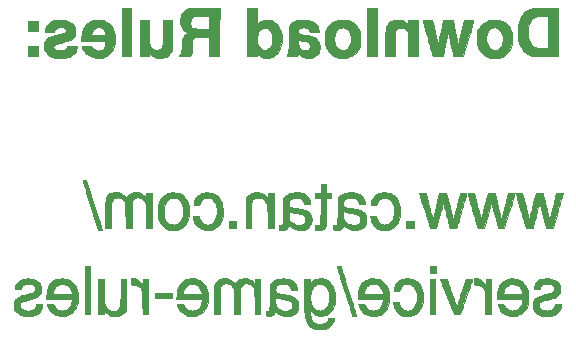
<source format=gbr>
G04 #@! TF.GenerationSoftware,KiCad,Pcbnew,5.1.5+dfsg1-2build2*
G04 #@! TF.CreationDate,2021-04-24T08:25:08-04:00*
G04 #@! TF.ProjectId,build_costs_card,6275696c-645f-4636-9f73-74735f636172,rev?*
G04 #@! TF.SameCoordinates,Original*
G04 #@! TF.FileFunction,Legend,Bot*
G04 #@! TF.FilePolarity,Positive*
%FSLAX46Y46*%
G04 Gerber Fmt 4.6, Leading zero omitted, Abs format (unit mm)*
G04 Created by KiCad (PCBNEW 5.1.5+dfsg1-2build2) date 2021-04-24 08:25:08*
%MOMM*%
%LPD*%
G04 APERTURE LIST*
%ADD10C,0.010000*%
G04 APERTURE END LIST*
D10*
G36*
X3118040Y-3428487D02*
G01*
X3329357Y-3472810D01*
X3516743Y-3550537D01*
X3685444Y-3664397D01*
X3819975Y-3793731D01*
X3953379Y-3970908D01*
X4062410Y-4177971D01*
X4145512Y-4409151D01*
X4201127Y-4658674D01*
X4227699Y-4920770D01*
X4223673Y-5189667D01*
X4216856Y-5265331D01*
X4180999Y-5508925D01*
X4127571Y-5719597D01*
X4053687Y-5904133D01*
X3956459Y-6069315D01*
X3833002Y-6221929D01*
X3791386Y-6265303D01*
X3635598Y-6403574D01*
X3478288Y-6503010D01*
X3311636Y-6566636D01*
X3127819Y-6597479D01*
X2928587Y-6599089D01*
X2819621Y-6590646D01*
X2735811Y-6576056D01*
X2660042Y-6551465D01*
X2600504Y-6525238D01*
X2419294Y-6419934D01*
X2264505Y-6285987D01*
X2200911Y-6214505D01*
X2116666Y-6112557D01*
X2117405Y-6289486D01*
X2129321Y-6501076D01*
X2162126Y-6694299D01*
X2214148Y-6864230D01*
X2283715Y-7005945D01*
X2369156Y-7114519D01*
X2409114Y-7148859D01*
X2535442Y-7221289D01*
X2687707Y-7267103D01*
X2869703Y-7287315D01*
X2931583Y-7288540D01*
X3124864Y-7274670D01*
X3288216Y-7232722D01*
X3420856Y-7163128D01*
X3522000Y-7066319D01*
X3590864Y-6942728D01*
X3598497Y-6921500D01*
X3637670Y-6805083D01*
X3882585Y-6799119D01*
X4127500Y-6793156D01*
X4127500Y-6844859D01*
X4116678Y-6923088D01*
X4087770Y-7022284D01*
X4046110Y-7128153D01*
X3997036Y-7226398D01*
X3967196Y-7274371D01*
X3852078Y-7405910D01*
X3703745Y-7517840D01*
X3528180Y-7606532D01*
X3331369Y-7668360D01*
X3309086Y-7673279D01*
X3197297Y-7689571D01*
X3058054Y-7698917D01*
X2905665Y-7701321D01*
X2754434Y-7696787D01*
X2618667Y-7685318D01*
X2540000Y-7673067D01*
X2341366Y-7619604D01*
X2171890Y-7543255D01*
X2028940Y-7441136D01*
X1909881Y-7310361D01*
X1812080Y-7148045D01*
X1732904Y-6951303D01*
X1670421Y-6720416D01*
X1661388Y-6678619D01*
X1653565Y-6638117D01*
X1646842Y-6595591D01*
X1641112Y-6547721D01*
X1636267Y-6491189D01*
X1632198Y-6422675D01*
X1628796Y-6338860D01*
X1625955Y-6236425D01*
X1623565Y-6112051D01*
X1621518Y-5962419D01*
X1619705Y-5784208D01*
X1618020Y-5574102D01*
X1616353Y-5328779D01*
X1614596Y-5044921D01*
X1614329Y-5000625D01*
X1613990Y-4944139D01*
X2122525Y-4944139D01*
X2123959Y-5195464D01*
X2150474Y-5416033D01*
X2203033Y-5609883D01*
X2282603Y-5781053D01*
X2345657Y-5877196D01*
X2457548Y-5995095D01*
X2592256Y-6081061D01*
X2743213Y-6133635D01*
X2903851Y-6151356D01*
X3067602Y-6132766D01*
X3227898Y-6076404D01*
X3232315Y-6074247D01*
X3373335Y-5982690D01*
X3489767Y-5858499D01*
X3582397Y-5700573D01*
X3652010Y-5507816D01*
X3660766Y-5474845D01*
X3704445Y-5246199D01*
X3720151Y-5020548D01*
X3709225Y-4802561D01*
X3673011Y-4596903D01*
X3612848Y-4408242D01*
X3530079Y-4241246D01*
X3426046Y-4100580D01*
X3302089Y-3990913D01*
X3220328Y-3942724D01*
X3154471Y-3913245D01*
X3094782Y-3895562D01*
X3026139Y-3886814D01*
X2933421Y-3884141D01*
X2910416Y-3884083D01*
X2811197Y-3885855D01*
X2739047Y-3893103D01*
X2678781Y-3908722D01*
X2615215Y-3935609D01*
X2598961Y-3943480D01*
X2461647Y-4034242D01*
X2344263Y-4160898D01*
X2248464Y-4321155D01*
X2175903Y-4512721D01*
X2168143Y-4540250D01*
X2153658Y-4612550D01*
X2140183Y-4713823D01*
X2129228Y-4830708D01*
X2122525Y-4944139D01*
X1613990Y-4944139D01*
X1605253Y-3492500D01*
X2122512Y-3492500D01*
X2107975Y-3635375D01*
X2098508Y-3717267D01*
X2088251Y-3789010D01*
X2080329Y-3830902D01*
X2080054Y-3849782D01*
X2096512Y-3845066D01*
X2133345Y-3814207D01*
X2194196Y-3754659D01*
X2204932Y-3743794D01*
X2370880Y-3603265D01*
X2552583Y-3501927D01*
X2748711Y-3440240D01*
X2957936Y-3418664D01*
X3118040Y-3428487D01*
G37*
X3118040Y-3428487D02*
X3329357Y-3472810D01*
X3516743Y-3550537D01*
X3685444Y-3664397D01*
X3819975Y-3793731D01*
X3953379Y-3970908D01*
X4062410Y-4177971D01*
X4145512Y-4409151D01*
X4201127Y-4658674D01*
X4227699Y-4920770D01*
X4223673Y-5189667D01*
X4216856Y-5265331D01*
X4180999Y-5508925D01*
X4127571Y-5719597D01*
X4053687Y-5904133D01*
X3956459Y-6069315D01*
X3833002Y-6221929D01*
X3791386Y-6265303D01*
X3635598Y-6403574D01*
X3478288Y-6503010D01*
X3311636Y-6566636D01*
X3127819Y-6597479D01*
X2928587Y-6599089D01*
X2819621Y-6590646D01*
X2735811Y-6576056D01*
X2660042Y-6551465D01*
X2600504Y-6525238D01*
X2419294Y-6419934D01*
X2264505Y-6285987D01*
X2200911Y-6214505D01*
X2116666Y-6112557D01*
X2117405Y-6289486D01*
X2129321Y-6501076D01*
X2162126Y-6694299D01*
X2214148Y-6864230D01*
X2283715Y-7005945D01*
X2369156Y-7114519D01*
X2409114Y-7148859D01*
X2535442Y-7221289D01*
X2687707Y-7267103D01*
X2869703Y-7287315D01*
X2931583Y-7288540D01*
X3124864Y-7274670D01*
X3288216Y-7232722D01*
X3420856Y-7163128D01*
X3522000Y-7066319D01*
X3590864Y-6942728D01*
X3598497Y-6921500D01*
X3637670Y-6805083D01*
X3882585Y-6799119D01*
X4127500Y-6793156D01*
X4127500Y-6844859D01*
X4116678Y-6923088D01*
X4087770Y-7022284D01*
X4046110Y-7128153D01*
X3997036Y-7226398D01*
X3967196Y-7274371D01*
X3852078Y-7405910D01*
X3703745Y-7517840D01*
X3528180Y-7606532D01*
X3331369Y-7668360D01*
X3309086Y-7673279D01*
X3197297Y-7689571D01*
X3058054Y-7698917D01*
X2905665Y-7701321D01*
X2754434Y-7696787D01*
X2618667Y-7685318D01*
X2540000Y-7673067D01*
X2341366Y-7619604D01*
X2171890Y-7543255D01*
X2028940Y-7441136D01*
X1909881Y-7310361D01*
X1812080Y-7148045D01*
X1732904Y-6951303D01*
X1670421Y-6720416D01*
X1661388Y-6678619D01*
X1653565Y-6638117D01*
X1646842Y-6595591D01*
X1641112Y-6547721D01*
X1636267Y-6491189D01*
X1632198Y-6422675D01*
X1628796Y-6338860D01*
X1625955Y-6236425D01*
X1623565Y-6112051D01*
X1621518Y-5962419D01*
X1619705Y-5784208D01*
X1618020Y-5574102D01*
X1616353Y-5328779D01*
X1614596Y-5044921D01*
X1614329Y-5000625D01*
X1613990Y-4944139D01*
X2122525Y-4944139D01*
X2123959Y-5195464D01*
X2150474Y-5416033D01*
X2203033Y-5609883D01*
X2282603Y-5781053D01*
X2345657Y-5877196D01*
X2457548Y-5995095D01*
X2592256Y-6081061D01*
X2743213Y-6133635D01*
X2903851Y-6151356D01*
X3067602Y-6132766D01*
X3227898Y-6076404D01*
X3232315Y-6074247D01*
X3373335Y-5982690D01*
X3489767Y-5858499D01*
X3582397Y-5700573D01*
X3652010Y-5507816D01*
X3660766Y-5474845D01*
X3704445Y-5246199D01*
X3720151Y-5020548D01*
X3709225Y-4802561D01*
X3673011Y-4596903D01*
X3612848Y-4408242D01*
X3530079Y-4241246D01*
X3426046Y-4100580D01*
X3302089Y-3990913D01*
X3220328Y-3942724D01*
X3154471Y-3913245D01*
X3094782Y-3895562D01*
X3026139Y-3886814D01*
X2933421Y-3884141D01*
X2910416Y-3884083D01*
X2811197Y-3885855D01*
X2739047Y-3893103D01*
X2678781Y-3908722D01*
X2615215Y-3935609D01*
X2598961Y-3943480D01*
X2461647Y-4034242D01*
X2344263Y-4160898D01*
X2248464Y-4321155D01*
X2175903Y-4512721D01*
X2168143Y-4540250D01*
X2153658Y-4612550D01*
X2140183Y-4713823D01*
X2129228Y-4830708D01*
X2122525Y-4944139D01*
X1613990Y-4944139D01*
X1605253Y-3492500D01*
X2122512Y-3492500D01*
X2107975Y-3635375D01*
X2098508Y-3717267D01*
X2088251Y-3789010D01*
X2080329Y-3830902D01*
X2080054Y-3849782D01*
X2096512Y-3845066D01*
X2133345Y-3814207D01*
X2194196Y-3754659D01*
X2204932Y-3743794D01*
X2370880Y-3603265D01*
X2552583Y-3501927D01*
X2748711Y-3440240D01*
X2957936Y-3418664D01*
X3118040Y-3428487D01*
G36*
X-21572131Y-3435455D02*
G01*
X-21373510Y-3468954D01*
X-21199912Y-3527255D01*
X-21045444Y-3612303D01*
X-20912555Y-3718250D01*
X-20804037Y-3834036D01*
X-20729846Y-3953012D01*
X-20684794Y-4086485D01*
X-20663692Y-4245764D01*
X-20662744Y-4262660D01*
X-20664584Y-4451293D01*
X-20692215Y-4609525D01*
X-20747583Y-4741939D01*
X-20832639Y-4853115D01*
X-20949331Y-4947635D01*
X-20955906Y-4951925D01*
X-21032230Y-4996068D01*
X-21124137Y-5038940D01*
X-21236384Y-5082168D01*
X-21373726Y-5127376D01*
X-21540921Y-5176189D01*
X-21742725Y-5230233D01*
X-21852844Y-5258400D01*
X-22018334Y-5302016D01*
X-22147786Y-5340918D01*
X-22246854Y-5377740D01*
X-22321192Y-5415115D01*
X-22376455Y-5455676D01*
X-22418294Y-5502055D01*
X-22437414Y-5530638D01*
X-22474528Y-5629811D01*
X-22477194Y-5739680D01*
X-22447039Y-5848788D01*
X-22385692Y-5945681D01*
X-22377112Y-5955098D01*
X-22278696Y-6032695D01*
X-22153444Y-6091331D01*
X-22009757Y-6130768D01*
X-21856039Y-6150766D01*
X-21700691Y-6151085D01*
X-21552116Y-6131488D01*
X-21418715Y-6091733D01*
X-21308892Y-6031583D01*
X-21259014Y-5986934D01*
X-21197977Y-5900887D01*
X-21146231Y-5793897D01*
X-21113868Y-5687345D01*
X-21111606Y-5674609D01*
X-21097757Y-5588000D01*
X-20835879Y-5588000D01*
X-20721417Y-5587773D01*
X-20643680Y-5590937D01*
X-20597129Y-5603259D01*
X-20576222Y-5630507D01*
X-20575418Y-5678449D01*
X-20589177Y-5752852D01*
X-20605388Y-5827919D01*
X-20664040Y-6024990D01*
X-20750900Y-6191359D01*
X-20867763Y-6328971D01*
X-21016423Y-6439769D01*
X-21198673Y-6525696D01*
X-21272500Y-6550807D01*
X-21356701Y-6569013D01*
X-21471875Y-6583023D01*
X-21606844Y-6592543D01*
X-21750430Y-6597278D01*
X-21891453Y-6596932D01*
X-22018734Y-6591211D01*
X-22121094Y-6579819D01*
X-22150917Y-6573991D01*
X-22373462Y-6506386D01*
X-22563424Y-6414394D01*
X-22719863Y-6298777D01*
X-22841844Y-6160299D01*
X-22928426Y-5999725D01*
X-22956249Y-5918163D01*
X-22982488Y-5773969D01*
X-22985821Y-5618211D01*
X-22967250Y-5466076D01*
X-22927778Y-5332752D01*
X-22915863Y-5306375D01*
X-22860140Y-5211826D01*
X-22789114Y-5128888D01*
X-22698562Y-5055237D01*
X-22584263Y-4988547D01*
X-22441995Y-4926493D01*
X-22267536Y-4866751D01*
X-22056664Y-4806994D01*
X-21967728Y-4784205D01*
X-21784769Y-4737531D01*
X-21638090Y-4697793D01*
X-21522567Y-4663100D01*
X-21433078Y-4631558D01*
X-21364500Y-4601275D01*
X-21311711Y-4570359D01*
X-21269588Y-4536917D01*
X-21252042Y-4519813D01*
X-21191717Y-4429709D01*
X-21166735Y-4326861D01*
X-21175776Y-4219695D01*
X-21217521Y-4116632D01*
X-21290650Y-4026099D01*
X-21334906Y-3990675D01*
X-21452560Y-3929781D01*
X-21591043Y-3890980D01*
X-21740137Y-3874223D01*
X-21889624Y-3879462D01*
X-22029286Y-3906647D01*
X-22148905Y-3955729D01*
X-22205842Y-3994854D01*
X-22269045Y-4065971D01*
X-22319456Y-4155496D01*
X-22348121Y-4245847D01*
X-22351536Y-4280958D01*
X-22352000Y-4339166D01*
X-22616584Y-4339166D01*
X-22730710Y-4339475D01*
X-22808226Y-4336886D01*
X-22854791Y-4326126D01*
X-22876062Y-4301920D01*
X-22877696Y-4258996D01*
X-22865350Y-4192079D01*
X-22850021Y-4121564D01*
X-22792057Y-3936532D01*
X-22702682Y-3779799D01*
X-22582077Y-3651486D01*
X-22430423Y-3551713D01*
X-22247900Y-3480600D01*
X-22034688Y-3438266D01*
X-21801667Y-3424814D01*
X-21572131Y-3435455D01*
G37*
X-21572131Y-3435455D02*
X-21373510Y-3468954D01*
X-21199912Y-3527255D01*
X-21045444Y-3612303D01*
X-20912555Y-3718250D01*
X-20804037Y-3834036D01*
X-20729846Y-3953012D01*
X-20684794Y-4086485D01*
X-20663692Y-4245764D01*
X-20662744Y-4262660D01*
X-20664584Y-4451293D01*
X-20692215Y-4609525D01*
X-20747583Y-4741939D01*
X-20832639Y-4853115D01*
X-20949331Y-4947635D01*
X-20955906Y-4951925D01*
X-21032230Y-4996068D01*
X-21124137Y-5038940D01*
X-21236384Y-5082168D01*
X-21373726Y-5127376D01*
X-21540921Y-5176189D01*
X-21742725Y-5230233D01*
X-21852844Y-5258400D01*
X-22018334Y-5302016D01*
X-22147786Y-5340918D01*
X-22246854Y-5377740D01*
X-22321192Y-5415115D01*
X-22376455Y-5455676D01*
X-22418294Y-5502055D01*
X-22437414Y-5530638D01*
X-22474528Y-5629811D01*
X-22477194Y-5739680D01*
X-22447039Y-5848788D01*
X-22385692Y-5945681D01*
X-22377112Y-5955098D01*
X-22278696Y-6032695D01*
X-22153444Y-6091331D01*
X-22009757Y-6130768D01*
X-21856039Y-6150766D01*
X-21700691Y-6151085D01*
X-21552116Y-6131488D01*
X-21418715Y-6091733D01*
X-21308892Y-6031583D01*
X-21259014Y-5986934D01*
X-21197977Y-5900887D01*
X-21146231Y-5793897D01*
X-21113868Y-5687345D01*
X-21111606Y-5674609D01*
X-21097757Y-5588000D01*
X-20835879Y-5588000D01*
X-20721417Y-5587773D01*
X-20643680Y-5590937D01*
X-20597129Y-5603259D01*
X-20576222Y-5630507D01*
X-20575418Y-5678449D01*
X-20589177Y-5752852D01*
X-20605388Y-5827919D01*
X-20664040Y-6024990D01*
X-20750900Y-6191359D01*
X-20867763Y-6328971D01*
X-21016423Y-6439769D01*
X-21198673Y-6525696D01*
X-21272500Y-6550807D01*
X-21356701Y-6569013D01*
X-21471875Y-6583023D01*
X-21606844Y-6592543D01*
X-21750430Y-6597278D01*
X-21891453Y-6596932D01*
X-22018734Y-6591211D01*
X-22121094Y-6579819D01*
X-22150917Y-6573991D01*
X-22373462Y-6506386D01*
X-22563424Y-6414394D01*
X-22719863Y-6298777D01*
X-22841844Y-6160299D01*
X-22928426Y-5999725D01*
X-22956249Y-5918163D01*
X-22982488Y-5773969D01*
X-22985821Y-5618211D01*
X-22967250Y-5466076D01*
X-22927778Y-5332752D01*
X-22915863Y-5306375D01*
X-22860140Y-5211826D01*
X-22789114Y-5128888D01*
X-22698562Y-5055237D01*
X-22584263Y-4988547D01*
X-22441995Y-4926493D01*
X-22267536Y-4866751D01*
X-22056664Y-4806994D01*
X-21967728Y-4784205D01*
X-21784769Y-4737531D01*
X-21638090Y-4697793D01*
X-21522567Y-4663100D01*
X-21433078Y-4631558D01*
X-21364500Y-4601275D01*
X-21311711Y-4570359D01*
X-21269588Y-4536917D01*
X-21252042Y-4519813D01*
X-21191717Y-4429709D01*
X-21166735Y-4326861D01*
X-21175776Y-4219695D01*
X-21217521Y-4116632D01*
X-21290650Y-4026099D01*
X-21334906Y-3990675D01*
X-21452560Y-3929781D01*
X-21591043Y-3890980D01*
X-21740137Y-3874223D01*
X-21889624Y-3879462D01*
X-22029286Y-3906647D01*
X-22148905Y-3955729D01*
X-22205842Y-3994854D01*
X-22269045Y-4065971D01*
X-22319456Y-4155496D01*
X-22348121Y-4245847D01*
X-22351536Y-4280958D01*
X-22352000Y-4339166D01*
X-22616584Y-4339166D01*
X-22730710Y-4339475D01*
X-22808226Y-4336886D01*
X-22854791Y-4326126D01*
X-22876062Y-4301920D01*
X-22877696Y-4258996D01*
X-22865350Y-4192079D01*
X-22850021Y-4121564D01*
X-22792057Y-3936532D01*
X-22702682Y-3779799D01*
X-22582077Y-3651486D01*
X-22430423Y-3551713D01*
X-22247900Y-3480600D01*
X-22034688Y-3438266D01*
X-21801667Y-3424814D01*
X-21572131Y-3435455D01*
G36*
X-18692533Y-3434464D02*
G01*
X-18500827Y-3471118D01*
X-18329354Y-3536136D01*
X-18170165Y-3632665D01*
X-18015315Y-3763853D01*
X-17990560Y-3788121D01*
X-17839574Y-3964355D01*
X-17720872Y-4161342D01*
X-17631120Y-4384979D01*
X-17606970Y-4466796D01*
X-17589165Y-4536852D01*
X-17576314Y-4601955D01*
X-17567677Y-4671039D01*
X-17562517Y-4753041D01*
X-17560096Y-4856897D01*
X-17559676Y-4991544D01*
X-17559824Y-5037666D01*
X-17561123Y-5186062D01*
X-17564152Y-5300947D01*
X-17569661Y-5391134D01*
X-17578398Y-5465433D01*
X-17591112Y-5532657D01*
X-17607381Y-5597355D01*
X-17689643Y-5830571D01*
X-17800588Y-6037563D01*
X-17937859Y-6215911D01*
X-18099100Y-6363193D01*
X-18281954Y-6476989D01*
X-18484064Y-6554878D01*
X-18557095Y-6572824D01*
X-18703288Y-6593941D01*
X-18868829Y-6601931D01*
X-19037221Y-6597040D01*
X-19191967Y-6579514D01*
X-19274946Y-6562116D01*
X-19491725Y-6485796D01*
X-19682578Y-6377957D01*
X-19845191Y-6240185D01*
X-19969584Y-6085777D01*
X-20031089Y-5978488D01*
X-20088589Y-5852543D01*
X-20134352Y-5726436D01*
X-20157747Y-5635625D01*
X-20170775Y-5566833D01*
X-19674417Y-5567971D01*
X-19613596Y-5704148D01*
X-19522595Y-5861154D01*
X-19404737Y-5985482D01*
X-19260727Y-6076580D01*
X-19091269Y-6133892D01*
X-19060083Y-6140217D01*
X-18880194Y-6153301D01*
X-18705451Y-6127812D01*
X-18541875Y-6066719D01*
X-18395491Y-5972987D01*
X-18272323Y-5849582D01*
X-18182541Y-5708050D01*
X-18141031Y-5607873D01*
X-18103606Y-5489734D01*
X-18074473Y-5369707D01*
X-18057842Y-5263867D01*
X-18055535Y-5222875D01*
X-18055167Y-5164666D01*
X-20235334Y-5164666D01*
X-20235334Y-5068582D01*
X-20232960Y-5004080D01*
X-20226613Y-4913115D01*
X-20217454Y-4811244D01*
X-20212830Y-4766957D01*
X-20212127Y-4762500D01*
X-19712198Y-4762500D01*
X-18076334Y-4762500D01*
X-18076334Y-4692258D01*
X-18085579Y-4611847D01*
X-18110200Y-4510347D01*
X-18145528Y-4403953D01*
X-18186840Y-4308969D01*
X-18263162Y-4193800D01*
X-18367327Y-4083978D01*
X-18485553Y-3992569D01*
X-18568931Y-3946700D01*
X-18740615Y-3890708D01*
X-18911142Y-3874207D01*
X-19076067Y-3894480D01*
X-19230944Y-3948812D01*
X-19371327Y-4034488D01*
X-19492771Y-4148792D01*
X-19590830Y-4289008D01*
X-19661058Y-4452422D01*
X-19699009Y-4636317D01*
X-19699080Y-4636991D01*
X-19712198Y-4762500D01*
X-20212127Y-4762500D01*
X-20167836Y-4481767D01*
X-20098911Y-4231373D01*
X-20005709Y-4015421D01*
X-19887886Y-3833554D01*
X-19745097Y-3685416D01*
X-19576999Y-3570651D01*
X-19383246Y-3488904D01*
X-19163495Y-3439817D01*
X-18917400Y-3423036D01*
X-18912417Y-3423027D01*
X-18692533Y-3434464D01*
G37*
X-18692533Y-3434464D02*
X-18500827Y-3471118D01*
X-18329354Y-3536136D01*
X-18170165Y-3632665D01*
X-18015315Y-3763853D01*
X-17990560Y-3788121D01*
X-17839574Y-3964355D01*
X-17720872Y-4161342D01*
X-17631120Y-4384979D01*
X-17606970Y-4466796D01*
X-17589165Y-4536852D01*
X-17576314Y-4601955D01*
X-17567677Y-4671039D01*
X-17562517Y-4753041D01*
X-17560096Y-4856897D01*
X-17559676Y-4991544D01*
X-17559824Y-5037666D01*
X-17561123Y-5186062D01*
X-17564152Y-5300947D01*
X-17569661Y-5391134D01*
X-17578398Y-5465433D01*
X-17591112Y-5532657D01*
X-17607381Y-5597355D01*
X-17689643Y-5830571D01*
X-17800588Y-6037563D01*
X-17937859Y-6215911D01*
X-18099100Y-6363193D01*
X-18281954Y-6476989D01*
X-18484064Y-6554878D01*
X-18557095Y-6572824D01*
X-18703288Y-6593941D01*
X-18868829Y-6601931D01*
X-19037221Y-6597040D01*
X-19191967Y-6579514D01*
X-19274946Y-6562116D01*
X-19491725Y-6485796D01*
X-19682578Y-6377957D01*
X-19845191Y-6240185D01*
X-19969584Y-6085777D01*
X-20031089Y-5978488D01*
X-20088589Y-5852543D01*
X-20134352Y-5726436D01*
X-20157747Y-5635625D01*
X-20170775Y-5566833D01*
X-19674417Y-5567971D01*
X-19613596Y-5704148D01*
X-19522595Y-5861154D01*
X-19404737Y-5985482D01*
X-19260727Y-6076580D01*
X-19091269Y-6133892D01*
X-19060083Y-6140217D01*
X-18880194Y-6153301D01*
X-18705451Y-6127812D01*
X-18541875Y-6066719D01*
X-18395491Y-5972987D01*
X-18272323Y-5849582D01*
X-18182541Y-5708050D01*
X-18141031Y-5607873D01*
X-18103606Y-5489734D01*
X-18074473Y-5369707D01*
X-18057842Y-5263867D01*
X-18055535Y-5222875D01*
X-18055167Y-5164666D01*
X-20235334Y-5164666D01*
X-20235334Y-5068582D01*
X-20232960Y-5004080D01*
X-20226613Y-4913115D01*
X-20217454Y-4811244D01*
X-20212830Y-4766957D01*
X-20212127Y-4762500D01*
X-19712198Y-4762500D01*
X-18076334Y-4762500D01*
X-18076334Y-4692258D01*
X-18085579Y-4611847D01*
X-18110200Y-4510347D01*
X-18145528Y-4403953D01*
X-18186840Y-4308969D01*
X-18263162Y-4193800D01*
X-18367327Y-4083978D01*
X-18485553Y-3992569D01*
X-18568931Y-3946700D01*
X-18740615Y-3890708D01*
X-18911142Y-3874207D01*
X-19076067Y-3894480D01*
X-19230944Y-3948812D01*
X-19371327Y-4034488D01*
X-19492771Y-4148792D01*
X-19590830Y-4289008D01*
X-19661058Y-4452422D01*
X-19699009Y-4636317D01*
X-19699080Y-4636991D01*
X-19712198Y-4762500D01*
X-20212127Y-4762500D01*
X-20167836Y-4481767D01*
X-20098911Y-4231373D01*
X-20005709Y-4015421D01*
X-19887886Y-3833554D01*
X-19745097Y-3685416D01*
X-19576999Y-3570651D01*
X-19383246Y-3488904D01*
X-19163495Y-3439817D01*
X-18917400Y-3423036D01*
X-18912417Y-3423027D01*
X-18692533Y-3434464D01*
G36*
X-15345521Y-4439708D02*
G01*
X-15345186Y-4678077D01*
X-15344278Y-4877990D01*
X-15342683Y-5043322D01*
X-15340288Y-5177948D01*
X-15336979Y-5285742D01*
X-15332642Y-5370580D01*
X-15327165Y-5436336D01*
X-15320435Y-5486885D01*
X-15313922Y-5519613D01*
X-15250980Y-5710436D01*
X-15159567Y-5870567D01*
X-15040116Y-5999421D01*
X-14893057Y-6096411D01*
X-14886936Y-6099457D01*
X-14811275Y-6134294D01*
X-14748091Y-6155066D01*
X-14680582Y-6165394D01*
X-14591944Y-6168898D01*
X-14563551Y-6169138D01*
X-14467726Y-6167936D01*
X-14398412Y-6161016D01*
X-14339864Y-6145169D01*
X-14276334Y-6117185D01*
X-14254269Y-6106107D01*
X-14131038Y-6020711D01*
X-14038793Y-5907297D01*
X-13980073Y-5769197D01*
X-13971828Y-5735469D01*
X-13965906Y-5685006D01*
X-13960820Y-5593550D01*
X-13956595Y-5462432D01*
X-13953258Y-5292983D01*
X-13950835Y-5086536D01*
X-13949352Y-4844422D01*
X-13948834Y-4567973D01*
X-13948834Y-3492500D01*
X-13460106Y-3492500D01*
X-13466345Y-4736041D01*
X-13472584Y-5979583D01*
X-13523464Y-6105927D01*
X-13602425Y-6247312D01*
X-13715602Y-6371393D01*
X-13856755Y-6473328D01*
X-14019644Y-6548275D01*
X-14135084Y-6580407D01*
X-14240937Y-6595030D01*
X-14369445Y-6601464D01*
X-14505174Y-6599958D01*
X-14632686Y-6590758D01*
X-14736544Y-6574111D01*
X-14750790Y-6570545D01*
X-14939708Y-6498594D01*
X-15113168Y-6388108D01*
X-15251023Y-6261753D01*
X-15388167Y-6116373D01*
X-15388167Y-6477000D01*
X-15832667Y-6477000D01*
X-15832667Y-3492500D01*
X-15345834Y-3492500D01*
X-15345521Y-4439708D01*
G37*
X-15345521Y-4439708D02*
X-15345186Y-4678077D01*
X-15344278Y-4877990D01*
X-15342683Y-5043322D01*
X-15340288Y-5177948D01*
X-15336979Y-5285742D01*
X-15332642Y-5370580D01*
X-15327165Y-5436336D01*
X-15320435Y-5486885D01*
X-15313922Y-5519613D01*
X-15250980Y-5710436D01*
X-15159567Y-5870567D01*
X-15040116Y-5999421D01*
X-14893057Y-6096411D01*
X-14886936Y-6099457D01*
X-14811275Y-6134294D01*
X-14748091Y-6155066D01*
X-14680582Y-6165394D01*
X-14591944Y-6168898D01*
X-14563551Y-6169138D01*
X-14467726Y-6167936D01*
X-14398412Y-6161016D01*
X-14339864Y-6145169D01*
X-14276334Y-6117185D01*
X-14254269Y-6106107D01*
X-14131038Y-6020711D01*
X-14038793Y-5907297D01*
X-13980073Y-5769197D01*
X-13971828Y-5735469D01*
X-13965906Y-5685006D01*
X-13960820Y-5593550D01*
X-13956595Y-5462432D01*
X-13953258Y-5292983D01*
X-13950835Y-5086536D01*
X-13949352Y-4844422D01*
X-13948834Y-4567973D01*
X-13948834Y-3492500D01*
X-13460106Y-3492500D01*
X-13466345Y-4736041D01*
X-13472584Y-5979583D01*
X-13523464Y-6105927D01*
X-13602425Y-6247312D01*
X-13715602Y-6371393D01*
X-13856755Y-6473328D01*
X-14019644Y-6548275D01*
X-14135084Y-6580407D01*
X-14240937Y-6595030D01*
X-14369445Y-6601464D01*
X-14505174Y-6599958D01*
X-14632686Y-6590758D01*
X-14736544Y-6574111D01*
X-14750790Y-6570545D01*
X-14939708Y-6498594D01*
X-15113168Y-6388108D01*
X-15251023Y-6261753D01*
X-15388167Y-6116373D01*
X-15388167Y-6477000D01*
X-15832667Y-6477000D01*
X-15832667Y-3492500D01*
X-15345834Y-3492500D01*
X-15345521Y-4439708D01*
G36*
X-7713215Y-3430327D02*
G01*
X-7585370Y-3446998D01*
X-7540950Y-3456878D01*
X-7325097Y-3534250D01*
X-7131985Y-3646125D01*
X-6963186Y-3790343D01*
X-6820274Y-3964748D01*
X-6704822Y-4167179D01*
X-6618402Y-4395480D01*
X-6562587Y-4647491D01*
X-6543263Y-4826000D01*
X-6536539Y-5126744D01*
X-6558745Y-5398122D01*
X-6610504Y-5642243D01*
X-6692442Y-5861218D01*
X-6805181Y-6057159D01*
X-6949346Y-6232177D01*
X-6962902Y-6245988D01*
X-7113467Y-6379225D01*
X-7267606Y-6476588D01*
X-7435844Y-6543963D01*
X-7545917Y-6572018D01*
X-7684824Y-6591952D01*
X-7846186Y-6600437D01*
X-8012085Y-6597501D01*
X-8164606Y-6583171D01*
X-8233834Y-6570978D01*
X-8379183Y-6527154D01*
X-8531257Y-6460130D01*
X-8672578Y-6378530D01*
X-8766774Y-6308010D01*
X-8889222Y-6178516D01*
X-8996705Y-6018716D01*
X-9082868Y-5839752D01*
X-9141356Y-5652767D01*
X-9141930Y-5650225D01*
X-9160667Y-5566833D01*
X-8664957Y-5566833D01*
X-8616735Y-5683178D01*
X-8542017Y-5817716D01*
X-8438658Y-5939744D01*
X-8317649Y-6037523D01*
X-8248889Y-6076082D01*
X-8084170Y-6132181D01*
X-7910979Y-6152100D01*
X-7737386Y-6137143D01*
X-7571463Y-6088616D01*
X-7421284Y-6007821D01*
X-7323560Y-5926559D01*
X-7238180Y-5819253D01*
X-7162618Y-5683257D01*
X-7102273Y-5531981D01*
X-7062544Y-5378835D01*
X-7048813Y-5244041D01*
X-7048500Y-5164666D01*
X-9229037Y-5164666D01*
X-9218875Y-5053541D01*
X-9212372Y-4976352D01*
X-9204777Y-4877297D01*
X-9197648Y-4776759D01*
X-9197122Y-4768926D01*
X-9187097Y-4690477D01*
X-8701372Y-4690477D01*
X-8696210Y-4714994D01*
X-8678467Y-4733340D01*
X-8644463Y-4746391D01*
X-8590519Y-4755021D01*
X-8512955Y-4760106D01*
X-8408092Y-4762521D01*
X-8272249Y-4763142D01*
X-8101747Y-4762844D01*
X-7892906Y-4762503D01*
X-7873750Y-4762500D01*
X-7048000Y-4762500D01*
X-7061429Y-4672541D01*
X-7109551Y-4470734D01*
X-7189054Y-4291654D01*
X-7297592Y-4138780D01*
X-7432820Y-4015591D01*
X-7553098Y-3943424D01*
X-7614822Y-3915715D01*
X-7670649Y-3898350D01*
X-7733953Y-3888955D01*
X-7818108Y-3885155D01*
X-7884584Y-3884572D01*
X-7987207Y-3885605D01*
X-8060778Y-3890810D01*
X-8118539Y-3902505D01*
X-8173729Y-3923007D01*
X-8214985Y-3942393D01*
X-8355903Y-4033822D01*
X-8479855Y-4157799D01*
X-8580661Y-4305936D01*
X-8652142Y-4469845D01*
X-8678172Y-4571145D01*
X-8688674Y-4619428D01*
X-8697634Y-4658913D01*
X-8701372Y-4690477D01*
X-9187097Y-4690477D01*
X-9163167Y-4503217D01*
X-9099218Y-4262114D01*
X-9006550Y-4047427D01*
X-8886442Y-3860966D01*
X-8740169Y-3704538D01*
X-8569010Y-3579956D01*
X-8374240Y-3489027D01*
X-8271794Y-3457621D01*
X-8155242Y-3436732D01*
X-8013237Y-3425209D01*
X-7860866Y-3423070D01*
X-7713215Y-3430327D01*
G37*
X-7713215Y-3430327D02*
X-7585370Y-3446998D01*
X-7540950Y-3456878D01*
X-7325097Y-3534250D01*
X-7131985Y-3646125D01*
X-6963186Y-3790343D01*
X-6820274Y-3964748D01*
X-6704822Y-4167179D01*
X-6618402Y-4395480D01*
X-6562587Y-4647491D01*
X-6543263Y-4826000D01*
X-6536539Y-5126744D01*
X-6558745Y-5398122D01*
X-6610504Y-5642243D01*
X-6692442Y-5861218D01*
X-6805181Y-6057159D01*
X-6949346Y-6232177D01*
X-6962902Y-6245988D01*
X-7113467Y-6379225D01*
X-7267606Y-6476588D01*
X-7435844Y-6543963D01*
X-7545917Y-6572018D01*
X-7684824Y-6591952D01*
X-7846186Y-6600437D01*
X-8012085Y-6597501D01*
X-8164606Y-6583171D01*
X-8233834Y-6570978D01*
X-8379183Y-6527154D01*
X-8531257Y-6460130D01*
X-8672578Y-6378530D01*
X-8766774Y-6308010D01*
X-8889222Y-6178516D01*
X-8996705Y-6018716D01*
X-9082868Y-5839752D01*
X-9141356Y-5652767D01*
X-9141930Y-5650225D01*
X-9160667Y-5566833D01*
X-8664957Y-5566833D01*
X-8616735Y-5683178D01*
X-8542017Y-5817716D01*
X-8438658Y-5939744D01*
X-8317649Y-6037523D01*
X-8248889Y-6076082D01*
X-8084170Y-6132181D01*
X-7910979Y-6152100D01*
X-7737386Y-6137143D01*
X-7571463Y-6088616D01*
X-7421284Y-6007821D01*
X-7323560Y-5926559D01*
X-7238180Y-5819253D01*
X-7162618Y-5683257D01*
X-7102273Y-5531981D01*
X-7062544Y-5378835D01*
X-7048813Y-5244041D01*
X-7048500Y-5164666D01*
X-9229037Y-5164666D01*
X-9218875Y-5053541D01*
X-9212372Y-4976352D01*
X-9204777Y-4877297D01*
X-9197648Y-4776759D01*
X-9197122Y-4768926D01*
X-9187097Y-4690477D01*
X-8701372Y-4690477D01*
X-8696210Y-4714994D01*
X-8678467Y-4733340D01*
X-8644463Y-4746391D01*
X-8590519Y-4755021D01*
X-8512955Y-4760106D01*
X-8408092Y-4762521D01*
X-8272249Y-4763142D01*
X-8101747Y-4762844D01*
X-7892906Y-4762503D01*
X-7873750Y-4762500D01*
X-7048000Y-4762500D01*
X-7061429Y-4672541D01*
X-7109551Y-4470734D01*
X-7189054Y-4291654D01*
X-7297592Y-4138780D01*
X-7432820Y-4015591D01*
X-7553098Y-3943424D01*
X-7614822Y-3915715D01*
X-7670649Y-3898350D01*
X-7733953Y-3888955D01*
X-7818108Y-3885155D01*
X-7884584Y-3884572D01*
X-7987207Y-3885605D01*
X-8060778Y-3890810D01*
X-8118539Y-3902505D01*
X-8173729Y-3923007D01*
X-8214985Y-3942393D01*
X-8355903Y-4033822D01*
X-8479855Y-4157799D01*
X-8580661Y-4305936D01*
X-8652142Y-4469845D01*
X-8678172Y-4571145D01*
X-8688674Y-4619428D01*
X-8697634Y-4658913D01*
X-8701372Y-4690477D01*
X-9187097Y-4690477D01*
X-9163167Y-4503217D01*
X-9099218Y-4262114D01*
X-9006550Y-4047427D01*
X-8886442Y-3860966D01*
X-8740169Y-3704538D01*
X-8569010Y-3579956D01*
X-8374240Y-3489027D01*
X-8271794Y-3457621D01*
X-8155242Y-3436732D01*
X-8013237Y-3425209D01*
X-7860866Y-3423070D01*
X-7713215Y-3430327D01*
G36*
X66405Y-3438778D02*
G01*
X289698Y-3476993D01*
X480430Y-3541058D01*
X639653Y-3631750D01*
X768422Y-3749844D01*
X867787Y-3896118D01*
X938802Y-4071347D01*
X982520Y-4276307D01*
X984642Y-4292231D01*
X998995Y-4404046D01*
X749119Y-4398064D01*
X499242Y-4392083D01*
X482717Y-4312379D01*
X436659Y-4171491D01*
X361082Y-4059310D01*
X252381Y-3971321D01*
X179652Y-3932742D01*
X129082Y-3911754D01*
X78679Y-3897752D01*
X18130Y-3889377D01*
X-62877Y-3885276D01*
X-174654Y-3884093D01*
X-190500Y-3884083D01*
X-306629Y-3885009D01*
X-390759Y-3888691D01*
X-453204Y-3896486D01*
X-504274Y-3909747D01*
X-554284Y-3929832D01*
X-560653Y-3932742D01*
X-678911Y-3998867D01*
X-760059Y-4074839D01*
X-809281Y-4168614D01*
X-831757Y-4288151D01*
X-834536Y-4353332D01*
X-832227Y-4438614D01*
X-820657Y-4508544D01*
X-795734Y-4565573D01*
X-753367Y-4612155D01*
X-689462Y-4650744D01*
X-599927Y-4683791D01*
X-480670Y-4713750D01*
X-327598Y-4743075D01*
X-136619Y-4774217D01*
X-130865Y-4775111D01*
X99940Y-4813199D01*
X292962Y-4850364D01*
X452688Y-4887967D01*
X583606Y-4927369D01*
X690205Y-4969933D01*
X776973Y-5017019D01*
X848398Y-5069989D01*
X852203Y-5073304D01*
X949589Y-5169062D01*
X1017209Y-5263937D01*
X1064180Y-5373346D01*
X1092630Y-5479969D01*
X1115239Y-5645831D01*
X1113665Y-5818008D01*
X1088673Y-5979750D01*
X1066319Y-6055171D01*
X990051Y-6206860D01*
X879150Y-6341683D01*
X739911Y-6453592D01*
X578631Y-6536540D01*
X556658Y-6544779D01*
X436712Y-6575827D01*
X291452Y-6595110D01*
X136412Y-6601982D01*
X-12878Y-6595798D01*
X-140882Y-6575915D01*
X-148432Y-6574047D01*
X-321188Y-6517485D01*
X-496148Y-6437820D01*
X-659040Y-6342553D01*
X-795595Y-6239184D01*
X-809625Y-6226507D01*
X-867834Y-6172746D01*
X-868299Y-6224331D01*
X-882130Y-6294442D01*
X-916696Y-6376604D01*
X-963174Y-6452566D01*
X-997622Y-6491864D01*
X-1093039Y-6552924D01*
X-1216756Y-6590678D01*
X-1360992Y-6603963D01*
X-1517968Y-6591614D01*
X-1582209Y-6579320D01*
X-1672167Y-6559175D01*
X-1672167Y-6367626D01*
X-1671732Y-6277284D01*
X-1669082Y-6221672D01*
X-1662203Y-6193189D01*
X-1649079Y-6184230D01*
X-1627694Y-6187195D01*
X-1624542Y-6187974D01*
X-1554714Y-6191157D01*
X-1475403Y-6174872D01*
X-1405399Y-6144454D01*
X-1370542Y-6115866D01*
X-1361649Y-6102215D01*
X-1354296Y-6082680D01*
X-1348337Y-6053430D01*
X-1343628Y-6010634D01*
X-1340024Y-5950459D01*
X-1337381Y-5869075D01*
X-1335554Y-5762649D01*
X-1334399Y-5627351D01*
X-1333771Y-5459348D01*
X-1333525Y-5254809D01*
X-1333500Y-5134459D01*
X-1333376Y-5021192D01*
X-851167Y-5021192D01*
X-842660Y-5331054D01*
X-838412Y-5457642D01*
X-832938Y-5550349D01*
X-825083Y-5617624D01*
X-813696Y-5667921D01*
X-797622Y-5709690D01*
X-788505Y-5728048D01*
X-686996Y-5877373D01*
X-554558Y-5999281D01*
X-394182Y-6091684D01*
X-208863Y-6152488D01*
X-169334Y-6160624D01*
X-68348Y-6171241D01*
X49364Y-6171132D01*
X168712Y-6161449D01*
X274604Y-6143347D01*
X344856Y-6121290D01*
X456983Y-6051122D01*
X539612Y-5957360D01*
X591297Y-5847388D01*
X610591Y-5728588D01*
X596044Y-5608344D01*
X546211Y-5494039D01*
X483299Y-5415132D01*
X422497Y-5360522D01*
X356142Y-5315510D01*
X277741Y-5277759D01*
X180804Y-5244932D01*
X58840Y-5214692D01*
X-94642Y-5184702D01*
X-212939Y-5164474D01*
X-346612Y-5141420D01*
X-475043Y-5117382D01*
X-588692Y-5094283D01*
X-678024Y-5074047D01*
X-727209Y-5060698D01*
X-851167Y-5021192D01*
X-1333376Y-5021192D01*
X-1333227Y-4886558D01*
X-1332195Y-4676979D01*
X-1330089Y-4501713D01*
X-1326593Y-4356751D01*
X-1321390Y-4238084D01*
X-1314164Y-4141702D01*
X-1304600Y-4063597D01*
X-1292381Y-3999759D01*
X-1277191Y-3946179D01*
X-1258713Y-3898849D01*
X-1236633Y-3853759D01*
X-1231800Y-3844738D01*
X-1139148Y-3714436D01*
X-1015232Y-3608781D01*
X-859183Y-3527424D01*
X-670134Y-3470014D01*
X-447214Y-3436203D01*
X-190500Y-3425637D01*
X66405Y-3438778D01*
G37*
X66405Y-3438778D02*
X289698Y-3476993D01*
X480430Y-3541058D01*
X639653Y-3631750D01*
X768422Y-3749844D01*
X867787Y-3896118D01*
X938802Y-4071347D01*
X982520Y-4276307D01*
X984642Y-4292231D01*
X998995Y-4404046D01*
X749119Y-4398064D01*
X499242Y-4392083D01*
X482717Y-4312379D01*
X436659Y-4171491D01*
X361082Y-4059310D01*
X252381Y-3971321D01*
X179652Y-3932742D01*
X129082Y-3911754D01*
X78679Y-3897752D01*
X18130Y-3889377D01*
X-62877Y-3885276D01*
X-174654Y-3884093D01*
X-190500Y-3884083D01*
X-306629Y-3885009D01*
X-390759Y-3888691D01*
X-453204Y-3896486D01*
X-504274Y-3909747D01*
X-554284Y-3929832D01*
X-560653Y-3932742D01*
X-678911Y-3998867D01*
X-760059Y-4074839D01*
X-809281Y-4168614D01*
X-831757Y-4288151D01*
X-834536Y-4353332D01*
X-832227Y-4438614D01*
X-820657Y-4508544D01*
X-795734Y-4565573D01*
X-753367Y-4612155D01*
X-689462Y-4650744D01*
X-599927Y-4683791D01*
X-480670Y-4713750D01*
X-327598Y-4743075D01*
X-136619Y-4774217D01*
X-130865Y-4775111D01*
X99940Y-4813199D01*
X292962Y-4850364D01*
X452688Y-4887967D01*
X583606Y-4927369D01*
X690205Y-4969933D01*
X776973Y-5017019D01*
X848398Y-5069989D01*
X852203Y-5073304D01*
X949589Y-5169062D01*
X1017209Y-5263937D01*
X1064180Y-5373346D01*
X1092630Y-5479969D01*
X1115239Y-5645831D01*
X1113665Y-5818008D01*
X1088673Y-5979750D01*
X1066319Y-6055171D01*
X990051Y-6206860D01*
X879150Y-6341683D01*
X739911Y-6453592D01*
X578631Y-6536540D01*
X556658Y-6544779D01*
X436712Y-6575827D01*
X291452Y-6595110D01*
X136412Y-6601982D01*
X-12878Y-6595798D01*
X-140882Y-6575915D01*
X-148432Y-6574047D01*
X-321188Y-6517485D01*
X-496148Y-6437820D01*
X-659040Y-6342553D01*
X-795595Y-6239184D01*
X-809625Y-6226507D01*
X-867834Y-6172746D01*
X-868299Y-6224331D01*
X-882130Y-6294442D01*
X-916696Y-6376604D01*
X-963174Y-6452566D01*
X-997622Y-6491864D01*
X-1093039Y-6552924D01*
X-1216756Y-6590678D01*
X-1360992Y-6603963D01*
X-1517968Y-6591614D01*
X-1582209Y-6579320D01*
X-1672167Y-6559175D01*
X-1672167Y-6367626D01*
X-1671732Y-6277284D01*
X-1669082Y-6221672D01*
X-1662203Y-6193189D01*
X-1649079Y-6184230D01*
X-1627694Y-6187195D01*
X-1624542Y-6187974D01*
X-1554714Y-6191157D01*
X-1475403Y-6174872D01*
X-1405399Y-6144454D01*
X-1370542Y-6115866D01*
X-1361649Y-6102215D01*
X-1354296Y-6082680D01*
X-1348337Y-6053430D01*
X-1343628Y-6010634D01*
X-1340024Y-5950459D01*
X-1337381Y-5869075D01*
X-1335554Y-5762649D01*
X-1334399Y-5627351D01*
X-1333771Y-5459348D01*
X-1333525Y-5254809D01*
X-1333500Y-5134459D01*
X-1333376Y-5021192D01*
X-851167Y-5021192D01*
X-842660Y-5331054D01*
X-838412Y-5457642D01*
X-832938Y-5550349D01*
X-825083Y-5617624D01*
X-813696Y-5667921D01*
X-797622Y-5709690D01*
X-788505Y-5728048D01*
X-686996Y-5877373D01*
X-554558Y-5999281D01*
X-394182Y-6091684D01*
X-208863Y-6152488D01*
X-169334Y-6160624D01*
X-68348Y-6171241D01*
X49364Y-6171132D01*
X168712Y-6161449D01*
X274604Y-6143347D01*
X344856Y-6121290D01*
X456983Y-6051122D01*
X539612Y-5957360D01*
X591297Y-5847388D01*
X610591Y-5728588D01*
X596044Y-5608344D01*
X546211Y-5494039D01*
X483299Y-5415132D01*
X422497Y-5360522D01*
X356142Y-5315510D01*
X277741Y-5277759D01*
X180804Y-5244932D01*
X58840Y-5214692D01*
X-94642Y-5184702D01*
X-212939Y-5164474D01*
X-346612Y-5141420D01*
X-475043Y-5117382D01*
X-588692Y-5094283D01*
X-678024Y-5074047D01*
X-727209Y-5060698D01*
X-851167Y-5021192D01*
X-1333376Y-5021192D01*
X-1333227Y-4886558D01*
X-1332195Y-4676979D01*
X-1330089Y-4501713D01*
X-1326593Y-4356751D01*
X-1321390Y-4238084D01*
X-1314164Y-4141702D01*
X-1304600Y-4063597D01*
X-1292381Y-3999759D01*
X-1277191Y-3946179D01*
X-1258713Y-3898849D01*
X-1236633Y-3853759D01*
X-1231800Y-3844738D01*
X-1139148Y-3714436D01*
X-1015232Y-3608781D01*
X-859183Y-3527424D01*
X-670134Y-3470014D01*
X-447214Y-3436203D01*
X-190500Y-3425637D01*
X66405Y-3438778D01*
G36*
X7679111Y-3439194D02*
G01*
X7893826Y-3489191D01*
X8087652Y-3573628D01*
X8264008Y-3693734D01*
X8312587Y-3735606D01*
X8472758Y-3908871D01*
X8601639Y-4109929D01*
X8698833Y-4337631D01*
X8763945Y-4590829D01*
X8796580Y-4868376D01*
X8797613Y-5143500D01*
X8769131Y-5424876D01*
X8710869Y-5678855D01*
X8623496Y-5904467D01*
X8507681Y-6100743D01*
X8364093Y-6266712D01*
X8193401Y-6401406D01*
X7996272Y-6503855D01*
X7819051Y-6562186D01*
X7708941Y-6582567D01*
X7573391Y-6596236D01*
X7428865Y-6602496D01*
X7291826Y-6600648D01*
X7178738Y-6589994D01*
X7175500Y-6589467D01*
X7066654Y-6563423D01*
X6941855Y-6521406D01*
X6820544Y-6470671D01*
X6729518Y-6423013D01*
X6609548Y-6335212D01*
X6490909Y-6222042D01*
X6388154Y-6098348D01*
X6341105Y-6026840D01*
X6307796Y-5961862D01*
X6271244Y-5878077D01*
X6235866Y-5787334D01*
X6206082Y-5701485D01*
X6186310Y-5632378D01*
X6180666Y-5596555D01*
X6188760Y-5583273D01*
X6217196Y-5574449D01*
X6272205Y-5569311D01*
X6360017Y-5567090D01*
X6421177Y-5566833D01*
X6661688Y-5566833D01*
X6731942Y-5709539D01*
X6824158Y-5858673D01*
X6938703Y-5981304D01*
X7069149Y-6071121D01*
X7127630Y-6097736D01*
X7261919Y-6133191D01*
X7415581Y-6147272D01*
X7571711Y-6139969D01*
X7713402Y-6111267D01*
X7751267Y-6098211D01*
X7902992Y-6017179D01*
X8031601Y-5901295D01*
X8136427Y-5751604D01*
X8216799Y-5569146D01*
X8272047Y-5354965D01*
X8286350Y-5265208D01*
X8299927Y-5164666D01*
X6117166Y-5164666D01*
X6117820Y-5021791D01*
X6132021Y-4764654D01*
X6132361Y-4762500D01*
X6640537Y-4762500D01*
X8276166Y-4762500D01*
X8276166Y-4714030D01*
X8266765Y-4636338D01*
X8241562Y-4535994D01*
X8205056Y-4427492D01*
X8161746Y-4325326D01*
X8145533Y-4293221D01*
X8043557Y-4145729D01*
X7910468Y-4023078D01*
X7771873Y-3940395D01*
X7706783Y-3912682D01*
X7646757Y-3895754D01*
X7577443Y-3887099D01*
X7484485Y-3884204D01*
X7450221Y-3884083D01*
X7351155Y-3885362D01*
X7279666Y-3891179D01*
X7221028Y-3904501D01*
X7160514Y-3928298D01*
X7108960Y-3952873D01*
X6960120Y-4048914D01*
X6834768Y-4175682D01*
X6737874Y-4325861D01*
X6674410Y-4492138D01*
X6651489Y-4626057D01*
X6640537Y-4762500D01*
X6132361Y-4762500D01*
X6170964Y-4517950D01*
X6232734Y-4287464D01*
X6315414Y-4078984D01*
X6417089Y-3898295D01*
X6535843Y-3751184D01*
X6539886Y-3747113D01*
X6695239Y-3618296D01*
X6871595Y-3522615D01*
X7071460Y-3459166D01*
X7297342Y-3427045D01*
X7440083Y-3422409D01*
X7679111Y-3439194D01*
G37*
X7679111Y-3439194D02*
X7893826Y-3489191D01*
X8087652Y-3573628D01*
X8264008Y-3693734D01*
X8312587Y-3735606D01*
X8472758Y-3908871D01*
X8601639Y-4109929D01*
X8698833Y-4337631D01*
X8763945Y-4590829D01*
X8796580Y-4868376D01*
X8797613Y-5143500D01*
X8769131Y-5424876D01*
X8710869Y-5678855D01*
X8623496Y-5904467D01*
X8507681Y-6100743D01*
X8364093Y-6266712D01*
X8193401Y-6401406D01*
X7996272Y-6503855D01*
X7819051Y-6562186D01*
X7708941Y-6582567D01*
X7573391Y-6596236D01*
X7428865Y-6602496D01*
X7291826Y-6600648D01*
X7178738Y-6589994D01*
X7175500Y-6589467D01*
X7066654Y-6563423D01*
X6941855Y-6521406D01*
X6820544Y-6470671D01*
X6729518Y-6423013D01*
X6609548Y-6335212D01*
X6490909Y-6222042D01*
X6388154Y-6098348D01*
X6341105Y-6026840D01*
X6307796Y-5961862D01*
X6271244Y-5878077D01*
X6235866Y-5787334D01*
X6206082Y-5701485D01*
X6186310Y-5632378D01*
X6180666Y-5596555D01*
X6188760Y-5583273D01*
X6217196Y-5574449D01*
X6272205Y-5569311D01*
X6360017Y-5567090D01*
X6421177Y-5566833D01*
X6661688Y-5566833D01*
X6731942Y-5709539D01*
X6824158Y-5858673D01*
X6938703Y-5981304D01*
X7069149Y-6071121D01*
X7127630Y-6097736D01*
X7261919Y-6133191D01*
X7415581Y-6147272D01*
X7571711Y-6139969D01*
X7713402Y-6111267D01*
X7751267Y-6098211D01*
X7902992Y-6017179D01*
X8031601Y-5901295D01*
X8136427Y-5751604D01*
X8216799Y-5569146D01*
X8272047Y-5354965D01*
X8286350Y-5265208D01*
X8299927Y-5164666D01*
X6117166Y-5164666D01*
X6117820Y-5021791D01*
X6132021Y-4764654D01*
X6132361Y-4762500D01*
X6640537Y-4762500D01*
X8276166Y-4762500D01*
X8276166Y-4714030D01*
X8266765Y-4636338D01*
X8241562Y-4535994D01*
X8205056Y-4427492D01*
X8161746Y-4325326D01*
X8145533Y-4293221D01*
X8043557Y-4145729D01*
X7910468Y-4023078D01*
X7771873Y-3940395D01*
X7706783Y-3912682D01*
X7646757Y-3895754D01*
X7577443Y-3887099D01*
X7484485Y-3884204D01*
X7450221Y-3884083D01*
X7351155Y-3885362D01*
X7279666Y-3891179D01*
X7221028Y-3904501D01*
X7160514Y-3928298D01*
X7108960Y-3952873D01*
X6960120Y-4048914D01*
X6834768Y-4175682D01*
X6737874Y-4325861D01*
X6674410Y-4492138D01*
X6651489Y-4626057D01*
X6640537Y-4762500D01*
X6132361Y-4762500D01*
X6170964Y-4517950D01*
X6232734Y-4287464D01*
X6315414Y-4078984D01*
X6417089Y-3898295D01*
X6535843Y-3751184D01*
X6539886Y-3747113D01*
X6695239Y-3618296D01*
X6871595Y-3522615D01*
X7071460Y-3459166D01*
X7297342Y-3427045D01*
X7440083Y-3422409D01*
X7679111Y-3439194D01*
G36*
X10633965Y-3452323D02*
G01*
X10843848Y-3517133D01*
X11033535Y-3615715D01*
X11199481Y-3746746D01*
X11293507Y-3849399D01*
X11376178Y-3967878D01*
X11456962Y-4111219D01*
X11527350Y-4262472D01*
X11578835Y-4404686D01*
X11587129Y-4434416D01*
X11634029Y-4673147D01*
X11655397Y-4922684D01*
X11652086Y-5174932D01*
X11624952Y-5421795D01*
X11574849Y-5655178D01*
X11502630Y-5866984D01*
X11418296Y-6034343D01*
X11346078Y-6134168D01*
X11250708Y-6239433D01*
X11143898Y-6339024D01*
X11037363Y-6421825D01*
X10961445Y-6467879D01*
X10792748Y-6534575D01*
X10599169Y-6579542D01*
X10392919Y-6601454D01*
X10186208Y-6598987D01*
X9998328Y-6572380D01*
X9796494Y-6508191D01*
X9617825Y-6409384D01*
X9463756Y-6277672D01*
X9335726Y-6114769D01*
X9235171Y-5922389D01*
X9163529Y-5702245D01*
X9132364Y-5539681D01*
X9117818Y-5438446D01*
X9367468Y-5444431D01*
X9617119Y-5450416D01*
X9641337Y-5556250D01*
X9697945Y-5730052D01*
X9781040Y-5879239D01*
X9887235Y-5999199D01*
X10013141Y-6085319D01*
X10038777Y-6097373D01*
X10113029Y-6124558D01*
X10191381Y-6139899D01*
X10290003Y-6146118D01*
X10331313Y-6146640D01*
X10426841Y-6145286D01*
X10496905Y-6137901D01*
X10558301Y-6120930D01*
X10627828Y-6090820D01*
X10652991Y-6078591D01*
X10801106Y-5985028D01*
X10921723Y-5863115D01*
X11015372Y-5711698D01*
X11082581Y-5529623D01*
X11123880Y-5315737D01*
X11139797Y-5068885D01*
X11139987Y-5016500D01*
X11125154Y-4758285D01*
X11083775Y-4531327D01*
X11016090Y-4336153D01*
X10922341Y-4173289D01*
X10802767Y-4043263D01*
X10657609Y-3946601D01*
X10649828Y-3942724D01*
X10586878Y-3914272D01*
X10530432Y-3896849D01*
X10466424Y-3887916D01*
X10380786Y-3884934D01*
X10329333Y-3884864D01*
X10228434Y-3886767D01*
X10156437Y-3893180D01*
X10099958Y-3906561D01*
X10045617Y-3929364D01*
X10022416Y-3941182D01*
X9885722Y-4035449D01*
X9778917Y-4159317D01*
X9701606Y-4313316D01*
X9671674Y-4410405D01*
X9646974Y-4508500D01*
X9165166Y-4508500D01*
X9165166Y-4438863D01*
X9170515Y-4379601D01*
X9184299Y-4300318D01*
X9197374Y-4243072D01*
X9269828Y-4032904D01*
X9371908Y-3852894D01*
X9503095Y-3703476D01*
X9662870Y-3585086D01*
X9850715Y-3498159D01*
X10066110Y-3443128D01*
X10167782Y-3429307D01*
X10407428Y-3422606D01*
X10633965Y-3452323D01*
G37*
X10633965Y-3452323D02*
X10843848Y-3517133D01*
X11033535Y-3615715D01*
X11199481Y-3746746D01*
X11293507Y-3849399D01*
X11376178Y-3967878D01*
X11456962Y-4111219D01*
X11527350Y-4262472D01*
X11578835Y-4404686D01*
X11587129Y-4434416D01*
X11634029Y-4673147D01*
X11655397Y-4922684D01*
X11652086Y-5174932D01*
X11624952Y-5421795D01*
X11574849Y-5655178D01*
X11502630Y-5866984D01*
X11418296Y-6034343D01*
X11346078Y-6134168D01*
X11250708Y-6239433D01*
X11143898Y-6339024D01*
X11037363Y-6421825D01*
X10961445Y-6467879D01*
X10792748Y-6534575D01*
X10599169Y-6579542D01*
X10392919Y-6601454D01*
X10186208Y-6598987D01*
X9998328Y-6572380D01*
X9796494Y-6508191D01*
X9617825Y-6409384D01*
X9463756Y-6277672D01*
X9335726Y-6114769D01*
X9235171Y-5922389D01*
X9163529Y-5702245D01*
X9132364Y-5539681D01*
X9117818Y-5438446D01*
X9367468Y-5444431D01*
X9617119Y-5450416D01*
X9641337Y-5556250D01*
X9697945Y-5730052D01*
X9781040Y-5879239D01*
X9887235Y-5999199D01*
X10013141Y-6085319D01*
X10038777Y-6097373D01*
X10113029Y-6124558D01*
X10191381Y-6139899D01*
X10290003Y-6146118D01*
X10331313Y-6146640D01*
X10426841Y-6145286D01*
X10496905Y-6137901D01*
X10558301Y-6120930D01*
X10627828Y-6090820D01*
X10652991Y-6078591D01*
X10801106Y-5985028D01*
X10921723Y-5863115D01*
X11015372Y-5711698D01*
X11082581Y-5529623D01*
X11123880Y-5315737D01*
X11139797Y-5068885D01*
X11139987Y-5016500D01*
X11125154Y-4758285D01*
X11083775Y-4531327D01*
X11016090Y-4336153D01*
X10922341Y-4173289D01*
X10802767Y-4043263D01*
X10657609Y-3946601D01*
X10649828Y-3942724D01*
X10586878Y-3914272D01*
X10530432Y-3896849D01*
X10466424Y-3887916D01*
X10380786Y-3884934D01*
X10329333Y-3884864D01*
X10228434Y-3886767D01*
X10156437Y-3893180D01*
X10099958Y-3906561D01*
X10045617Y-3929364D01*
X10022416Y-3941182D01*
X9885722Y-4035449D01*
X9778917Y-4159317D01*
X9701606Y-4313316D01*
X9671674Y-4410405D01*
X9646974Y-4508500D01*
X9165166Y-4508500D01*
X9165166Y-4438863D01*
X9170515Y-4379601D01*
X9184299Y-4300318D01*
X9197374Y-4243072D01*
X9269828Y-4032904D01*
X9371908Y-3852894D01*
X9503095Y-3703476D01*
X9662870Y-3585086D01*
X9850715Y-3498159D01*
X10066110Y-3443128D01*
X10167782Y-3429307D01*
X10407428Y-3422606D01*
X10633965Y-3452323D01*
G36*
X19449801Y-3434464D02*
G01*
X19641506Y-3471118D01*
X19812980Y-3536136D01*
X19972168Y-3632665D01*
X20127018Y-3763853D01*
X20151773Y-3788121D01*
X20302908Y-3964559D01*
X20421658Y-4161751D01*
X20511331Y-4385546D01*
X20535258Y-4466796D01*
X20553062Y-4537110D01*
X20565925Y-4602700D01*
X20574590Y-4672519D01*
X20579805Y-4755519D01*
X20582314Y-4860652D01*
X20582861Y-4996871D01*
X20582776Y-5037666D01*
X20581689Y-5185320D01*
X20578881Y-5299448D01*
X20573607Y-5388843D01*
X20565122Y-5462302D01*
X20552679Y-5528621D01*
X20535534Y-5596593D01*
X20535324Y-5597355D01*
X20452287Y-5831787D01*
X20340880Y-6039351D01*
X20203306Y-6217783D01*
X20041774Y-6364816D01*
X19858488Y-6478187D01*
X19655654Y-6555630D01*
X19585238Y-6572824D01*
X19439046Y-6593941D01*
X19273504Y-6601931D01*
X19105112Y-6597040D01*
X18950366Y-6579514D01*
X18867388Y-6562116D01*
X18650144Y-6484889D01*
X18458936Y-6374771D01*
X18295320Y-6233413D01*
X18160853Y-6062464D01*
X18057093Y-5863571D01*
X17985596Y-5638385D01*
X17982581Y-5625041D01*
X17969693Y-5566833D01*
X18218805Y-5567402D01*
X18467916Y-5567971D01*
X18529513Y-5705842D01*
X18603743Y-5833110D01*
X18703652Y-5948807D01*
X18818985Y-6043063D01*
X18939490Y-6106006D01*
X18948474Y-6109197D01*
X19078396Y-6138288D01*
X19227796Y-6147458D01*
X19378984Y-6137052D01*
X19514270Y-6107416D01*
X19542054Y-6097616D01*
X19675418Y-6026617D01*
X19800172Y-5924032D01*
X19904892Y-5800517D01*
X19959792Y-5708050D01*
X20001302Y-5607873D01*
X20038727Y-5489734D01*
X20067860Y-5369707D01*
X20084492Y-5263867D01*
X20086799Y-5222875D01*
X20087166Y-5164666D01*
X17901222Y-5164666D01*
X17915928Y-4937125D01*
X17934537Y-4762500D01*
X18430136Y-4762500D01*
X20066000Y-4762500D01*
X20066000Y-4692258D01*
X20056755Y-4611847D01*
X20032133Y-4510347D01*
X19996805Y-4403953D01*
X19955494Y-4308969D01*
X19879171Y-4193800D01*
X19775006Y-4083978D01*
X19656781Y-3992569D01*
X19573402Y-3946700D01*
X19401718Y-3890708D01*
X19231191Y-3874207D01*
X19066267Y-3894480D01*
X18911390Y-3948812D01*
X18771006Y-4034488D01*
X18649562Y-4148792D01*
X18551504Y-4289008D01*
X18481276Y-4452422D01*
X18443324Y-4636317D01*
X18443254Y-4636991D01*
X18430136Y-4762500D01*
X17934537Y-4762500D01*
X17948336Y-4633021D01*
X18004203Y-4363984D01*
X18083879Y-4129610D01*
X18187714Y-3929493D01*
X18316060Y-3763232D01*
X18469266Y-3630420D01*
X18647684Y-3530656D01*
X18851664Y-3463534D01*
X19081556Y-3428650D01*
X19229916Y-3423027D01*
X19449801Y-3434464D01*
G37*
X19449801Y-3434464D02*
X19641506Y-3471118D01*
X19812980Y-3536136D01*
X19972168Y-3632665D01*
X20127018Y-3763853D01*
X20151773Y-3788121D01*
X20302908Y-3964559D01*
X20421658Y-4161751D01*
X20511331Y-4385546D01*
X20535258Y-4466796D01*
X20553062Y-4537110D01*
X20565925Y-4602700D01*
X20574590Y-4672519D01*
X20579805Y-4755519D01*
X20582314Y-4860652D01*
X20582861Y-4996871D01*
X20582776Y-5037666D01*
X20581689Y-5185320D01*
X20578881Y-5299448D01*
X20573607Y-5388843D01*
X20565122Y-5462302D01*
X20552679Y-5528621D01*
X20535534Y-5596593D01*
X20535324Y-5597355D01*
X20452287Y-5831787D01*
X20340880Y-6039351D01*
X20203306Y-6217783D01*
X20041774Y-6364816D01*
X19858488Y-6478187D01*
X19655654Y-6555630D01*
X19585238Y-6572824D01*
X19439046Y-6593941D01*
X19273504Y-6601931D01*
X19105112Y-6597040D01*
X18950366Y-6579514D01*
X18867388Y-6562116D01*
X18650144Y-6484889D01*
X18458936Y-6374771D01*
X18295320Y-6233413D01*
X18160853Y-6062464D01*
X18057093Y-5863571D01*
X17985596Y-5638385D01*
X17982581Y-5625041D01*
X17969693Y-5566833D01*
X18218805Y-5567402D01*
X18467916Y-5567971D01*
X18529513Y-5705842D01*
X18603743Y-5833110D01*
X18703652Y-5948807D01*
X18818985Y-6043063D01*
X18939490Y-6106006D01*
X18948474Y-6109197D01*
X19078396Y-6138288D01*
X19227796Y-6147458D01*
X19378984Y-6137052D01*
X19514270Y-6107416D01*
X19542054Y-6097616D01*
X19675418Y-6026617D01*
X19800172Y-5924032D01*
X19904892Y-5800517D01*
X19959792Y-5708050D01*
X20001302Y-5607873D01*
X20038727Y-5489734D01*
X20067860Y-5369707D01*
X20084492Y-5263867D01*
X20086799Y-5222875D01*
X20087166Y-5164666D01*
X17901222Y-5164666D01*
X17915928Y-4937125D01*
X17934537Y-4762500D01*
X18430136Y-4762500D01*
X20066000Y-4762500D01*
X20066000Y-4692258D01*
X20056755Y-4611847D01*
X20032133Y-4510347D01*
X19996805Y-4403953D01*
X19955494Y-4308969D01*
X19879171Y-4193800D01*
X19775006Y-4083978D01*
X19656781Y-3992569D01*
X19573402Y-3946700D01*
X19401718Y-3890708D01*
X19231191Y-3874207D01*
X19066267Y-3894480D01*
X18911390Y-3948812D01*
X18771006Y-4034488D01*
X18649562Y-4148792D01*
X18551504Y-4289008D01*
X18481276Y-4452422D01*
X18443324Y-4636317D01*
X18443254Y-4636991D01*
X18430136Y-4762500D01*
X17934537Y-4762500D01*
X17948336Y-4633021D01*
X18004203Y-4363984D01*
X18083879Y-4129610D01*
X18187714Y-3929493D01*
X18316060Y-3763232D01*
X18469266Y-3630420D01*
X18647684Y-3530656D01*
X18851664Y-3463534D01*
X19081556Y-3428650D01*
X19229916Y-3423027D01*
X19449801Y-3434464D01*
G36*
X22301662Y-3429639D02*
G01*
X22433967Y-3441685D01*
X22531916Y-3459879D01*
X22737822Y-3531886D01*
X22913284Y-3629810D01*
X23056676Y-3751254D01*
X23166374Y-3893819D01*
X23240753Y-4055107D01*
X23278187Y-4232718D01*
X23277052Y-4424254D01*
X23259558Y-4533916D01*
X23227612Y-4647792D01*
X23181042Y-4747653D01*
X23116430Y-4835653D01*
X23030360Y-4913948D01*
X22919414Y-4984692D01*
X22780173Y-5050041D01*
X22609219Y-5112149D01*
X22403135Y-5173172D01*
X22158503Y-5235263D01*
X22140333Y-5239590D01*
X21936636Y-5292274D01*
X21773402Y-5344286D01*
X21648787Y-5396406D01*
X21560947Y-5449414D01*
X21508035Y-5504088D01*
X21505855Y-5507562D01*
X21458887Y-5620705D01*
X21451570Y-5734599D01*
X21481623Y-5844206D01*
X21546761Y-5944485D01*
X21644703Y-6030398D01*
X21772778Y-6096755D01*
X21882012Y-6126089D01*
X22017223Y-6143306D01*
X22163730Y-6148086D01*
X22306854Y-6140104D01*
X22431914Y-6119040D01*
X22458267Y-6111803D01*
X22586881Y-6052077D01*
X22690617Y-5958164D01*
X22769523Y-5830006D01*
X22819158Y-5686094D01*
X22843858Y-5588000D01*
X23346833Y-5588000D01*
X23346520Y-5667375D01*
X23337497Y-5763856D01*
X23314212Y-5879180D01*
X23281383Y-5994349D01*
X23243731Y-6090366D01*
X23239126Y-6099672D01*
X23178446Y-6193736D01*
X23094250Y-6292483D01*
X23000436Y-6381180D01*
X22915961Y-6442194D01*
X22798845Y-6501217D01*
X22673317Y-6544177D01*
X22530424Y-6573057D01*
X22361216Y-6589842D01*
X22225000Y-6595397D01*
X22041151Y-6596247D01*
X21894072Y-6589158D01*
X21778904Y-6573880D01*
X21769916Y-6572090D01*
X21590702Y-6519708D01*
X21418524Y-6440314D01*
X21265492Y-6340404D01*
X21160336Y-6245091D01*
X21068962Y-6133827D01*
X21006253Y-6023749D01*
X20968007Y-5903362D01*
X20950023Y-5761174D01*
X20947213Y-5662083D01*
X20953925Y-5509903D01*
X20977727Y-5387353D01*
X21022726Y-5283768D01*
X21093029Y-5188483D01*
X21153385Y-5126757D01*
X21223728Y-5066317D01*
X21301256Y-5013295D01*
X21391749Y-4965285D01*
X21500983Y-4919880D01*
X21634738Y-4874673D01*
X21798790Y-4827258D01*
X21995104Y-4776185D01*
X22135311Y-4739707D01*
X22268623Y-4702600D01*
X22387047Y-4667277D01*
X22482588Y-4636148D01*
X22547251Y-4611624D01*
X22559138Y-4606066D01*
X22663107Y-4534154D01*
X22731631Y-4445975D01*
X22765281Y-4347513D01*
X22764629Y-4244748D01*
X22730246Y-4143662D01*
X22662704Y-4050235D01*
X22562574Y-3970449D01*
X22495029Y-3935086D01*
X22434658Y-3911338D01*
X22374215Y-3896358D01*
X22301052Y-3888239D01*
X22202521Y-3885073D01*
X22161500Y-3884788D01*
X21986707Y-3894240D01*
X21846518Y-3925103D01*
X21737955Y-3979296D01*
X21658041Y-4058743D01*
X21603798Y-4165363D01*
X21578828Y-4260776D01*
X21564122Y-4339166D01*
X21054711Y-4339166D01*
X21067858Y-4198383D01*
X21104694Y-4016795D01*
X21178011Y-3854453D01*
X21285334Y-3714025D01*
X21424191Y-3598179D01*
X21592108Y-3509584D01*
X21753852Y-3458165D01*
X21866497Y-3439467D01*
X22004379Y-3428500D01*
X22153950Y-3425234D01*
X22301662Y-3429639D01*
G37*
X22301662Y-3429639D02*
X22433967Y-3441685D01*
X22531916Y-3459879D01*
X22737822Y-3531886D01*
X22913284Y-3629810D01*
X23056676Y-3751254D01*
X23166374Y-3893819D01*
X23240753Y-4055107D01*
X23278187Y-4232718D01*
X23277052Y-4424254D01*
X23259558Y-4533916D01*
X23227612Y-4647792D01*
X23181042Y-4747653D01*
X23116430Y-4835653D01*
X23030360Y-4913948D01*
X22919414Y-4984692D01*
X22780173Y-5050041D01*
X22609219Y-5112149D01*
X22403135Y-5173172D01*
X22158503Y-5235263D01*
X22140333Y-5239590D01*
X21936636Y-5292274D01*
X21773402Y-5344286D01*
X21648787Y-5396406D01*
X21560947Y-5449414D01*
X21508035Y-5504088D01*
X21505855Y-5507562D01*
X21458887Y-5620705D01*
X21451570Y-5734599D01*
X21481623Y-5844206D01*
X21546761Y-5944485D01*
X21644703Y-6030398D01*
X21772778Y-6096755D01*
X21882012Y-6126089D01*
X22017223Y-6143306D01*
X22163730Y-6148086D01*
X22306854Y-6140104D01*
X22431914Y-6119040D01*
X22458267Y-6111803D01*
X22586881Y-6052077D01*
X22690617Y-5958164D01*
X22769523Y-5830006D01*
X22819158Y-5686094D01*
X22843858Y-5588000D01*
X23346833Y-5588000D01*
X23346520Y-5667375D01*
X23337497Y-5763856D01*
X23314212Y-5879180D01*
X23281383Y-5994349D01*
X23243731Y-6090366D01*
X23239126Y-6099672D01*
X23178446Y-6193736D01*
X23094250Y-6292483D01*
X23000436Y-6381180D01*
X22915961Y-6442194D01*
X22798845Y-6501217D01*
X22673317Y-6544177D01*
X22530424Y-6573057D01*
X22361216Y-6589842D01*
X22225000Y-6595397D01*
X22041151Y-6596247D01*
X21894072Y-6589158D01*
X21778904Y-6573880D01*
X21769916Y-6572090D01*
X21590702Y-6519708D01*
X21418524Y-6440314D01*
X21265492Y-6340404D01*
X21160336Y-6245091D01*
X21068962Y-6133827D01*
X21006253Y-6023749D01*
X20968007Y-5903362D01*
X20950023Y-5761174D01*
X20947213Y-5662083D01*
X20953925Y-5509903D01*
X20977727Y-5387353D01*
X21022726Y-5283768D01*
X21093029Y-5188483D01*
X21153385Y-5126757D01*
X21223728Y-5066317D01*
X21301256Y-5013295D01*
X21391749Y-4965285D01*
X21500983Y-4919880D01*
X21634738Y-4874673D01*
X21798790Y-4827258D01*
X21995104Y-4776185D01*
X22135311Y-4739707D01*
X22268623Y-4702600D01*
X22387047Y-4667277D01*
X22482588Y-4636148D01*
X22547251Y-4611624D01*
X22559138Y-4606066D01*
X22663107Y-4534154D01*
X22731631Y-4445975D01*
X22765281Y-4347513D01*
X22764629Y-4244748D01*
X22730246Y-4143662D01*
X22662704Y-4050235D01*
X22562574Y-3970449D01*
X22495029Y-3935086D01*
X22434658Y-3911338D01*
X22374215Y-3896358D01*
X22301052Y-3888239D01*
X22202521Y-3885073D01*
X22161500Y-3884788D01*
X21986707Y-3894240D01*
X21846518Y-3925103D01*
X21737955Y-3979296D01*
X21658041Y-4058743D01*
X21603798Y-4165363D01*
X21578828Y-4260776D01*
X21564122Y-4339166D01*
X21054711Y-4339166D01*
X21067858Y-4198383D01*
X21104694Y-4016795D01*
X21178011Y-3854453D01*
X21285334Y-3714025D01*
X21424191Y-3598179D01*
X21592108Y-3509584D01*
X21753852Y-3458165D01*
X21866497Y-3439467D01*
X22004379Y-3428500D01*
X22153950Y-3425234D01*
X22301662Y-3429639D01*
G36*
X4591568Y-2350845D02*
G01*
X4644778Y-2356073D01*
X4673174Y-2366970D01*
X4685487Y-2385322D01*
X4685859Y-2386541D01*
X4695029Y-2416230D01*
X4715777Y-2482447D01*
X4747067Y-2581915D01*
X4787861Y-2711356D01*
X4837121Y-2867491D01*
X4893811Y-3047043D01*
X4956893Y-3246732D01*
X5025329Y-3463282D01*
X5098082Y-3693413D01*
X5174115Y-3933848D01*
X5252391Y-4181309D01*
X5331872Y-4432517D01*
X5411521Y-4684194D01*
X5490300Y-4933063D01*
X5567172Y-5175845D01*
X5641099Y-5409262D01*
X5711045Y-5630035D01*
X5775972Y-5834887D01*
X5834842Y-6020540D01*
X5886619Y-6183715D01*
X5930264Y-6321134D01*
X5964741Y-6429519D01*
X5989011Y-6505592D01*
X6002039Y-6546075D01*
X6003966Y-6551833D01*
X6003203Y-6567468D01*
X5981464Y-6576920D01*
X5931662Y-6581578D01*
X5846714Y-6582833D01*
X5675949Y-6582833D01*
X5654187Y-6514041D01*
X5644858Y-6484530D01*
X5623664Y-6417478D01*
X5591499Y-6315708D01*
X5549255Y-6182043D01*
X5497823Y-6019309D01*
X5438097Y-5830328D01*
X5370969Y-5617925D01*
X5297332Y-5384923D01*
X5218078Y-5134146D01*
X5134099Y-4868418D01*
X5046288Y-4590564D01*
X4993596Y-4423833D01*
X4904278Y-4141261D01*
X4818472Y-3869904D01*
X4737049Y-3612509D01*
X4660880Y-3371823D01*
X4590834Y-3150594D01*
X4527784Y-2951570D01*
X4472598Y-2777497D01*
X4426148Y-2631125D01*
X4389305Y-2515199D01*
X4362939Y-2432468D01*
X4347920Y-2385679D01*
X4344701Y-2375958D01*
X4350754Y-2362112D01*
X4385368Y-2353742D01*
X4453961Y-2349955D01*
X4504809Y-2349500D01*
X4591568Y-2350845D01*
G37*
X4591568Y-2350845D02*
X4644778Y-2356073D01*
X4673174Y-2366970D01*
X4685487Y-2385322D01*
X4685859Y-2386541D01*
X4695029Y-2416230D01*
X4715777Y-2482447D01*
X4747067Y-2581915D01*
X4787861Y-2711356D01*
X4837121Y-2867491D01*
X4893811Y-3047043D01*
X4956893Y-3246732D01*
X5025329Y-3463282D01*
X5098082Y-3693413D01*
X5174115Y-3933848D01*
X5252391Y-4181309D01*
X5331872Y-4432517D01*
X5411521Y-4684194D01*
X5490300Y-4933063D01*
X5567172Y-5175845D01*
X5641099Y-5409262D01*
X5711045Y-5630035D01*
X5775972Y-5834887D01*
X5834842Y-6020540D01*
X5886619Y-6183715D01*
X5930264Y-6321134D01*
X5964741Y-6429519D01*
X5989011Y-6505592D01*
X6002039Y-6546075D01*
X6003966Y-6551833D01*
X6003203Y-6567468D01*
X5981464Y-6576920D01*
X5931662Y-6581578D01*
X5846714Y-6582833D01*
X5675949Y-6582833D01*
X5654187Y-6514041D01*
X5644858Y-6484530D01*
X5623664Y-6417478D01*
X5591499Y-6315708D01*
X5549255Y-6182043D01*
X5497823Y-6019309D01*
X5438097Y-5830328D01*
X5370969Y-5617925D01*
X5297332Y-5384923D01*
X5218078Y-5134146D01*
X5134099Y-4868418D01*
X5046288Y-4590564D01*
X4993596Y-4423833D01*
X4904278Y-4141261D01*
X4818472Y-3869904D01*
X4737049Y-3612509D01*
X4660880Y-3371823D01*
X4590834Y-3150594D01*
X4527784Y-2951570D01*
X4472598Y-2777497D01*
X4426148Y-2631125D01*
X4389305Y-2515199D01*
X4362939Y-2432468D01*
X4347920Y-2385679D01*
X4344701Y-2375958D01*
X4350754Y-2362112D01*
X4385368Y-2353742D01*
X4453961Y-2349955D01*
X4504809Y-2349500D01*
X4591568Y-2350845D01*
G36*
X-16748125Y-2354119D02*
G01*
X-16499417Y-2360083D01*
X-16499417Y-6466416D01*
X-16748125Y-6472380D01*
X-16996834Y-6478343D01*
X-16996834Y-2348156D01*
X-16748125Y-2354119D01*
G37*
X-16748125Y-2354119D02*
X-16499417Y-2360083D01*
X-16499417Y-6466416D01*
X-16748125Y-6472380D01*
X-16996834Y-6478343D01*
X-16996834Y-2348156D01*
X-16748125Y-2354119D01*
G36*
X-12622095Y-3457496D02*
G01*
X-12480279Y-3526992D01*
X-12344407Y-3634187D01*
X-12210835Y-3781040D01*
X-12166891Y-3838199D01*
X-12043834Y-4004165D01*
X-12043834Y-3492500D01*
X-11599334Y-3492500D01*
X-11599334Y-6477000D01*
X-12083060Y-6477000D01*
X-12090960Y-5540375D01*
X-12092932Y-5315832D01*
X-12094861Y-5129370D01*
X-12096959Y-4976736D01*
X-12099442Y-4853677D01*
X-12102523Y-4755942D01*
X-12106417Y-4679277D01*
X-12111340Y-4619432D01*
X-12117504Y-4572153D01*
X-12125124Y-4533188D01*
X-12134416Y-4498284D01*
X-12145215Y-4464323D01*
X-12176731Y-4380498D01*
X-12212241Y-4302226D01*
X-12239652Y-4253549D01*
X-12335004Y-4148479D01*
X-12464687Y-4062208D01*
X-12624097Y-3996913D01*
X-12808633Y-3954774D01*
X-12893005Y-3944458D01*
X-13038667Y-3930920D01*
X-13038667Y-3433262D01*
X-12938125Y-3423776D01*
X-12773496Y-3423744D01*
X-12622095Y-3457496D01*
G37*
X-12622095Y-3457496D02*
X-12480279Y-3526992D01*
X-12344407Y-3634187D01*
X-12210835Y-3781040D01*
X-12166891Y-3838199D01*
X-12043834Y-4004165D01*
X-12043834Y-3492500D01*
X-11599334Y-3492500D01*
X-11599334Y-6477000D01*
X-12083060Y-6477000D01*
X-12090960Y-5540375D01*
X-12092932Y-5315832D01*
X-12094861Y-5129370D01*
X-12096959Y-4976736D01*
X-12099442Y-4853677D01*
X-12102523Y-4755942D01*
X-12106417Y-4679277D01*
X-12111340Y-4619432D01*
X-12117504Y-4572153D01*
X-12125124Y-4533188D01*
X-12134416Y-4498284D01*
X-12145215Y-4464323D01*
X-12176731Y-4380498D01*
X-12212241Y-4302226D01*
X-12239652Y-4253549D01*
X-12335004Y-4148479D01*
X-12464687Y-4062208D01*
X-12624097Y-3996913D01*
X-12808633Y-3954774D01*
X-12893005Y-3944458D01*
X-13038667Y-3930920D01*
X-13038667Y-3433262D01*
X-12938125Y-3423776D01*
X-12773496Y-3423744D01*
X-12622095Y-3457496D01*
G36*
X-3298141Y-3429268D02*
G01*
X-3117470Y-3472667D01*
X-2994299Y-3523194D01*
X-2874143Y-3593776D01*
X-2759827Y-3687471D01*
X-2703257Y-3743370D01*
X-2561167Y-3890550D01*
X-2561167Y-3492500D01*
X-2116667Y-3492500D01*
X-2116667Y-6477000D01*
X-2603500Y-6477000D01*
X-2603831Y-5508625D01*
X-2604246Y-5258799D01*
X-2605361Y-5048076D01*
X-2607262Y-4873230D01*
X-2610032Y-4731034D01*
X-2613757Y-4618261D01*
X-2618520Y-4531685D01*
X-2624405Y-4468081D01*
X-2631499Y-4424222D01*
X-2632298Y-4420712D01*
X-2685518Y-4267666D01*
X-2765167Y-4135043D01*
X-2865996Y-4024991D01*
X-2982759Y-3939663D01*
X-3110207Y-3881208D01*
X-3243094Y-3851776D01*
X-3376172Y-3853518D01*
X-3504194Y-3888585D01*
X-3621911Y-3959127D01*
X-3664778Y-3997598D01*
X-3699690Y-4032971D01*
X-3729341Y-4066169D01*
X-3754162Y-4100815D01*
X-3774581Y-4140533D01*
X-3791028Y-4188948D01*
X-3803932Y-4249685D01*
X-3813724Y-4326366D01*
X-3820833Y-4422617D01*
X-3825688Y-4542063D01*
X-3828720Y-4688326D01*
X-3830357Y-4865032D01*
X-3831029Y-5075804D01*
X-3831166Y-5324267D01*
X-3831167Y-5401341D01*
X-3831167Y-6477000D01*
X-4315757Y-6477000D01*
X-4322292Y-5455708D01*
X-4328828Y-4434416D01*
X-4379770Y-4307416D01*
X-4438289Y-4197970D01*
X-4521331Y-4090322D01*
X-4618795Y-3994741D01*
X-4720575Y-3921495D01*
X-4792729Y-3887710D01*
X-4950184Y-3852877D01*
X-5099429Y-3856357D01*
X-5235884Y-3897291D01*
X-5354970Y-3974823D01*
X-5379278Y-3997598D01*
X-5414190Y-4032971D01*
X-5443841Y-4066169D01*
X-5468662Y-4100815D01*
X-5489081Y-4140533D01*
X-5505528Y-4188948D01*
X-5518432Y-4249685D01*
X-5528224Y-4326366D01*
X-5535333Y-4422617D01*
X-5540188Y-4542063D01*
X-5543220Y-4688326D01*
X-5544857Y-4865032D01*
X-5545529Y-5075804D01*
X-5545666Y-5324267D01*
X-5545667Y-5401341D01*
X-5545667Y-6477000D01*
X-6032500Y-6477000D01*
X-6032500Y-5272729D01*
X-6032452Y-5015982D01*
X-6032226Y-4797924D01*
X-6031704Y-4614912D01*
X-6030763Y-4463300D01*
X-6029286Y-4339445D01*
X-6027151Y-4239703D01*
X-6024238Y-4160429D01*
X-6020427Y-4097980D01*
X-6015598Y-4048712D01*
X-6009631Y-4008979D01*
X-6002406Y-3975139D01*
X-5993803Y-3943546D01*
X-5988061Y-3924579D01*
X-5959811Y-3844542D01*
X-5926276Y-3780715D01*
X-5878062Y-3718394D01*
X-5812210Y-3649290D01*
X-5710241Y-3560147D01*
X-5603944Y-3496257D01*
X-5484200Y-3454393D01*
X-5341889Y-3431328D01*
X-5175250Y-3423873D01*
X-4979314Y-3433150D01*
X-4810772Y-3466351D01*
X-4659747Y-3527324D01*
X-4516363Y-3619916D01*
X-4389177Y-3730115D01*
X-4259270Y-3854463D01*
X-4214090Y-3781360D01*
X-4112917Y-3656425D01*
X-3982757Y-3556214D01*
X-3829903Y-3482061D01*
X-3660653Y-3435297D01*
X-3481300Y-3417255D01*
X-3298141Y-3429268D01*
G37*
X-3298141Y-3429268D02*
X-3117470Y-3472667D01*
X-2994299Y-3523194D01*
X-2874143Y-3593776D01*
X-2759827Y-3687471D01*
X-2703257Y-3743370D01*
X-2561167Y-3890550D01*
X-2561167Y-3492500D01*
X-2116667Y-3492500D01*
X-2116667Y-6477000D01*
X-2603500Y-6477000D01*
X-2603831Y-5508625D01*
X-2604246Y-5258799D01*
X-2605361Y-5048076D01*
X-2607262Y-4873230D01*
X-2610032Y-4731034D01*
X-2613757Y-4618261D01*
X-2618520Y-4531685D01*
X-2624405Y-4468081D01*
X-2631499Y-4424222D01*
X-2632298Y-4420712D01*
X-2685518Y-4267666D01*
X-2765167Y-4135043D01*
X-2865996Y-4024991D01*
X-2982759Y-3939663D01*
X-3110207Y-3881208D01*
X-3243094Y-3851776D01*
X-3376172Y-3853518D01*
X-3504194Y-3888585D01*
X-3621911Y-3959127D01*
X-3664778Y-3997598D01*
X-3699690Y-4032971D01*
X-3729341Y-4066169D01*
X-3754162Y-4100815D01*
X-3774581Y-4140533D01*
X-3791028Y-4188948D01*
X-3803932Y-4249685D01*
X-3813724Y-4326366D01*
X-3820833Y-4422617D01*
X-3825688Y-4542063D01*
X-3828720Y-4688326D01*
X-3830357Y-4865032D01*
X-3831029Y-5075804D01*
X-3831166Y-5324267D01*
X-3831167Y-5401341D01*
X-3831167Y-6477000D01*
X-4315757Y-6477000D01*
X-4322292Y-5455708D01*
X-4328828Y-4434416D01*
X-4379770Y-4307416D01*
X-4438289Y-4197970D01*
X-4521331Y-4090322D01*
X-4618795Y-3994741D01*
X-4720575Y-3921495D01*
X-4792729Y-3887710D01*
X-4950184Y-3852877D01*
X-5099429Y-3856357D01*
X-5235884Y-3897291D01*
X-5354970Y-3974823D01*
X-5379278Y-3997598D01*
X-5414190Y-4032971D01*
X-5443841Y-4066169D01*
X-5468662Y-4100815D01*
X-5489081Y-4140533D01*
X-5505528Y-4188948D01*
X-5518432Y-4249685D01*
X-5528224Y-4326366D01*
X-5535333Y-4422617D01*
X-5540188Y-4542063D01*
X-5543220Y-4688326D01*
X-5544857Y-4865032D01*
X-5545529Y-5075804D01*
X-5545666Y-5324267D01*
X-5545667Y-5401341D01*
X-5545667Y-6477000D01*
X-6032500Y-6477000D01*
X-6032500Y-5272729D01*
X-6032452Y-5015982D01*
X-6032226Y-4797924D01*
X-6031704Y-4614912D01*
X-6030763Y-4463300D01*
X-6029286Y-4339445D01*
X-6027151Y-4239703D01*
X-6024238Y-4160429D01*
X-6020427Y-4097980D01*
X-6015598Y-4048712D01*
X-6009631Y-4008979D01*
X-6002406Y-3975139D01*
X-5993803Y-3943546D01*
X-5988061Y-3924579D01*
X-5959811Y-3844542D01*
X-5926276Y-3780715D01*
X-5878062Y-3718394D01*
X-5812210Y-3649290D01*
X-5710241Y-3560147D01*
X-5603944Y-3496257D01*
X-5484200Y-3454393D01*
X-5341889Y-3431328D01*
X-5175250Y-3423873D01*
X-4979314Y-3433150D01*
X-4810772Y-3466351D01*
X-4659747Y-3527324D01*
X-4516363Y-3619916D01*
X-4389177Y-3730115D01*
X-4259270Y-3854463D01*
X-4214090Y-3781360D01*
X-4112917Y-3656425D01*
X-3982757Y-3556214D01*
X-3829903Y-3482061D01*
X-3660653Y-3435297D01*
X-3481300Y-3417255D01*
X-3298141Y-3429268D01*
G36*
X12700000Y-6477000D02*
G01*
X12213166Y-6477000D01*
X12213166Y-3492500D01*
X12700000Y-3492500D01*
X12700000Y-6477000D01*
G37*
X12700000Y-6477000D02*
X12213166Y-6477000D01*
X12213166Y-3492500D01*
X12700000Y-3492500D01*
X12700000Y-6477000D01*
G36*
X13784780Y-3825875D02*
G01*
X13817999Y-3921177D01*
X13862832Y-4049846D01*
X13916975Y-4205268D01*
X13978124Y-4380829D01*
X14043976Y-4569916D01*
X14112227Y-4765914D01*
X14180575Y-4962210D01*
X14193949Y-5000625D01*
X14256578Y-5179746D01*
X14315169Y-5345844D01*
X14368227Y-5494787D01*
X14414256Y-5622444D01*
X14451761Y-5724684D01*
X14479247Y-5797376D01*
X14495218Y-5836390D01*
X14498514Y-5842000D01*
X14507054Y-5822468D01*
X14527554Y-5766224D01*
X14558817Y-5676792D01*
X14599650Y-5557696D01*
X14648856Y-5412463D01*
X14705242Y-5244617D01*
X14767611Y-5057682D01*
X14834770Y-4855185D01*
X14896771Y-4667250D01*
X15283391Y-3492500D01*
X15558028Y-3492500D01*
X15660286Y-3493067D01*
X15745270Y-3494620D01*
X15805113Y-3496934D01*
X15831948Y-3499783D01*
X15832666Y-3500351D01*
X15825826Y-3521095D01*
X15806036Y-3578643D01*
X15774389Y-3669865D01*
X15731979Y-3791629D01*
X15679901Y-3940804D01*
X15619248Y-4114259D01*
X15551115Y-4308864D01*
X15476596Y-4521486D01*
X15396784Y-4748996D01*
X15314083Y-4984534D01*
X15230127Y-5223649D01*
X15150387Y-5450966D01*
X15075956Y-5663353D01*
X15007928Y-5857677D01*
X14947398Y-6030808D01*
X14895460Y-6179613D01*
X14853206Y-6300962D01*
X14821733Y-6391722D01*
X14802133Y-6448761D01*
X14795500Y-6468932D01*
X14775656Y-6471934D01*
X14721417Y-6474370D01*
X14640717Y-6476015D01*
X14541493Y-6476641D01*
X14525625Y-6476634D01*
X14255750Y-6476268D01*
X13694833Y-5012912D01*
X13603866Y-4775452D01*
X13517296Y-4549193D01*
X13436322Y-4337291D01*
X13362145Y-4142899D01*
X13295965Y-3969172D01*
X13238984Y-3819265D01*
X13192401Y-3696333D01*
X13157418Y-3603530D01*
X13135234Y-3544011D01*
X13127072Y-3521028D01*
X13132163Y-3508991D01*
X13157953Y-3500722D01*
X13210062Y-3495619D01*
X13294105Y-3493084D01*
X13394383Y-3492500D01*
X13668538Y-3492500D01*
X13784780Y-3825875D01*
G37*
X13784780Y-3825875D02*
X13817999Y-3921177D01*
X13862832Y-4049846D01*
X13916975Y-4205268D01*
X13978124Y-4380829D01*
X14043976Y-4569916D01*
X14112227Y-4765914D01*
X14180575Y-4962210D01*
X14193949Y-5000625D01*
X14256578Y-5179746D01*
X14315169Y-5345844D01*
X14368227Y-5494787D01*
X14414256Y-5622444D01*
X14451761Y-5724684D01*
X14479247Y-5797376D01*
X14495218Y-5836390D01*
X14498514Y-5842000D01*
X14507054Y-5822468D01*
X14527554Y-5766224D01*
X14558817Y-5676792D01*
X14599650Y-5557696D01*
X14648856Y-5412463D01*
X14705242Y-5244617D01*
X14767611Y-5057682D01*
X14834770Y-4855185D01*
X14896771Y-4667250D01*
X15283391Y-3492500D01*
X15558028Y-3492500D01*
X15660286Y-3493067D01*
X15745270Y-3494620D01*
X15805113Y-3496934D01*
X15831948Y-3499783D01*
X15832666Y-3500351D01*
X15825826Y-3521095D01*
X15806036Y-3578643D01*
X15774389Y-3669865D01*
X15731979Y-3791629D01*
X15679901Y-3940804D01*
X15619248Y-4114259D01*
X15551115Y-4308864D01*
X15476596Y-4521486D01*
X15396784Y-4748996D01*
X15314083Y-4984534D01*
X15230127Y-5223649D01*
X15150387Y-5450966D01*
X15075956Y-5663353D01*
X15007928Y-5857677D01*
X14947398Y-6030808D01*
X14895460Y-6179613D01*
X14853206Y-6300962D01*
X14821733Y-6391722D01*
X14802133Y-6448761D01*
X14795500Y-6468932D01*
X14775656Y-6471934D01*
X14721417Y-6474370D01*
X14640717Y-6476015D01*
X14541493Y-6476641D01*
X14525625Y-6476634D01*
X14255750Y-6476268D01*
X13694833Y-5012912D01*
X13603866Y-4775452D01*
X13517296Y-4549193D01*
X13436322Y-4337291D01*
X13362145Y-4142899D01*
X13295965Y-3969172D01*
X13238984Y-3819265D01*
X13192401Y-3696333D01*
X13157418Y-3603530D01*
X13135234Y-3544011D01*
X13127072Y-3521028D01*
X13132163Y-3508991D01*
X13157953Y-3500722D01*
X13210062Y-3495619D01*
X13294105Y-3493084D01*
X13394383Y-3492500D01*
X13668538Y-3492500D01*
X13784780Y-3825875D01*
G36*
X16233604Y-3427527D02*
G01*
X16385207Y-3457399D01*
X16521269Y-3517678D01*
X16648043Y-3611600D01*
X16771781Y-3742403D01*
X16838083Y-3827536D01*
X16965083Y-3999679D01*
X16971026Y-3746089D01*
X16976969Y-3492500D01*
X17420166Y-3492500D01*
X17420166Y-6477000D01*
X16936497Y-6477000D01*
X16927577Y-5561541D01*
X16924903Y-5316535D01*
X16921752Y-5109740D01*
X16917673Y-4937035D01*
X16912213Y-4794298D01*
X16904921Y-4677408D01*
X16895345Y-4582242D01*
X16883032Y-4504679D01*
X16867531Y-4440597D01*
X16848390Y-4385875D01*
X16825156Y-4336391D01*
X16797379Y-4288022D01*
X16785915Y-4269673D01*
X16693419Y-4161729D01*
X16566863Y-4072117D01*
X16411489Y-4003435D01*
X16232540Y-3958281D01*
X16130527Y-3944833D01*
X15980833Y-3930920D01*
X15980833Y-3429000D01*
X16060208Y-3424824D01*
X16233604Y-3427527D01*
G37*
X16233604Y-3427527D02*
X16385207Y-3457399D01*
X16521269Y-3517678D01*
X16648043Y-3611600D01*
X16771781Y-3742403D01*
X16838083Y-3827536D01*
X16965083Y-3999679D01*
X16971026Y-3746089D01*
X16976969Y-3492500D01*
X17420166Y-3492500D01*
X17420166Y-6477000D01*
X16936497Y-6477000D01*
X16927577Y-5561541D01*
X16924903Y-5316535D01*
X16921752Y-5109740D01*
X16917673Y-4937035D01*
X16912213Y-4794298D01*
X16904921Y-4677408D01*
X16895345Y-4582242D01*
X16883032Y-4504679D01*
X16867531Y-4440597D01*
X16848390Y-4385875D01*
X16825156Y-4336391D01*
X16797379Y-4288022D01*
X16785915Y-4269673D01*
X16693419Y-4161729D01*
X16566863Y-4072117D01*
X16411489Y-4003435D01*
X16232540Y-3958281D01*
X16130527Y-3944833D01*
X15980833Y-3930920D01*
X15980833Y-3429000D01*
X16060208Y-3424824D01*
X16233604Y-3427527D01*
G36*
X-9630834Y-5122333D02*
G01*
X-11006667Y-5122333D01*
X-11006667Y-4699000D01*
X-9630834Y-4699000D01*
X-9630834Y-5122333D01*
G37*
X-9630834Y-5122333D02*
X-11006667Y-5122333D01*
X-11006667Y-4699000D01*
X-9630834Y-4699000D01*
X-9630834Y-5122333D01*
G36*
X12721166Y-2963333D02*
G01*
X12213166Y-2963333D01*
X12213166Y-2349500D01*
X12721166Y-2349500D01*
X12721166Y-2963333D01*
G37*
X12721166Y-2963333D02*
X12213166Y-2963333D01*
X12213166Y-2349500D01*
X12721166Y-2349500D01*
X12721166Y-2963333D01*
G36*
X-9239649Y3845239D02*
G01*
X-9034561Y3802432D01*
X-8851453Y3728465D01*
X-8684959Y3621195D01*
X-8535684Y3484797D01*
X-8401765Y3320200D01*
X-8296540Y3136931D01*
X-8218453Y2930775D01*
X-8165947Y2697517D01*
X-8137463Y2432943D01*
X-8135764Y2402417D01*
X-8135506Y2128105D01*
X-8162312Y1866029D01*
X-8214905Y1622425D01*
X-8292007Y1403530D01*
X-8372537Y1246990D01*
X-8495094Y1083991D01*
X-8649133Y941515D01*
X-8826462Y825323D01*
X-9018889Y741172D01*
X-9138799Y708327D01*
X-9269390Y689507D01*
X-9423044Y681032D01*
X-9582356Y682878D01*
X-9729915Y695022D01*
X-9815134Y709252D01*
X-10017762Y774405D01*
X-10206546Y876623D01*
X-10375979Y1011464D01*
X-10520555Y1174491D01*
X-10634767Y1361262D01*
X-10641827Y1375834D01*
X-10695308Y1493685D01*
X-10735902Y1599225D01*
X-10765313Y1701612D01*
X-10785243Y1810004D01*
X-10797396Y1933557D01*
X-10803474Y2081430D01*
X-10804460Y2181721D01*
X-10302847Y2181721D01*
X-10278400Y1935067D01*
X-10226233Y1718799D01*
X-10146642Y1533515D01*
X-10039923Y1379815D01*
X-9906371Y1258298D01*
X-9821334Y1205263D01*
X-9705549Y1161565D01*
X-9566633Y1138144D01*
X-9418991Y1135709D01*
X-9277033Y1154970D01*
X-9206800Y1174998D01*
X-9062813Y1247676D01*
X-8936868Y1355605D01*
X-8830754Y1494945D01*
X-8746261Y1661856D01*
X-8685179Y1852499D01*
X-8649296Y2063037D01*
X-8640401Y2289628D01*
X-8644615Y2381250D01*
X-8674070Y2620903D01*
X-8727318Y2827356D01*
X-8805266Y3003025D01*
X-8908820Y3150324D01*
X-8949852Y3194202D01*
X-9049367Y3282324D01*
X-9147298Y3341931D01*
X-9255489Y3377611D01*
X-9385788Y3393947D01*
X-9472084Y3396353D01*
X-9622901Y3389923D01*
X-9744443Y3366289D01*
X-9847772Y3321093D01*
X-9943950Y3249973D01*
X-10011841Y3183597D01*
X-10128108Y3032888D01*
X-10214731Y2857142D01*
X-10272235Y2654559D01*
X-10301142Y2423338D01*
X-10302847Y2181721D01*
X-10804460Y2181721D01*
X-10805174Y2254250D01*
X-10803454Y2439796D01*
X-10796720Y2592361D01*
X-10783235Y2721170D01*
X-10761263Y2835448D01*
X-10729071Y2944420D01*
X-10684920Y3057311D01*
X-10632495Y3172049D01*
X-10516626Y3371620D01*
X-10376144Y3536880D01*
X-10210876Y3667932D01*
X-10020651Y3764877D01*
X-9805296Y3827818D01*
X-9564638Y3856857D01*
X-9472084Y3859031D01*
X-9239649Y3845239D01*
G37*
X-9239649Y3845239D02*
X-9034561Y3802432D01*
X-8851453Y3728465D01*
X-8684959Y3621195D01*
X-8535684Y3484797D01*
X-8401765Y3320200D01*
X-8296540Y3136931D01*
X-8218453Y2930775D01*
X-8165947Y2697517D01*
X-8137463Y2432943D01*
X-8135764Y2402417D01*
X-8135506Y2128105D01*
X-8162312Y1866029D01*
X-8214905Y1622425D01*
X-8292007Y1403530D01*
X-8372537Y1246990D01*
X-8495094Y1083991D01*
X-8649133Y941515D01*
X-8826462Y825323D01*
X-9018889Y741172D01*
X-9138799Y708327D01*
X-9269390Y689507D01*
X-9423044Y681032D01*
X-9582356Y682878D01*
X-9729915Y695022D01*
X-9815134Y709252D01*
X-10017762Y774405D01*
X-10206546Y876623D01*
X-10375979Y1011464D01*
X-10520555Y1174491D01*
X-10634767Y1361262D01*
X-10641827Y1375834D01*
X-10695308Y1493685D01*
X-10735902Y1599225D01*
X-10765313Y1701612D01*
X-10785243Y1810004D01*
X-10797396Y1933557D01*
X-10803474Y2081430D01*
X-10804460Y2181721D01*
X-10302847Y2181721D01*
X-10278400Y1935067D01*
X-10226233Y1718799D01*
X-10146642Y1533515D01*
X-10039923Y1379815D01*
X-9906371Y1258298D01*
X-9821334Y1205263D01*
X-9705549Y1161565D01*
X-9566633Y1138144D01*
X-9418991Y1135709D01*
X-9277033Y1154970D01*
X-9206800Y1174998D01*
X-9062813Y1247676D01*
X-8936868Y1355605D01*
X-8830754Y1494945D01*
X-8746261Y1661856D01*
X-8685179Y1852499D01*
X-8649296Y2063037D01*
X-8640401Y2289628D01*
X-8644615Y2381250D01*
X-8674070Y2620903D01*
X-8727318Y2827356D01*
X-8805266Y3003025D01*
X-8908820Y3150324D01*
X-8949852Y3194202D01*
X-9049367Y3282324D01*
X-9147298Y3341931D01*
X-9255489Y3377611D01*
X-9385788Y3393947D01*
X-9472084Y3396353D01*
X-9622901Y3389923D01*
X-9744443Y3366289D01*
X-9847772Y3321093D01*
X-9943950Y3249973D01*
X-10011841Y3183597D01*
X-10128108Y3032888D01*
X-10214731Y2857142D01*
X-10272235Y2654559D01*
X-10301142Y2423338D01*
X-10302847Y2181721D01*
X-10804460Y2181721D01*
X-10805174Y2254250D01*
X-10803454Y2439796D01*
X-10796720Y2592361D01*
X-10783235Y2721170D01*
X-10761263Y2835448D01*
X-10729071Y2944420D01*
X-10684920Y3057311D01*
X-10632495Y3172049D01*
X-10516626Y3371620D01*
X-10376144Y3536880D01*
X-10210876Y3667932D01*
X-10020651Y3764877D01*
X-9805296Y3827818D01*
X-9564638Y3856857D01*
X-9472084Y3859031D01*
X-9239649Y3845239D01*
G36*
X-6375293Y3844761D02*
G01*
X-6173151Y3800613D01*
X-5992433Y3724483D01*
X-5827998Y3614407D01*
X-5727446Y3523755D01*
X-5581829Y3353817D01*
X-5465748Y3162650D01*
X-5378029Y2947168D01*
X-5317500Y2704285D01*
X-5282989Y2430914D01*
X-5277363Y2338917D01*
X-5279139Y2095755D01*
X-5306084Y1856271D01*
X-5356263Y1628892D01*
X-5427739Y1422044D01*
X-5518576Y1244153D01*
X-5534595Y1219217D01*
X-5623369Y1105021D01*
X-5734147Y991568D01*
X-5853350Y891515D01*
X-5963234Y819746D01*
X-6125786Y751297D01*
X-6313750Y704727D01*
X-6515603Y681233D01*
X-6719822Y682010D01*
X-6914884Y708254D01*
X-6953250Y717025D01*
X-7157486Y787841D01*
X-7337171Y892450D01*
X-7490620Y1029016D01*
X-7616144Y1195704D01*
X-7712056Y1390679D01*
X-7776670Y1612105D01*
X-7776868Y1613066D01*
X-7797271Y1709951D01*
X-7807307Y1775042D01*
X-7801216Y1814401D01*
X-7773240Y1834088D01*
X-7717618Y1840165D01*
X-7628590Y1838692D01*
X-7564171Y1836881D01*
X-7317842Y1830917D01*
X-7288674Y1716806D01*
X-7239301Y1561565D01*
X-7176110Y1435896D01*
X-7093033Y1327755D01*
X-7092234Y1326888D01*
X-6989070Y1235619D01*
X-6872907Y1175358D01*
X-6735493Y1142872D01*
X-6602020Y1134694D01*
X-6506492Y1136047D01*
X-6436428Y1143432D01*
X-6375032Y1160403D01*
X-6305506Y1190513D01*
X-6280342Y1202743D01*
X-6130901Y1297908D01*
X-6009087Y1423017D01*
X-5914579Y1578759D01*
X-5847053Y1765821D01*
X-5806185Y1984894D01*
X-5791651Y2236666D01*
X-5791621Y2243667D01*
X-5803142Y2496873D01*
X-5839886Y2718264D01*
X-5902729Y2910657D01*
X-5992546Y3076870D01*
X-6087840Y3196568D01*
X-6186115Y3286204D01*
X-6290329Y3346743D01*
X-6410594Y3382110D01*
X-6557021Y3396231D01*
X-6604000Y3396912D01*
X-6704062Y3395563D01*
X-6775126Y3389739D01*
X-6830475Y3377013D01*
X-6883397Y3354956D01*
X-6910917Y3340830D01*
X-7048036Y3245584D01*
X-7154888Y3121280D01*
X-7232054Y2967139D01*
X-7261659Y2870929D01*
X-7286359Y2772834D01*
X-7768167Y2772834D01*
X-7768167Y2842470D01*
X-7752160Y2982121D01*
X-7707786Y3134870D01*
X-7640522Y3288382D01*
X-7555841Y3430320D01*
X-7459218Y3548346D01*
X-7451529Y3556000D01*
X-7303022Y3677527D01*
X-7136789Y3766811D01*
X-6948613Y3825360D01*
X-6734276Y3854680D01*
X-6604000Y3858894D01*
X-6375293Y3844761D01*
G37*
X-6375293Y3844761D02*
X-6173151Y3800613D01*
X-5992433Y3724483D01*
X-5827998Y3614407D01*
X-5727446Y3523755D01*
X-5581829Y3353817D01*
X-5465748Y3162650D01*
X-5378029Y2947168D01*
X-5317500Y2704285D01*
X-5282989Y2430914D01*
X-5277363Y2338917D01*
X-5279139Y2095755D01*
X-5306084Y1856271D01*
X-5356263Y1628892D01*
X-5427739Y1422044D01*
X-5518576Y1244153D01*
X-5534595Y1219217D01*
X-5623369Y1105021D01*
X-5734147Y991568D01*
X-5853350Y891515D01*
X-5963234Y819746D01*
X-6125786Y751297D01*
X-6313750Y704727D01*
X-6515603Y681233D01*
X-6719822Y682010D01*
X-6914884Y708254D01*
X-6953250Y717025D01*
X-7157486Y787841D01*
X-7337171Y892450D01*
X-7490620Y1029016D01*
X-7616144Y1195704D01*
X-7712056Y1390679D01*
X-7776670Y1612105D01*
X-7776868Y1613066D01*
X-7797271Y1709951D01*
X-7807307Y1775042D01*
X-7801216Y1814401D01*
X-7773240Y1834088D01*
X-7717618Y1840165D01*
X-7628590Y1838692D01*
X-7564171Y1836881D01*
X-7317842Y1830917D01*
X-7288674Y1716806D01*
X-7239301Y1561565D01*
X-7176110Y1435896D01*
X-7093033Y1327755D01*
X-7092234Y1326888D01*
X-6989070Y1235619D01*
X-6872907Y1175358D01*
X-6735493Y1142872D01*
X-6602020Y1134694D01*
X-6506492Y1136047D01*
X-6436428Y1143432D01*
X-6375032Y1160403D01*
X-6305506Y1190513D01*
X-6280342Y1202743D01*
X-6130901Y1297908D01*
X-6009087Y1423017D01*
X-5914579Y1578759D01*
X-5847053Y1765821D01*
X-5806185Y1984894D01*
X-5791651Y2236666D01*
X-5791621Y2243667D01*
X-5803142Y2496873D01*
X-5839886Y2718264D01*
X-5902729Y2910657D01*
X-5992546Y3076870D01*
X-6087840Y3196568D01*
X-6186115Y3286204D01*
X-6290329Y3346743D01*
X-6410594Y3382110D01*
X-6557021Y3396231D01*
X-6604000Y3396912D01*
X-6704062Y3395563D01*
X-6775126Y3389739D01*
X-6830475Y3377013D01*
X-6883397Y3354956D01*
X-6910917Y3340830D01*
X-7048036Y3245584D01*
X-7154888Y3121280D01*
X-7232054Y2967139D01*
X-7261659Y2870929D01*
X-7286359Y2772834D01*
X-7768167Y2772834D01*
X-7768167Y2842470D01*
X-7752160Y2982121D01*
X-7707786Y3134870D01*
X-7640522Y3288382D01*
X-7555841Y3430320D01*
X-7459218Y3548346D01*
X-7451529Y3556000D01*
X-7303022Y3677527D01*
X-7136789Y3766811D01*
X-6948613Y3825360D01*
X-6734276Y3854680D01*
X-6604000Y3858894D01*
X-6375293Y3844761D01*
G36*
X1142304Y3848193D02*
G01*
X1340577Y3821904D01*
X1510299Y3776231D01*
X1656786Y3709497D01*
X1785353Y3620025D01*
X1850907Y3559961D01*
X1953824Y3429929D01*
X2032396Y3275140D01*
X2081207Y3108704D01*
X2095248Y2968625D01*
X2095500Y2878667D01*
X1615403Y2878667D01*
X1589700Y2993521D01*
X1541861Y3129757D01*
X1464944Y3237655D01*
X1357668Y3318108D01*
X1218754Y3372013D01*
X1046922Y3400266D01*
X1004320Y3403141D01*
X800230Y3402256D01*
X630099Y3376319D01*
X493606Y3325118D01*
X390427Y3248440D01*
X320241Y3146071D01*
X282726Y3017799D01*
X275710Y2921000D01*
X281777Y2823520D01*
X303477Y2745251D01*
X345152Y2683112D01*
X411145Y2634024D01*
X505797Y2594905D01*
X633449Y2562674D01*
X798444Y2534251D01*
X826552Y2530144D01*
X1016720Y2502255D01*
X1172165Y2477911D01*
X1300203Y2455677D01*
X1408149Y2434119D01*
X1503321Y2411804D01*
X1593034Y2387298D01*
X1661583Y2366477D01*
X1759628Y2334463D01*
X1829745Y2306567D01*
X1884713Y2275290D01*
X1937312Y2233131D01*
X2000320Y2172590D01*
X2012261Y2160656D01*
X2082593Y2087228D01*
X2129076Y2028711D01*
X2159916Y1972368D01*
X2183319Y1905457D01*
X2188606Y1886899D01*
X2213438Y1758678D01*
X2224970Y1611636D01*
X2223078Y1462334D01*
X2207642Y1327331D01*
X2193198Y1264707D01*
X2125897Y1105961D01*
X2024459Y968933D01*
X1892293Y855787D01*
X1732808Y768687D01*
X1549413Y709794D01*
X1345517Y681273D01*
X1270000Y678867D01*
X1037246Y696154D01*
X817847Y751423D01*
X607544Y846144D01*
X410796Y975146D01*
X346124Y1023351D01*
X295398Y1059764D01*
X267132Y1078321D01*
X264278Y1079500D01*
X253925Y1061249D01*
X238661Y1015710D01*
X233694Y998031D01*
X186128Y875642D01*
X116115Y785664D01*
X20004Y725455D01*
X-105850Y692372D01*
X-199265Y684365D01*
X-281803Y682458D01*
X-348400Y682904D01*
X-387401Y685568D01*
X-391584Y686608D01*
X-425092Y695419D01*
X-480481Y706311D01*
X-492125Y708310D01*
X-571500Y721585D01*
X-571500Y1103858D01*
X-513292Y1100020D01*
X-418990Y1098238D01*
X-352187Y1109758D01*
X-299311Y1137608D01*
X-281639Y1151726D01*
X-222250Y1202786D01*
X-211667Y2236518D01*
X-211396Y2262674D01*
X275166Y2262674D01*
X275373Y1962129D01*
X276094Y1839656D01*
X278813Y1750335D01*
X284653Y1684990D01*
X294738Y1634449D01*
X310193Y1589537D01*
X325177Y1555750D01*
X404967Y1431291D01*
X518095Y1319192D01*
X656042Y1225472D01*
X810291Y1156151D01*
X938103Y1122592D01*
X1058885Y1110408D01*
X1191085Y1112335D01*
X1318972Y1127090D01*
X1426820Y1153390D01*
X1456448Y1164876D01*
X1547953Y1211712D01*
X1610442Y1262431D01*
X1656527Y1328612D01*
X1674691Y1365250D01*
X1711397Y1490946D01*
X1711969Y1619963D01*
X1678673Y1742981D01*
X1613779Y1850677D01*
X1539643Y1920255D01*
X1483301Y1958323D01*
X1427066Y1989686D01*
X1364292Y2016349D01*
X1288329Y2040316D01*
X1192531Y2063589D01*
X1070249Y2088173D01*
X914838Y2116070D01*
X856846Y2126055D01*
X721668Y2150062D01*
X596240Y2173994D01*
X488240Y2196254D01*
X405343Y2215249D01*
X355225Y2229385D01*
X350407Y2231236D01*
X275166Y2262674D01*
X-211396Y2262674D01*
X-209222Y2472253D01*
X-206999Y2669529D01*
X-204791Y2832220D01*
X-202395Y2964198D01*
X-199605Y3069335D01*
X-196218Y3151506D01*
X-192028Y3214581D01*
X-186830Y3262435D01*
X-180420Y3298940D01*
X-172594Y3327968D01*
X-163145Y3353393D01*
X-151870Y3379087D01*
X-151182Y3380609D01*
X-87850Y3484275D01*
X3387Y3587040D01*
X109823Y3676060D01*
X189206Y3724674D01*
X324028Y3781999D01*
X473358Y3822088D01*
X645105Y3846391D01*
X847182Y3856357D01*
X910166Y3856775D01*
X1142304Y3848193D01*
G37*
X1142304Y3848193D02*
X1340577Y3821904D01*
X1510299Y3776231D01*
X1656786Y3709497D01*
X1785353Y3620025D01*
X1850907Y3559961D01*
X1953824Y3429929D01*
X2032396Y3275140D01*
X2081207Y3108704D01*
X2095248Y2968625D01*
X2095500Y2878667D01*
X1615403Y2878667D01*
X1589700Y2993521D01*
X1541861Y3129757D01*
X1464944Y3237655D01*
X1357668Y3318108D01*
X1218754Y3372013D01*
X1046922Y3400266D01*
X1004320Y3403141D01*
X800230Y3402256D01*
X630099Y3376319D01*
X493606Y3325118D01*
X390427Y3248440D01*
X320241Y3146071D01*
X282726Y3017799D01*
X275710Y2921000D01*
X281777Y2823520D01*
X303477Y2745251D01*
X345152Y2683112D01*
X411145Y2634024D01*
X505797Y2594905D01*
X633449Y2562674D01*
X798444Y2534251D01*
X826552Y2530144D01*
X1016720Y2502255D01*
X1172165Y2477911D01*
X1300203Y2455677D01*
X1408149Y2434119D01*
X1503321Y2411804D01*
X1593034Y2387298D01*
X1661583Y2366477D01*
X1759628Y2334463D01*
X1829745Y2306567D01*
X1884713Y2275290D01*
X1937312Y2233131D01*
X2000320Y2172590D01*
X2012261Y2160656D01*
X2082593Y2087228D01*
X2129076Y2028711D01*
X2159916Y1972368D01*
X2183319Y1905457D01*
X2188606Y1886899D01*
X2213438Y1758678D01*
X2224970Y1611636D01*
X2223078Y1462334D01*
X2207642Y1327331D01*
X2193198Y1264707D01*
X2125897Y1105961D01*
X2024459Y968933D01*
X1892293Y855787D01*
X1732808Y768687D01*
X1549413Y709794D01*
X1345517Y681273D01*
X1270000Y678867D01*
X1037246Y696154D01*
X817847Y751423D01*
X607544Y846144D01*
X410796Y975146D01*
X346124Y1023351D01*
X295398Y1059764D01*
X267132Y1078321D01*
X264278Y1079500D01*
X253925Y1061249D01*
X238661Y1015710D01*
X233694Y998031D01*
X186128Y875642D01*
X116115Y785664D01*
X20004Y725455D01*
X-105850Y692372D01*
X-199265Y684365D01*
X-281803Y682458D01*
X-348400Y682904D01*
X-387401Y685568D01*
X-391584Y686608D01*
X-425092Y695419D01*
X-480481Y706311D01*
X-492125Y708310D01*
X-571500Y721585D01*
X-571500Y1103858D01*
X-513292Y1100020D01*
X-418990Y1098238D01*
X-352187Y1109758D01*
X-299311Y1137608D01*
X-281639Y1151726D01*
X-222250Y1202786D01*
X-211667Y2236518D01*
X-211396Y2262674D01*
X275166Y2262674D01*
X275373Y1962129D01*
X276094Y1839656D01*
X278813Y1750335D01*
X284653Y1684990D01*
X294738Y1634449D01*
X310193Y1589537D01*
X325177Y1555750D01*
X404967Y1431291D01*
X518095Y1319192D01*
X656042Y1225472D01*
X810291Y1156151D01*
X938103Y1122592D01*
X1058885Y1110408D01*
X1191085Y1112335D01*
X1318972Y1127090D01*
X1426820Y1153390D01*
X1456448Y1164876D01*
X1547953Y1211712D01*
X1610442Y1262431D01*
X1656527Y1328612D01*
X1674691Y1365250D01*
X1711397Y1490946D01*
X1711969Y1619963D01*
X1678673Y1742981D01*
X1613779Y1850677D01*
X1539643Y1920255D01*
X1483301Y1958323D01*
X1427066Y1989686D01*
X1364292Y2016349D01*
X1288329Y2040316D01*
X1192531Y2063589D01*
X1070249Y2088173D01*
X914838Y2116070D01*
X856846Y2126055D01*
X721668Y2150062D01*
X596240Y2173994D01*
X488240Y2196254D01*
X405343Y2215249D01*
X355225Y2229385D01*
X350407Y2231236D01*
X275166Y2262674D01*
X-211396Y2262674D01*
X-209222Y2472253D01*
X-206999Y2669529D01*
X-204791Y2832220D01*
X-202395Y2964198D01*
X-199605Y3069335D01*
X-196218Y3151506D01*
X-192028Y3214581D01*
X-186830Y3262435D01*
X-180420Y3298940D01*
X-172594Y3327968D01*
X-163145Y3353393D01*
X-151870Y3379087D01*
X-151182Y3380609D01*
X-87850Y3484275D01*
X3387Y3587040D01*
X109823Y3676060D01*
X189206Y3724674D01*
X324028Y3781999D01*
X473358Y3822088D01*
X645105Y3846391D01*
X847182Y3856357D01*
X910166Y3856775D01*
X1142304Y3848193D01*
G36*
X3471333Y3788834D02*
G01*
X3873500Y3788834D01*
X3873500Y3386667D01*
X3472994Y3386667D01*
X3460750Y1005417D01*
X3404126Y909102D01*
X3336200Y822711D01*
X3240326Y753984D01*
X3234792Y750915D01*
X3179272Y722490D01*
X3129286Y704077D01*
X3072644Y693279D01*
X2997153Y687701D01*
X2899833Y685108D01*
X2796686Y684773D01*
X2699980Y687073D01*
X2623494Y691557D01*
X2592916Y695129D01*
X2508250Y709084D01*
X2502239Y911480D01*
X2496229Y1113876D01*
X2684126Y1112563D01*
X2790586Y1114368D01*
X2863239Y1124203D01*
X2910420Y1146051D01*
X2940463Y1183899D01*
X2961701Y1241729D01*
X2962852Y1245833D01*
X2967902Y1285682D01*
X2972379Y1365096D01*
X2976230Y1481312D01*
X2979402Y1631564D01*
X2981841Y1813089D01*
X2983493Y2023123D01*
X2984305Y2258900D01*
X2984381Y2354792D01*
X2984500Y3386667D01*
X2497666Y3386667D01*
X2497666Y3788834D01*
X2984500Y3788834D01*
X2984500Y4593167D01*
X3471333Y4593167D01*
X3471333Y3788834D01*
G37*
X3471333Y3788834D02*
X3873500Y3788834D01*
X3873500Y3386667D01*
X3472994Y3386667D01*
X3460750Y1005417D01*
X3404126Y909102D01*
X3336200Y822711D01*
X3240326Y753984D01*
X3234792Y750915D01*
X3179272Y722490D01*
X3129286Y704077D01*
X3072644Y693279D01*
X2997153Y687701D01*
X2899833Y685108D01*
X2796686Y684773D01*
X2699980Y687073D01*
X2623494Y691557D01*
X2592916Y695129D01*
X2508250Y709084D01*
X2502239Y911480D01*
X2496229Y1113876D01*
X2684126Y1112563D01*
X2790586Y1114368D01*
X2863239Y1124203D01*
X2910420Y1146051D01*
X2940463Y1183899D01*
X2961701Y1241729D01*
X2962852Y1245833D01*
X2967902Y1285682D01*
X2972379Y1365096D01*
X2976230Y1481312D01*
X2979402Y1631564D01*
X2981841Y1813089D01*
X2983493Y2023123D01*
X2984305Y2258900D01*
X2984381Y2354792D01*
X2984500Y3386667D01*
X2497666Y3386667D01*
X2497666Y3788834D01*
X2984500Y3788834D01*
X2984500Y4593167D01*
X3471333Y4593167D01*
X3471333Y3788834D01*
G36*
X5720595Y3854171D02*
G01*
X5881598Y3838837D01*
X6014912Y3813360D01*
X6216649Y3744508D01*
X6383086Y3653277D01*
X6516140Y3537459D01*
X6617728Y3394847D01*
X6689770Y3223232D01*
X6734183Y3020408D01*
X6739533Y2979209D01*
X6751356Y2878667D01*
X6248973Y2878667D01*
X6235350Y2968625D01*
X6195202Y3098497D01*
X6119802Y3211919D01*
X6014850Y3303180D01*
X5886042Y3366567D01*
X5820135Y3384839D01*
X5670524Y3405166D01*
X5513057Y3406220D01*
X5359251Y3389377D01*
X5220623Y3356010D01*
X5108689Y3307493D01*
X5093614Y3298147D01*
X5009468Y3229927D01*
X4955893Y3151139D01*
X4928124Y3051932D01*
X4921250Y2941768D01*
X4926527Y2826829D01*
X4945109Y2744303D01*
X4981122Y2685278D01*
X5038694Y2640842D01*
X5067588Y2625682D01*
X5096274Y2612781D01*
X5128381Y2601044D01*
X5168832Y2589493D01*
X5222552Y2577149D01*
X5294464Y2563032D01*
X5389492Y2546164D01*
X5512559Y2525565D01*
X5668591Y2500256D01*
X5820833Y2475901D01*
X5949762Y2452753D01*
X6085904Y2424006D01*
X6212513Y2393424D01*
X6307666Y2366435D01*
X6403906Y2334415D01*
X6473112Y2305545D01*
X6529030Y2271610D01*
X6585404Y2224391D01*
X6649666Y2161975D01*
X6722934Y2085306D01*
X6771820Y2023029D01*
X6804677Y1962691D01*
X6829075Y1894417D01*
X6856036Y1765833D01*
X6867795Y1618638D01*
X6864614Y1467736D01*
X6846751Y1328030D01*
X6817375Y1221692D01*
X6735091Y1060863D01*
X6622920Y927353D01*
X6478409Y818811D01*
X6312729Y738169D01*
X6255849Y717963D01*
X6199463Y704244D01*
X6133341Y695795D01*
X6047250Y691402D01*
X5930961Y689848D01*
X5905500Y689775D01*
X5786026Y690243D01*
X5697814Y693150D01*
X5629803Y699981D01*
X5570933Y712220D01*
X5510143Y731354D01*
X5461000Y749465D01*
X5346603Y799615D01*
X5222854Y864920D01*
X5103128Y937448D01*
X5000801Y1009266D01*
X4947708Y1053905D01*
X4889500Y1108587D01*
X4889035Y1057002D01*
X4868910Y958769D01*
X4816032Y862388D01*
X4739061Y778492D01*
X4646656Y717712D01*
X4597801Y699432D01*
X4507545Y684713D01*
X4393072Y680774D01*
X4271060Y687468D01*
X4164541Y703293D01*
X4064000Y724247D01*
X4064000Y1097643D01*
X4178282Y1097643D01*
X4280143Y1106783D01*
X4350238Y1136340D01*
X4395479Y1189522D01*
X4401160Y1201064D01*
X4407577Y1237416D01*
X4412939Y1315810D01*
X4417239Y1435969D01*
X4420470Y1597614D01*
X4422627Y1800468D01*
X4423482Y1994254D01*
X4910666Y1994254D01*
X4913331Y1837342D01*
X4923013Y1714171D01*
X4942241Y1616385D01*
X4973546Y1535631D01*
X5019457Y1463552D01*
X5082503Y1391795D01*
X5097756Y1376384D01*
X5170190Y1310983D01*
X5247346Y1251819D01*
X5313145Y1211165D01*
X5316129Y1209703D01*
X5481092Y1149524D01*
X5662085Y1116251D01*
X5845160Y1111111D01*
X6016367Y1135330D01*
X6052057Y1145019D01*
X6169082Y1199764D01*
X6260433Y1281646D01*
X6324188Y1383289D01*
X6358425Y1497311D01*
X6361222Y1616335D01*
X6330657Y1732982D01*
X6264808Y1839872D01*
X6240051Y1866783D01*
X6170965Y1927355D01*
X6093164Y1976673D01*
X5999542Y2017428D01*
X5882996Y2052310D01*
X5736421Y2084010D01*
X5606680Y2106638D01*
X5416766Y2138887D01*
X5252917Y2169514D01*
X5118927Y2197709D01*
X5018593Y2222663D01*
X4955710Y2243563D01*
X4947708Y2247316D01*
X4932524Y2252198D01*
X4922158Y2244332D01*
X4915701Y2217499D01*
X4912243Y2165479D01*
X4910872Y2082054D01*
X4910666Y1994254D01*
X4423482Y1994254D01*
X4423703Y2044252D01*
X4423833Y2178274D01*
X4424322Y2389399D01*
X4425728Y2586523D01*
X4427960Y2765183D01*
X4430927Y2920915D01*
X4434539Y3049254D01*
X4438703Y3145738D01*
X4443329Y3205902D01*
X4445025Y3217470D01*
X4493549Y3380229D01*
X4573493Y3518067D01*
X4686382Y3632421D01*
X4833738Y3724728D01*
X5017084Y3796425D01*
X5076421Y3813360D01*
X5210089Y3838885D01*
X5371141Y3854195D01*
X5545876Y3859290D01*
X5720595Y3854171D01*
G37*
X5720595Y3854171D02*
X5881598Y3838837D01*
X6014912Y3813360D01*
X6216649Y3744508D01*
X6383086Y3653277D01*
X6516140Y3537459D01*
X6617728Y3394847D01*
X6689770Y3223232D01*
X6734183Y3020408D01*
X6739533Y2979209D01*
X6751356Y2878667D01*
X6248973Y2878667D01*
X6235350Y2968625D01*
X6195202Y3098497D01*
X6119802Y3211919D01*
X6014850Y3303180D01*
X5886042Y3366567D01*
X5820135Y3384839D01*
X5670524Y3405166D01*
X5513057Y3406220D01*
X5359251Y3389377D01*
X5220623Y3356010D01*
X5108689Y3307493D01*
X5093614Y3298147D01*
X5009468Y3229927D01*
X4955893Y3151139D01*
X4928124Y3051932D01*
X4921250Y2941768D01*
X4926527Y2826829D01*
X4945109Y2744303D01*
X4981122Y2685278D01*
X5038694Y2640842D01*
X5067588Y2625682D01*
X5096274Y2612781D01*
X5128381Y2601044D01*
X5168832Y2589493D01*
X5222552Y2577149D01*
X5294464Y2563032D01*
X5389492Y2546164D01*
X5512559Y2525565D01*
X5668591Y2500256D01*
X5820833Y2475901D01*
X5949762Y2452753D01*
X6085904Y2424006D01*
X6212513Y2393424D01*
X6307666Y2366435D01*
X6403906Y2334415D01*
X6473112Y2305545D01*
X6529030Y2271610D01*
X6585404Y2224391D01*
X6649666Y2161975D01*
X6722934Y2085306D01*
X6771820Y2023029D01*
X6804677Y1962691D01*
X6829075Y1894417D01*
X6856036Y1765833D01*
X6867795Y1618638D01*
X6864614Y1467736D01*
X6846751Y1328030D01*
X6817375Y1221692D01*
X6735091Y1060863D01*
X6622920Y927353D01*
X6478409Y818811D01*
X6312729Y738169D01*
X6255849Y717963D01*
X6199463Y704244D01*
X6133341Y695795D01*
X6047250Y691402D01*
X5930961Y689848D01*
X5905500Y689775D01*
X5786026Y690243D01*
X5697814Y693150D01*
X5629803Y699981D01*
X5570933Y712220D01*
X5510143Y731354D01*
X5461000Y749465D01*
X5346603Y799615D01*
X5222854Y864920D01*
X5103128Y937448D01*
X5000801Y1009266D01*
X4947708Y1053905D01*
X4889500Y1108587D01*
X4889035Y1057002D01*
X4868910Y958769D01*
X4816032Y862388D01*
X4739061Y778492D01*
X4646656Y717712D01*
X4597801Y699432D01*
X4507545Y684713D01*
X4393072Y680774D01*
X4271060Y687468D01*
X4164541Y703293D01*
X4064000Y724247D01*
X4064000Y1097643D01*
X4178282Y1097643D01*
X4280143Y1106783D01*
X4350238Y1136340D01*
X4395479Y1189522D01*
X4401160Y1201064D01*
X4407577Y1237416D01*
X4412939Y1315810D01*
X4417239Y1435969D01*
X4420470Y1597614D01*
X4422627Y1800468D01*
X4423482Y1994254D01*
X4910666Y1994254D01*
X4913331Y1837342D01*
X4923013Y1714171D01*
X4942241Y1616385D01*
X4973546Y1535631D01*
X5019457Y1463552D01*
X5082503Y1391795D01*
X5097756Y1376384D01*
X5170190Y1310983D01*
X5247346Y1251819D01*
X5313145Y1211165D01*
X5316129Y1209703D01*
X5481092Y1149524D01*
X5662085Y1116251D01*
X5845160Y1111111D01*
X6016367Y1135330D01*
X6052057Y1145019D01*
X6169082Y1199764D01*
X6260433Y1281646D01*
X6324188Y1383289D01*
X6358425Y1497311D01*
X6361222Y1616335D01*
X6330657Y1732982D01*
X6264808Y1839872D01*
X6240051Y1866783D01*
X6170965Y1927355D01*
X6093164Y1976673D01*
X5999542Y2017428D01*
X5882996Y2052310D01*
X5736421Y2084010D01*
X5606680Y2106638D01*
X5416766Y2138887D01*
X5252917Y2169514D01*
X5118927Y2197709D01*
X5018593Y2222663D01*
X4955710Y2243563D01*
X4947708Y2247316D01*
X4932524Y2252198D01*
X4922158Y2244332D01*
X4915701Y2217499D01*
X4912243Y2165479D01*
X4910872Y2082054D01*
X4910666Y1994254D01*
X4423482Y1994254D01*
X4423703Y2044252D01*
X4423833Y2178274D01*
X4424322Y2389399D01*
X4425728Y2586523D01*
X4427960Y2765183D01*
X4430927Y2920915D01*
X4434539Y3049254D01*
X4438703Y3145738D01*
X4443329Y3205902D01*
X4445025Y3217470D01*
X4493549Y3380229D01*
X4573493Y3518067D01*
X4686382Y3632421D01*
X4833738Y3724728D01*
X5017084Y3796425D01*
X5076421Y3813360D01*
X5210089Y3838885D01*
X5371141Y3854195D01*
X5545876Y3859290D01*
X5720595Y3854171D01*
G36*
X8702635Y3834468D02*
G01*
X8913662Y3767098D01*
X9106573Y3662588D01*
X9279094Y3521974D01*
X9428949Y3346290D01*
X9464237Y3294504D01*
X9567267Y3100962D01*
X9645292Y2880615D01*
X9698061Y2641002D01*
X9725325Y2389658D01*
X9726833Y2134121D01*
X9702335Y1881928D01*
X9651580Y1640616D01*
X9574318Y1417722D01*
X9529710Y1323263D01*
X9458095Y1209173D01*
X9362439Y1090305D01*
X9253359Y977696D01*
X9141471Y882385D01*
X9045035Y819384D01*
X8883416Y752242D01*
X8695917Y705804D01*
X8494298Y681408D01*
X8290322Y680387D01*
X8095749Y704077D01*
X8072161Y708954D01*
X7873175Y773295D01*
X7692614Y873967D01*
X7535256Y1007236D01*
X7405879Y1169365D01*
X7344121Y1278028D01*
X7293930Y1394196D01*
X7250425Y1521540D01*
X7217585Y1646104D01*
X7199389Y1753936D01*
X7197034Y1793875D01*
X7198532Y1814313D01*
X7208199Y1827866D01*
X7233234Y1835949D01*
X7280832Y1839974D01*
X7358191Y1841353D01*
X7439680Y1841500D01*
X7682693Y1841500D01*
X7695581Y1783292D01*
X7754578Y1590117D01*
X7837951Y1428399D01*
X7943697Y1299648D01*
X8069812Y1205375D01*
X8214291Y1147089D01*
X8375132Y1126301D01*
X8544634Y1143343D01*
X8713653Y1197821D01*
X8859562Y1286694D01*
X8981559Y1408377D01*
X9078837Y1561282D01*
X9150592Y1743824D01*
X9196019Y1954417D01*
X9214314Y2191475D01*
X9205350Y2445501D01*
X9171084Y2682870D01*
X9111243Y2888384D01*
X9026203Y3061339D01*
X8916340Y3201033D01*
X8782032Y3306766D01*
X8727318Y3336601D01*
X8587924Y3384718D01*
X8431492Y3405474D01*
X8274321Y3397599D01*
X8186939Y3378745D01*
X8060230Y3321371D01*
X7944225Y3230262D01*
X7846184Y3113878D01*
X7773363Y2980678D01*
X7735172Y2852209D01*
X7721122Y2772834D01*
X7224918Y2772834D01*
X7240146Y2883959D01*
X7288617Y3108196D01*
X7368319Y3306219D01*
X7478040Y3476431D01*
X7616567Y3617232D01*
X7782688Y3727023D01*
X7926513Y3788695D01*
X8008114Y3811714D01*
X8111787Y3834009D01*
X8217414Y3851348D01*
X8235337Y3853647D01*
X8475768Y3863663D01*
X8702635Y3834468D01*
G37*
X8702635Y3834468D02*
X8913662Y3767098D01*
X9106573Y3662588D01*
X9279094Y3521974D01*
X9428949Y3346290D01*
X9464237Y3294504D01*
X9567267Y3100962D01*
X9645292Y2880615D01*
X9698061Y2641002D01*
X9725325Y2389658D01*
X9726833Y2134121D01*
X9702335Y1881928D01*
X9651580Y1640616D01*
X9574318Y1417722D01*
X9529710Y1323263D01*
X9458095Y1209173D01*
X9362439Y1090305D01*
X9253359Y977696D01*
X9141471Y882385D01*
X9045035Y819384D01*
X8883416Y752242D01*
X8695917Y705804D01*
X8494298Y681408D01*
X8290322Y680387D01*
X8095749Y704077D01*
X8072161Y708954D01*
X7873175Y773295D01*
X7692614Y873967D01*
X7535256Y1007236D01*
X7405879Y1169365D01*
X7344121Y1278028D01*
X7293930Y1394196D01*
X7250425Y1521540D01*
X7217585Y1646104D01*
X7199389Y1753936D01*
X7197034Y1793875D01*
X7198532Y1814313D01*
X7208199Y1827866D01*
X7233234Y1835949D01*
X7280832Y1839974D01*
X7358191Y1841353D01*
X7439680Y1841500D01*
X7682693Y1841500D01*
X7695581Y1783292D01*
X7754578Y1590117D01*
X7837951Y1428399D01*
X7943697Y1299648D01*
X8069812Y1205375D01*
X8214291Y1147089D01*
X8375132Y1126301D01*
X8544634Y1143343D01*
X8713653Y1197821D01*
X8859562Y1286694D01*
X8981559Y1408377D01*
X9078837Y1561282D01*
X9150592Y1743824D01*
X9196019Y1954417D01*
X9214314Y2191475D01*
X9205350Y2445501D01*
X9171084Y2682870D01*
X9111243Y2888384D01*
X9026203Y3061339D01*
X8916340Y3201033D01*
X8782032Y3306766D01*
X8727318Y3336601D01*
X8587924Y3384718D01*
X8431492Y3405474D01*
X8274321Y3397599D01*
X8186939Y3378745D01*
X8060230Y3321371D01*
X7944225Y3230262D01*
X7846184Y3113878D01*
X7773363Y2980678D01*
X7735172Y2852209D01*
X7721122Y2772834D01*
X7224918Y2772834D01*
X7240146Y2883959D01*
X7288617Y3108196D01*
X7368319Y3306219D01*
X7478040Y3476431D01*
X7616567Y3617232D01*
X7782688Y3727023D01*
X7926513Y3788695D01*
X8008114Y3811714D01*
X8111787Y3834009D01*
X8217414Y3851348D01*
X8235337Y3853647D01*
X8475768Y3863663D01*
X8702635Y3834468D01*
G36*
X-17051670Y4929047D02*
G01*
X-17006264Y4927461D01*
X-16843176Y4921250D01*
X-16179609Y2825750D01*
X-16088624Y2538290D01*
X-16001318Y2262182D01*
X-15918531Y2000106D01*
X-15841106Y1754738D01*
X-15769885Y1528756D01*
X-15705710Y1324837D01*
X-15649423Y1145658D01*
X-15601866Y993897D01*
X-15563881Y872231D01*
X-15536310Y783338D01*
X-15519995Y729895D01*
X-15515605Y714375D01*
X-15534853Y706935D01*
X-15586283Y701447D01*
X-15659758Y698876D01*
X-15679209Y698799D01*
X-15843250Y699098D01*
X-16499417Y2774418D01*
X-16590006Y3061125D01*
X-16677024Y3336906D01*
X-16759615Y3599027D01*
X-16836921Y3844751D01*
X-16908087Y4071343D01*
X-16972254Y4276065D01*
X-17028567Y4456183D01*
X-17076169Y4608960D01*
X-17114202Y4731660D01*
X-17141810Y4821547D01*
X-17158136Y4875885D01*
X-17162468Y4891705D01*
X-17162918Y4912729D01*
X-17150140Y4924693D01*
X-17115826Y4929498D01*
X-17051670Y4929047D01*
G37*
X-17051670Y4929047D02*
X-17006264Y4927461D01*
X-16843176Y4921250D01*
X-16179609Y2825750D01*
X-16088624Y2538290D01*
X-16001318Y2262182D01*
X-15918531Y2000106D01*
X-15841106Y1754738D01*
X-15769885Y1528756D01*
X-15705710Y1324837D01*
X-15649423Y1145658D01*
X-15601866Y993897D01*
X-15563881Y872231D01*
X-15536310Y783338D01*
X-15519995Y729895D01*
X-15515605Y714375D01*
X-15534853Y706935D01*
X-15586283Y701447D01*
X-15659758Y698876D01*
X-15679209Y698799D01*
X-15843250Y699098D01*
X-16499417Y2774418D01*
X-16590006Y3061125D01*
X-16677024Y3336906D01*
X-16759615Y3599027D01*
X-16836921Y3844751D01*
X-16908087Y4071343D01*
X-16972254Y4276065D01*
X-17028567Y4456183D01*
X-17076169Y4608960D01*
X-17114202Y4731660D01*
X-17141810Y4821547D01*
X-17158136Y4875885D01*
X-17162468Y4891705D01*
X-17162918Y4912729D01*
X-17150140Y4924693D01*
X-17115826Y4929498D01*
X-17051670Y4929047D01*
G36*
X-12495338Y3853194D02*
G01*
X-12315169Y3813821D01*
X-12156802Y3746289D01*
X-12009995Y3645396D01*
X-11914808Y3558354D01*
X-11768667Y3412213D01*
X-11768667Y3788834D01*
X-11303000Y3788834D01*
X-11303000Y804334D01*
X-11809499Y804334D01*
X-11815542Y1857375D01*
X-11821584Y2910417D01*
X-11881116Y3023452D01*
X-11981125Y3178795D01*
X-12097858Y3295654D01*
X-12232743Y3375016D01*
X-12387211Y3417871D01*
X-12462191Y3425440D01*
X-12551167Y3427723D01*
X-12616840Y3420912D01*
X-12677851Y3401647D01*
X-12732242Y3376770D01*
X-12805737Y3333513D01*
X-12870798Y3282910D01*
X-12900844Y3251279D01*
X-12925722Y3217988D01*
X-12946785Y3186178D01*
X-12964351Y3152178D01*
X-12978737Y3112316D01*
X-12990260Y3062922D01*
X-12999238Y3000324D01*
X-13005989Y2920850D01*
X-13010830Y2820829D01*
X-13014079Y2696588D01*
X-13016053Y2544458D01*
X-13017069Y2360766D01*
X-13017446Y2141841D01*
X-13017500Y1902339D01*
X-13017500Y804334D01*
X-13524348Y804334D01*
X-13536084Y2889250D01*
X-13591861Y3008207D01*
X-13682011Y3157963D01*
X-13795996Y3278012D01*
X-13929169Y3365146D01*
X-14076880Y3416152D01*
X-14200923Y3428794D01*
X-14356242Y3411077D01*
X-14487635Y3359077D01*
X-14593651Y3273775D01*
X-14672836Y3156153D01*
X-14699835Y3091511D01*
X-14707161Y3065374D01*
X-14713320Y3029631D01*
X-14718405Y2980751D01*
X-14722513Y2915205D01*
X-14725740Y2829463D01*
X-14728180Y2719994D01*
X-14729930Y2583269D01*
X-14731085Y2415758D01*
X-14731739Y2213931D01*
X-14731990Y1974259D01*
X-14732000Y1902339D01*
X-14732000Y804334D01*
X-15242215Y804334D01*
X-15235299Y2026709D01*
X-15233769Y2296378D01*
X-15232221Y2527254D01*
X-15230296Y2722873D01*
X-15227632Y2886774D01*
X-15223868Y3022494D01*
X-15218644Y3133571D01*
X-15211598Y3223544D01*
X-15202369Y3295949D01*
X-15190598Y3354325D01*
X-15175922Y3402209D01*
X-15157980Y3443140D01*
X-15136413Y3480655D01*
X-15110859Y3518292D01*
X-15080957Y3559589D01*
X-15078592Y3562846D01*
X-14970598Y3680085D01*
X-14837572Y3767289D01*
X-14677368Y3825348D01*
X-14487841Y3855150D01*
X-14361584Y3859839D01*
X-14170640Y3850288D01*
X-14007385Y3818817D01*
X-13861048Y3761201D01*
X-13720860Y3673215D01*
X-13577937Y3552400D01*
X-13517652Y3498301D01*
X-13470876Y3460692D01*
X-13444372Y3444796D01*
X-13440834Y3446534D01*
X-13427310Y3471611D01*
X-13391411Y3518237D01*
X-13340143Y3577489D01*
X-13325095Y3593933D01*
X-13186086Y3713672D01*
X-13023799Y3799431D01*
X-12841535Y3850177D01*
X-12642594Y3864879D01*
X-12495338Y3853194D01*
G37*
X-12495338Y3853194D02*
X-12315169Y3813821D01*
X-12156802Y3746289D01*
X-12009995Y3645396D01*
X-11914808Y3558354D01*
X-11768667Y3412213D01*
X-11768667Y3788834D01*
X-11303000Y3788834D01*
X-11303000Y804334D01*
X-11809499Y804334D01*
X-11815542Y1857375D01*
X-11821584Y2910417D01*
X-11881116Y3023452D01*
X-11981125Y3178795D01*
X-12097858Y3295654D01*
X-12232743Y3375016D01*
X-12387211Y3417871D01*
X-12462191Y3425440D01*
X-12551167Y3427723D01*
X-12616840Y3420912D01*
X-12677851Y3401647D01*
X-12732242Y3376770D01*
X-12805737Y3333513D01*
X-12870798Y3282910D01*
X-12900844Y3251279D01*
X-12925722Y3217988D01*
X-12946785Y3186178D01*
X-12964351Y3152178D01*
X-12978737Y3112316D01*
X-12990260Y3062922D01*
X-12999238Y3000324D01*
X-13005989Y2920850D01*
X-13010830Y2820829D01*
X-13014079Y2696588D01*
X-13016053Y2544458D01*
X-13017069Y2360766D01*
X-13017446Y2141841D01*
X-13017500Y1902339D01*
X-13017500Y804334D01*
X-13524348Y804334D01*
X-13536084Y2889250D01*
X-13591861Y3008207D01*
X-13682011Y3157963D01*
X-13795996Y3278012D01*
X-13929169Y3365146D01*
X-14076880Y3416152D01*
X-14200923Y3428794D01*
X-14356242Y3411077D01*
X-14487635Y3359077D01*
X-14593651Y3273775D01*
X-14672836Y3156153D01*
X-14699835Y3091511D01*
X-14707161Y3065374D01*
X-14713320Y3029631D01*
X-14718405Y2980751D01*
X-14722513Y2915205D01*
X-14725740Y2829463D01*
X-14728180Y2719994D01*
X-14729930Y2583269D01*
X-14731085Y2415758D01*
X-14731739Y2213931D01*
X-14731990Y1974259D01*
X-14732000Y1902339D01*
X-14732000Y804334D01*
X-15242215Y804334D01*
X-15235299Y2026709D01*
X-15233769Y2296378D01*
X-15232221Y2527254D01*
X-15230296Y2722873D01*
X-15227632Y2886774D01*
X-15223868Y3022494D01*
X-15218644Y3133571D01*
X-15211598Y3223544D01*
X-15202369Y3295949D01*
X-15190598Y3354325D01*
X-15175922Y3402209D01*
X-15157980Y3443140D01*
X-15136413Y3480655D01*
X-15110859Y3518292D01*
X-15080957Y3559589D01*
X-15078592Y3562846D01*
X-14970598Y3680085D01*
X-14837572Y3767289D01*
X-14677368Y3825348D01*
X-14487841Y3855150D01*
X-14361584Y3859839D01*
X-14170640Y3850288D01*
X-14007385Y3818817D01*
X-13861048Y3761201D01*
X-13720860Y3673215D01*
X-13577937Y3552400D01*
X-13517652Y3498301D01*
X-13470876Y3460692D01*
X-13444372Y3444796D01*
X-13440834Y3446534D01*
X-13427310Y3471611D01*
X-13391411Y3518237D01*
X-13340143Y3577489D01*
X-13325095Y3593933D01*
X-13186086Y3713672D01*
X-13023799Y3799431D01*
X-12841535Y3850177D01*
X-12642594Y3864879D01*
X-12495338Y3853194D01*
G36*
X-4148667Y804334D02*
G01*
X-4741334Y804334D01*
X-4741334Y1418167D01*
X-4148667Y1418167D01*
X-4148667Y804334D01*
G37*
X-4148667Y804334D02*
X-4741334Y804334D01*
X-4741334Y1418167D01*
X-4148667Y1418167D01*
X-4148667Y804334D01*
G36*
X-2264691Y3851994D02*
G01*
X-2114937Y3828208D01*
X-2060618Y3813904D01*
X-1893285Y3742196D01*
X-1735427Y3634437D01*
X-1595789Y3496899D01*
X-1563875Y3457462D01*
X-1471084Y3337087D01*
X-1465076Y3562960D01*
X-1459068Y3788834D01*
X-994834Y3788834D01*
X-994834Y804334D01*
X-1502834Y804334D01*
X-1502834Y1731220D01*
X-1503008Y1968751D01*
X-1503777Y2168280D01*
X-1505511Y2334137D01*
X-1508580Y2470653D01*
X-1513354Y2582158D01*
X-1520203Y2672984D01*
X-1529497Y2747460D01*
X-1541607Y2809917D01*
X-1556902Y2864686D01*
X-1575753Y2916098D01*
X-1598529Y2968482D01*
X-1610829Y2994954D01*
X-1686815Y3118837D01*
X-1789640Y3233697D01*
X-1906419Y3326256D01*
X-1964212Y3359143D01*
X-2027860Y3387925D01*
X-2084898Y3405622D01*
X-2149453Y3414832D01*
X-2235653Y3418152D01*
X-2286566Y3418417D01*
X-2387952Y3416884D01*
X-2460402Y3410716D01*
X-2517248Y3397564D01*
X-2571826Y3375076D01*
X-2593287Y3364345D01*
X-2694582Y3293840D01*
X-2781379Y3199107D01*
X-2842323Y3093586D01*
X-2856535Y3052758D01*
X-2861828Y3011732D01*
X-2866464Y2930370D01*
X-2870406Y2810665D01*
X-2873616Y2654610D01*
X-2876057Y2464198D01*
X-2877691Y2241422D01*
X-2878479Y1988275D01*
X-2878549Y1889125D01*
X-2878667Y804334D01*
X-3366796Y804334D01*
X-3360856Y2047875D01*
X-3354917Y3291417D01*
X-3296276Y3410829D01*
X-3204327Y3551122D01*
X-3078921Y3669918D01*
X-2925006Y3763529D01*
X-2747529Y3828268D01*
X-2730500Y3832569D01*
X-2590276Y3854671D01*
X-2429072Y3860981D01*
X-2264691Y3851994D01*
G37*
X-2264691Y3851994D02*
X-2114937Y3828208D01*
X-2060618Y3813904D01*
X-1893285Y3742196D01*
X-1735427Y3634437D01*
X-1595789Y3496899D01*
X-1563875Y3457462D01*
X-1471084Y3337087D01*
X-1465076Y3562960D01*
X-1459068Y3788834D01*
X-994834Y3788834D01*
X-994834Y804334D01*
X-1502834Y804334D01*
X-1502834Y1731220D01*
X-1503008Y1968751D01*
X-1503777Y2168280D01*
X-1505511Y2334137D01*
X-1508580Y2470653D01*
X-1513354Y2582158D01*
X-1520203Y2672984D01*
X-1529497Y2747460D01*
X-1541607Y2809917D01*
X-1556902Y2864686D01*
X-1575753Y2916098D01*
X-1598529Y2968482D01*
X-1610829Y2994954D01*
X-1686815Y3118837D01*
X-1789640Y3233697D01*
X-1906419Y3326256D01*
X-1964212Y3359143D01*
X-2027860Y3387925D01*
X-2084898Y3405622D01*
X-2149453Y3414832D01*
X-2235653Y3418152D01*
X-2286566Y3418417D01*
X-2387952Y3416884D01*
X-2460402Y3410716D01*
X-2517248Y3397564D01*
X-2571826Y3375076D01*
X-2593287Y3364345D01*
X-2694582Y3293840D01*
X-2781379Y3199107D01*
X-2842323Y3093586D01*
X-2856535Y3052758D01*
X-2861828Y3011732D01*
X-2866464Y2930370D01*
X-2870406Y2810665D01*
X-2873616Y2654610D01*
X-2876057Y2464198D01*
X-2877691Y2241422D01*
X-2878479Y1988275D01*
X-2878549Y1889125D01*
X-2878667Y804334D01*
X-3366796Y804334D01*
X-3360856Y2047875D01*
X-3354917Y3291417D01*
X-3296276Y3410829D01*
X-3204327Y3551122D01*
X-3078921Y3669918D01*
X-2925006Y3763529D01*
X-2747529Y3828268D01*
X-2730500Y3832569D01*
X-2590276Y3854671D01*
X-2429072Y3860981D01*
X-2264691Y3851994D01*
G36*
X10858500Y804334D02*
G01*
X10244666Y804334D01*
X10244666Y1418167D01*
X10858500Y1418167D01*
X10858500Y804334D01*
G37*
X10858500Y804334D02*
X10244666Y804334D01*
X10244666Y1418167D01*
X10858500Y1418167D01*
X10858500Y804334D01*
G36*
X13917216Y2668089D02*
G01*
X13968816Y2458094D01*
X14017746Y2261443D01*
X14063052Y2081799D01*
X14103781Y1922826D01*
X14138980Y1788187D01*
X14167695Y1681547D01*
X14188973Y1606568D01*
X14201860Y1566914D01*
X14205147Y1561577D01*
X14213018Y1584446D01*
X14230443Y1644428D01*
X14256376Y1737651D01*
X14289773Y1860244D01*
X14329589Y2008336D01*
X14374780Y2178054D01*
X14424301Y2365526D01*
X14477106Y2566881D01*
X14497713Y2645834D01*
X14551542Y2852246D01*
X14602363Y3046941D01*
X14649137Y3225944D01*
X14690823Y3385283D01*
X14726380Y3520983D01*
X14754768Y3629071D01*
X14774946Y3705573D01*
X14785873Y3746516D01*
X14787344Y3751792D01*
X14796310Y3767301D01*
X14817001Y3777814D01*
X14856435Y3784270D01*
X14921632Y3787608D01*
X15019611Y3788768D01*
X15064155Y3788834D01*
X15329958Y3788834D01*
X15318261Y3730625D01*
X15311221Y3704271D01*
X15293557Y3641241D01*
X15266416Y3545524D01*
X15230948Y3421109D01*
X15188300Y3271983D01*
X15139622Y3102135D01*
X15086062Y2915552D01*
X15028769Y2716224D01*
X14968891Y2508138D01*
X14907578Y2295282D01*
X14845977Y2081644D01*
X14785237Y1871214D01*
X14726508Y1667977D01*
X14670936Y1475924D01*
X14619673Y1299042D01*
X14573865Y1141320D01*
X14534661Y1006744D01*
X14503211Y899305D01*
X14486126Y841375D01*
X14477302Y826039D01*
X14456927Y815580D01*
X14418073Y809096D01*
X14353813Y805681D01*
X14257220Y804431D01*
X14202401Y804334D01*
X13929656Y804334D01*
X13910800Y873125D01*
X13902177Y906662D01*
X13884492Y977150D01*
X13858774Y1080429D01*
X13826053Y1212339D01*
X13787361Y1368718D01*
X13743727Y1545407D01*
X13696181Y1738244D01*
X13645755Y1943068D01*
X13630159Y2006475D01*
X13568854Y2253917D01*
X13514359Y2470039D01*
X13467078Y2653351D01*
X13427413Y2802362D01*
X13395766Y2915581D01*
X13372539Y2991517D01*
X13358134Y3028681D01*
X13353637Y3031195D01*
X13345670Y3003572D01*
X13328209Y2938888D01*
X13302287Y2841086D01*
X13268934Y2714109D01*
X13229182Y2561901D01*
X13184062Y2388403D01*
X13134605Y2197561D01*
X13081843Y1993316D01*
X13057235Y1897846D01*
X12775570Y804334D01*
X12220587Y804334D01*
X11790629Y2270125D01*
X11719953Y2510968D01*
X11652620Y2740219D01*
X11589597Y2954597D01*
X11531852Y3150822D01*
X11480351Y3325613D01*
X11436063Y3475689D01*
X11399953Y3597769D01*
X11372991Y3688573D01*
X11356142Y3744820D01*
X11350495Y3763007D01*
X11354833Y3774177D01*
X11381326Y3781413D01*
X11435236Y3785125D01*
X11521824Y3785724D01*
X11621290Y3784174D01*
X11902261Y3778250D01*
X12189106Y2648427D01*
X12242719Y2438269D01*
X12293368Y2241692D01*
X12340091Y2062291D01*
X12381928Y1903664D01*
X12417917Y1769407D01*
X12447099Y1663116D01*
X12468511Y1588388D01*
X12481193Y1548819D01*
X12484286Y1543610D01*
X12490912Y1568344D01*
X12506900Y1630269D01*
X12531271Y1725526D01*
X12563042Y1850255D01*
X12601234Y2000597D01*
X12644864Y2172694D01*
X12692952Y2362684D01*
X12744518Y2566710D01*
X12771463Y2673433D01*
X13050305Y3778250D01*
X13643229Y3789940D01*
X13917216Y2668089D01*
G37*
X13917216Y2668089D02*
X13968816Y2458094D01*
X14017746Y2261443D01*
X14063052Y2081799D01*
X14103781Y1922826D01*
X14138980Y1788187D01*
X14167695Y1681547D01*
X14188973Y1606568D01*
X14201860Y1566914D01*
X14205147Y1561577D01*
X14213018Y1584446D01*
X14230443Y1644428D01*
X14256376Y1737651D01*
X14289773Y1860244D01*
X14329589Y2008336D01*
X14374780Y2178054D01*
X14424301Y2365526D01*
X14477106Y2566881D01*
X14497713Y2645834D01*
X14551542Y2852246D01*
X14602363Y3046941D01*
X14649137Y3225944D01*
X14690823Y3385283D01*
X14726380Y3520983D01*
X14754768Y3629071D01*
X14774946Y3705573D01*
X14785873Y3746516D01*
X14787344Y3751792D01*
X14796310Y3767301D01*
X14817001Y3777814D01*
X14856435Y3784270D01*
X14921632Y3787608D01*
X15019611Y3788768D01*
X15064155Y3788834D01*
X15329958Y3788834D01*
X15318261Y3730625D01*
X15311221Y3704271D01*
X15293557Y3641241D01*
X15266416Y3545524D01*
X15230948Y3421109D01*
X15188300Y3271983D01*
X15139622Y3102135D01*
X15086062Y2915552D01*
X15028769Y2716224D01*
X14968891Y2508138D01*
X14907578Y2295282D01*
X14845977Y2081644D01*
X14785237Y1871214D01*
X14726508Y1667977D01*
X14670936Y1475924D01*
X14619673Y1299042D01*
X14573865Y1141320D01*
X14534661Y1006744D01*
X14503211Y899305D01*
X14486126Y841375D01*
X14477302Y826039D01*
X14456927Y815580D01*
X14418073Y809096D01*
X14353813Y805681D01*
X14257220Y804431D01*
X14202401Y804334D01*
X13929656Y804334D01*
X13910800Y873125D01*
X13902177Y906662D01*
X13884492Y977150D01*
X13858774Y1080429D01*
X13826053Y1212339D01*
X13787361Y1368718D01*
X13743727Y1545407D01*
X13696181Y1738244D01*
X13645755Y1943068D01*
X13630159Y2006475D01*
X13568854Y2253917D01*
X13514359Y2470039D01*
X13467078Y2653351D01*
X13427413Y2802362D01*
X13395766Y2915581D01*
X13372539Y2991517D01*
X13358134Y3028681D01*
X13353637Y3031195D01*
X13345670Y3003572D01*
X13328209Y2938888D01*
X13302287Y2841086D01*
X13268934Y2714109D01*
X13229182Y2561901D01*
X13184062Y2388403D01*
X13134605Y2197561D01*
X13081843Y1993316D01*
X13057235Y1897846D01*
X12775570Y804334D01*
X12220587Y804334D01*
X11790629Y2270125D01*
X11719953Y2510968D01*
X11652620Y2740219D01*
X11589597Y2954597D01*
X11531852Y3150822D01*
X11480351Y3325613D01*
X11436063Y3475689D01*
X11399953Y3597769D01*
X11372991Y3688573D01*
X11356142Y3744820D01*
X11350495Y3763007D01*
X11354833Y3774177D01*
X11381326Y3781413D01*
X11435236Y3785125D01*
X11521824Y3785724D01*
X11621290Y3784174D01*
X11902261Y3778250D01*
X12189106Y2648427D01*
X12242719Y2438269D01*
X12293368Y2241692D01*
X12340091Y2062291D01*
X12381928Y1903664D01*
X12417917Y1769407D01*
X12447099Y1663116D01*
X12468511Y1588388D01*
X12481193Y1548819D01*
X12484286Y1543610D01*
X12490912Y1568344D01*
X12506900Y1630269D01*
X12531271Y1725526D01*
X12563042Y1850255D01*
X12601234Y2000597D01*
X12644864Y2172694D01*
X12692952Y2362684D01*
X12744518Y2566710D01*
X12771463Y2673433D01*
X13050305Y3778250D01*
X13643229Y3789940D01*
X13917216Y2668089D01*
G36*
X19402806Y3741861D02*
G01*
X19394993Y3713931D01*
X19376363Y3648716D01*
X19347891Y3549592D01*
X19310551Y3419931D01*
X19265315Y3263107D01*
X19213158Y3082496D01*
X19155054Y2881471D01*
X19091975Y2663406D01*
X19024897Y2431674D01*
X18971975Y2248959D01*
X18553450Y804334D01*
X18277850Y804624D01*
X18002250Y804915D01*
X17727955Y1926458D01*
X17676268Y2136961D01*
X17627347Y2334585D01*
X17582142Y2515601D01*
X17541604Y2676280D01*
X17506682Y2812893D01*
X17478328Y2921710D01*
X17457492Y2999003D01*
X17445123Y3041042D01*
X17442205Y3047802D01*
X17434942Y3027873D01*
X17418226Y2970643D01*
X17393052Y2879835D01*
X17360415Y2759174D01*
X17321309Y2612382D01*
X17276730Y2443183D01*
X17227671Y2255300D01*
X17175127Y2052457D01*
X17143920Y1931261D01*
X16857091Y814917D01*
X16302013Y803131D01*
X16279983Y872524D01*
X16267706Y912743D01*
X16245328Y987671D01*
X16214001Y1093365D01*
X16174880Y1225881D01*
X16129119Y1381274D01*
X16077872Y1555601D01*
X16022293Y1744918D01*
X15963535Y1945281D01*
X15902753Y2152745D01*
X15841100Y2363367D01*
X15779731Y2573203D01*
X15719799Y2778309D01*
X15662458Y2974741D01*
X15608862Y3158554D01*
X15560166Y3325805D01*
X15517522Y3472550D01*
X15482086Y3594845D01*
X15455010Y3688745D01*
X15437450Y3750308D01*
X15430558Y3775588D01*
X15430500Y3775966D01*
X15450355Y3780753D01*
X15504683Y3784732D01*
X15585624Y3787537D01*
X15685319Y3788799D01*
X15705666Y3788834D01*
X15808030Y3788369D01*
X15893127Y3787098D01*
X15953098Y3785204D01*
X15980083Y3782871D01*
X15980833Y3782395D01*
X15985908Y3759886D01*
X16000356Y3701098D01*
X16023014Y3610576D01*
X16052719Y3492860D01*
X16088306Y3352495D01*
X16128613Y3194024D01*
X16172475Y3021988D01*
X16218729Y2840931D01*
X16266211Y2655395D01*
X16313758Y2469925D01*
X16360207Y2289061D01*
X16404392Y2117348D01*
X16445152Y1959327D01*
X16481321Y1819543D01*
X16511737Y1702537D01*
X16535237Y1612853D01*
X16550655Y1555033D01*
X16556829Y1533620D01*
X16556848Y1533596D01*
X16563098Y1552223D01*
X16578611Y1608258D01*
X16602439Y1698024D01*
X16633636Y1817848D01*
X16671253Y1964051D01*
X16714343Y2132960D01*
X16761959Y2320899D01*
X16813153Y2524191D01*
X16846785Y2658372D01*
X17129911Y3789959D01*
X17427471Y3784105D01*
X17725031Y3778250D01*
X18000691Y2649528D01*
X18052308Y2439355D01*
X18101116Y2242892D01*
X18146184Y2063736D01*
X18186580Y1905485D01*
X18221370Y1771737D01*
X18249624Y1666088D01*
X18270410Y1592136D01*
X18282794Y1553479D01*
X18285862Y1548861D01*
X18292908Y1574141D01*
X18309671Y1636502D01*
X18335126Y1732078D01*
X18368252Y1857003D01*
X18408025Y2007409D01*
X18453422Y2179431D01*
X18503420Y2369202D01*
X18556995Y2572854D01*
X18584517Y2677584D01*
X18873662Y3778250D01*
X19144387Y3784194D01*
X19415111Y3790138D01*
X19402806Y3741861D01*
G37*
X19402806Y3741861D02*
X19394993Y3713931D01*
X19376363Y3648716D01*
X19347891Y3549592D01*
X19310551Y3419931D01*
X19265315Y3263107D01*
X19213158Y3082496D01*
X19155054Y2881471D01*
X19091975Y2663406D01*
X19024897Y2431674D01*
X18971975Y2248959D01*
X18553450Y804334D01*
X18277850Y804624D01*
X18002250Y804915D01*
X17727955Y1926458D01*
X17676268Y2136961D01*
X17627347Y2334585D01*
X17582142Y2515601D01*
X17541604Y2676280D01*
X17506682Y2812893D01*
X17478328Y2921710D01*
X17457492Y2999003D01*
X17445123Y3041042D01*
X17442205Y3047802D01*
X17434942Y3027873D01*
X17418226Y2970643D01*
X17393052Y2879835D01*
X17360415Y2759174D01*
X17321309Y2612382D01*
X17276730Y2443183D01*
X17227671Y2255300D01*
X17175127Y2052457D01*
X17143920Y1931261D01*
X16857091Y814917D01*
X16302013Y803131D01*
X16279983Y872524D01*
X16267706Y912743D01*
X16245328Y987671D01*
X16214001Y1093365D01*
X16174880Y1225881D01*
X16129119Y1381274D01*
X16077872Y1555601D01*
X16022293Y1744918D01*
X15963535Y1945281D01*
X15902753Y2152745D01*
X15841100Y2363367D01*
X15779731Y2573203D01*
X15719799Y2778309D01*
X15662458Y2974741D01*
X15608862Y3158554D01*
X15560166Y3325805D01*
X15517522Y3472550D01*
X15482086Y3594845D01*
X15455010Y3688745D01*
X15437450Y3750308D01*
X15430558Y3775588D01*
X15430500Y3775966D01*
X15450355Y3780753D01*
X15504683Y3784732D01*
X15585624Y3787537D01*
X15685319Y3788799D01*
X15705666Y3788834D01*
X15808030Y3788369D01*
X15893127Y3787098D01*
X15953098Y3785204D01*
X15980083Y3782871D01*
X15980833Y3782395D01*
X15985908Y3759886D01*
X16000356Y3701098D01*
X16023014Y3610576D01*
X16052719Y3492860D01*
X16088306Y3352495D01*
X16128613Y3194024D01*
X16172475Y3021988D01*
X16218729Y2840931D01*
X16266211Y2655395D01*
X16313758Y2469925D01*
X16360207Y2289061D01*
X16404392Y2117348D01*
X16445152Y1959327D01*
X16481321Y1819543D01*
X16511737Y1702537D01*
X16535237Y1612853D01*
X16550655Y1555033D01*
X16556829Y1533620D01*
X16556848Y1533596D01*
X16563098Y1552223D01*
X16578611Y1608258D01*
X16602439Y1698024D01*
X16633636Y1817848D01*
X16671253Y1964051D01*
X16714343Y2132960D01*
X16761959Y2320899D01*
X16813153Y2524191D01*
X16846785Y2658372D01*
X17129911Y3789959D01*
X17427471Y3784105D01*
X17725031Y3778250D01*
X18000691Y2649528D01*
X18052308Y2439355D01*
X18101116Y2242892D01*
X18146184Y2063736D01*
X18186580Y1905485D01*
X18221370Y1771737D01*
X18249624Y1666088D01*
X18270410Y1592136D01*
X18282794Y1553479D01*
X18285862Y1548861D01*
X18292908Y1574141D01*
X18309671Y1636502D01*
X18335126Y1732078D01*
X18368252Y1857003D01*
X18408025Y2007409D01*
X18453422Y2179431D01*
X18503420Y2369202D01*
X18556995Y2572854D01*
X18584517Y2677584D01*
X18873662Y3778250D01*
X19144387Y3784194D01*
X19415111Y3790138D01*
X19402806Y3741861D01*
G36*
X20341682Y2668150D02*
G01*
X20395352Y2458490D01*
X20446215Y2262120D01*
X20493284Y2082697D01*
X20535572Y1923874D01*
X20572090Y1789308D01*
X20601852Y1682652D01*
X20623869Y1607562D01*
X20637155Y1567694D01*
X20640516Y1562191D01*
X20648191Y1585034D01*
X20665053Y1644993D01*
X20690070Y1738104D01*
X20722210Y1860402D01*
X20760440Y2007922D01*
X20803727Y2176700D01*
X20851039Y2362772D01*
X20901343Y2562172D01*
X20911722Y2603500D01*
X20962981Y2807718D01*
X21011670Y3001584D01*
X21056707Y3180800D01*
X21097011Y3341067D01*
X21131500Y3478089D01*
X21159093Y3587566D01*
X21178708Y3665201D01*
X21189264Y3706696D01*
X21189979Y3709459D01*
X21210631Y3788834D01*
X21504722Y3788834D01*
X21622710Y3788323D01*
X21705032Y3786253D01*
X21758349Y3781812D01*
X21789322Y3774192D01*
X21804612Y3762583D01*
X21809509Y3751792D01*
X21816463Y3724632D01*
X21832488Y3660305D01*
X21856610Y3562767D01*
X21887854Y3435974D01*
X21925248Y3283885D01*
X21967818Y3110456D01*
X22014591Y2919643D01*
X22064594Y2715404D01*
X22086441Y2626092D01*
X22137248Y2418621D01*
X22185061Y2223920D01*
X22228936Y2045797D01*
X22267928Y1888057D01*
X22301094Y1754508D01*
X22327491Y1648956D01*
X22346173Y1575208D01*
X22356196Y1537071D01*
X22357630Y1532541D01*
X22363751Y1551477D01*
X22379567Y1607709D01*
X22404098Y1697566D01*
X22436360Y1817379D01*
X22475375Y1963478D01*
X22520160Y2132193D01*
X22569734Y2319855D01*
X22623116Y2522795D01*
X22658627Y2658242D01*
X22954671Y3788834D01*
X23225239Y3788834D01*
X23336231Y3788627D01*
X23411415Y3787205D01*
X23457315Y3783364D01*
X23480457Y3775901D01*
X23487364Y3763613D01*
X23484563Y3745297D01*
X23483516Y3741209D01*
X23475687Y3713380D01*
X23457016Y3648280D01*
X23428481Y3549285D01*
X23391059Y3419774D01*
X23345729Y3263124D01*
X23293468Y3082713D01*
X23235253Y2881919D01*
X23172064Y2664118D01*
X23104877Y2432690D01*
X23053046Y2254250D01*
X22634866Y814917D01*
X22355849Y809011D01*
X22252745Y807817D01*
X22166843Y808704D01*
X22105941Y811449D01*
X22077839Y815830D01*
X22076833Y816989D01*
X22071904Y841356D01*
X22057882Y902146D01*
X22035912Y994706D01*
X22007140Y1114382D01*
X21972710Y1256521D01*
X21933768Y1416468D01*
X21891459Y1589572D01*
X21846929Y1771177D01*
X21801323Y1956631D01*
X21755786Y2141281D01*
X21711464Y2320472D01*
X21669503Y2489551D01*
X21631047Y2643866D01*
X21597241Y2778761D01*
X21569232Y2889585D01*
X21548164Y2971682D01*
X21535184Y3020401D01*
X21531709Y3031781D01*
X21522822Y3020715D01*
X21504408Y2969568D01*
X21476773Y2879432D01*
X21440225Y2751400D01*
X21395072Y2586565D01*
X21341621Y2386019D01*
X21280182Y2150857D01*
X21242592Y2005197D01*
X21189304Y1797974D01*
X21138731Y1601450D01*
X21091941Y1419774D01*
X21050004Y1257091D01*
X21013991Y1117549D01*
X20984971Y1005295D01*
X20964014Y924476D01*
X20952189Y879238D01*
X20950556Y873125D01*
X20931843Y804334D01*
X20657007Y804334D01*
X20533783Y805625D01*
X20448431Y809770D01*
X20396559Y817177D01*
X20373777Y828255D01*
X20372381Y830792D01*
X20362759Y860974D01*
X20342744Y927047D01*
X20313486Y1025068D01*
X20276135Y1151097D01*
X20231842Y1301193D01*
X20181757Y1471416D01*
X20127031Y1657824D01*
X20068814Y1856478D01*
X20008257Y2063434D01*
X19946509Y2274754D01*
X19884722Y2486496D01*
X19824046Y2694720D01*
X19765630Y2895483D01*
X19710627Y3084846D01*
X19660185Y3258868D01*
X19615456Y3413608D01*
X19577590Y3545124D01*
X19547736Y3649477D01*
X19527047Y3722725D01*
X19516672Y3760927D01*
X19515666Y3765555D01*
X19535400Y3776601D01*
X19595146Y3784085D01*
X19695725Y3788078D01*
X19786057Y3788834D01*
X20056448Y3788834D01*
X20341682Y2668150D01*
G37*
X20341682Y2668150D02*
X20395352Y2458490D01*
X20446215Y2262120D01*
X20493284Y2082697D01*
X20535572Y1923874D01*
X20572090Y1789308D01*
X20601852Y1682652D01*
X20623869Y1607562D01*
X20637155Y1567694D01*
X20640516Y1562191D01*
X20648191Y1585034D01*
X20665053Y1644993D01*
X20690070Y1738104D01*
X20722210Y1860402D01*
X20760440Y2007922D01*
X20803727Y2176700D01*
X20851039Y2362772D01*
X20901343Y2562172D01*
X20911722Y2603500D01*
X20962981Y2807718D01*
X21011670Y3001584D01*
X21056707Y3180800D01*
X21097011Y3341067D01*
X21131500Y3478089D01*
X21159093Y3587566D01*
X21178708Y3665201D01*
X21189264Y3706696D01*
X21189979Y3709459D01*
X21210631Y3788834D01*
X21504722Y3788834D01*
X21622710Y3788323D01*
X21705032Y3786253D01*
X21758349Y3781812D01*
X21789322Y3774192D01*
X21804612Y3762583D01*
X21809509Y3751792D01*
X21816463Y3724632D01*
X21832488Y3660305D01*
X21856610Y3562767D01*
X21887854Y3435974D01*
X21925248Y3283885D01*
X21967818Y3110456D01*
X22014591Y2919643D01*
X22064594Y2715404D01*
X22086441Y2626092D01*
X22137248Y2418621D01*
X22185061Y2223920D01*
X22228936Y2045797D01*
X22267928Y1888057D01*
X22301094Y1754508D01*
X22327491Y1648956D01*
X22346173Y1575208D01*
X22356196Y1537071D01*
X22357630Y1532541D01*
X22363751Y1551477D01*
X22379567Y1607709D01*
X22404098Y1697566D01*
X22436360Y1817379D01*
X22475375Y1963478D01*
X22520160Y2132193D01*
X22569734Y2319855D01*
X22623116Y2522795D01*
X22658627Y2658242D01*
X22954671Y3788834D01*
X23225239Y3788834D01*
X23336231Y3788627D01*
X23411415Y3787205D01*
X23457315Y3783364D01*
X23480457Y3775901D01*
X23487364Y3763613D01*
X23484563Y3745297D01*
X23483516Y3741209D01*
X23475687Y3713380D01*
X23457016Y3648280D01*
X23428481Y3549285D01*
X23391059Y3419774D01*
X23345729Y3263124D01*
X23293468Y3082713D01*
X23235253Y2881919D01*
X23172064Y2664118D01*
X23104877Y2432690D01*
X23053046Y2254250D01*
X22634866Y814917D01*
X22355849Y809011D01*
X22252745Y807817D01*
X22166843Y808704D01*
X22105941Y811449D01*
X22077839Y815830D01*
X22076833Y816989D01*
X22071904Y841356D01*
X22057882Y902146D01*
X22035912Y994706D01*
X22007140Y1114382D01*
X21972710Y1256521D01*
X21933768Y1416468D01*
X21891459Y1589572D01*
X21846929Y1771177D01*
X21801323Y1956631D01*
X21755786Y2141281D01*
X21711464Y2320472D01*
X21669503Y2489551D01*
X21631047Y2643866D01*
X21597241Y2778761D01*
X21569232Y2889585D01*
X21548164Y2971682D01*
X21535184Y3020401D01*
X21531709Y3031781D01*
X21522822Y3020715D01*
X21504408Y2969568D01*
X21476773Y2879432D01*
X21440225Y2751400D01*
X21395072Y2586565D01*
X21341621Y2386019D01*
X21280182Y2150857D01*
X21242592Y2005197D01*
X21189304Y1797974D01*
X21138731Y1601450D01*
X21091941Y1419774D01*
X21050004Y1257091D01*
X21013991Y1117549D01*
X20984971Y1005295D01*
X20964014Y924476D01*
X20952189Y879238D01*
X20950556Y873125D01*
X20931843Y804334D01*
X20657007Y804334D01*
X20533783Y805625D01*
X20448431Y809770D01*
X20396559Y817177D01*
X20373777Y828255D01*
X20372381Y830792D01*
X20362759Y860974D01*
X20342744Y927047D01*
X20313486Y1025068D01*
X20276135Y1151097D01*
X20231842Y1301193D01*
X20181757Y1471416D01*
X20127031Y1657824D01*
X20068814Y1856478D01*
X20008257Y2063434D01*
X19946509Y2274754D01*
X19884722Y2486496D01*
X19824046Y2694720D01*
X19765630Y2895483D01*
X19710627Y3084846D01*
X19660185Y3258868D01*
X19615456Y3413608D01*
X19577590Y3545124D01*
X19547736Y3649477D01*
X19527047Y3722725D01*
X19516672Y3760927D01*
X19515666Y3765555D01*
X19535400Y3776601D01*
X19595146Y3784085D01*
X19695725Y3788078D01*
X19786057Y3788834D01*
X20056448Y3788834D01*
X20341682Y2668150D01*
G36*
X-18859356Y18472182D02*
G01*
X-18726164Y18463314D01*
X-18627412Y18448861D01*
X-18440194Y18393858D01*
X-18264990Y18312934D01*
X-18109150Y18210951D01*
X-17980023Y18092767D01*
X-17884957Y17963245D01*
X-17880205Y17954683D01*
X-17810927Y17792479D01*
X-17772017Y17621914D01*
X-17762714Y17450109D01*
X-17782257Y17284184D01*
X-17829884Y17131260D01*
X-17904834Y16998458D01*
X-17992526Y16904109D01*
X-18029216Y16874912D01*
X-18068370Y16848394D01*
X-18114651Y16822733D01*
X-18172720Y16796109D01*
X-18247237Y16766703D01*
X-18342863Y16732694D01*
X-18464260Y16692262D01*
X-18616089Y16643587D01*
X-18803010Y16584849D01*
X-18838334Y16573819D01*
X-18996624Y16523783D01*
X-19144539Y16475820D01*
X-19276475Y16431838D01*
X-19386828Y16393750D01*
X-19469995Y16363466D01*
X-19520373Y16342896D01*
X-19529670Y16338075D01*
X-19595194Y16276689D01*
X-19627284Y16199368D01*
X-19624106Y16116770D01*
X-19583828Y16039553D01*
X-19581474Y16036790D01*
X-19506811Y15978328D01*
X-19400008Y15932273D01*
X-19269748Y15899829D01*
X-19124715Y15882203D01*
X-18973594Y15880598D01*
X-18825068Y15896220D01*
X-18726809Y15918187D01*
X-18634916Y15963507D01*
X-18552929Y16038767D01*
X-18492653Y16131615D01*
X-18473742Y16182991D01*
X-18448554Y16277167D01*
X-17653000Y16277167D01*
X-17653313Y16218959D01*
X-17658329Y16167661D01*
X-17671050Y16093083D01*
X-17685624Y16025001D01*
X-17748541Y15840518D01*
X-17844761Y15681058D01*
X-17974960Y15545929D01*
X-18139811Y15434438D01*
X-18339989Y15345893D01*
X-18350482Y15342213D01*
X-18504788Y15300328D01*
X-18688177Y15269334D01*
X-18888637Y15249957D01*
X-19094159Y15242919D01*
X-19292730Y15248945D01*
X-19472340Y15268760D01*
X-19497423Y15273061D01*
X-19725032Y15329318D01*
X-19919654Y15409513D01*
X-20080312Y15513142D01*
X-20204167Y15637331D01*
X-20316382Y15806456D01*
X-20393521Y15981648D01*
X-20436170Y16158375D01*
X-20444910Y16332107D01*
X-20420328Y16498313D01*
X-20363005Y16652462D01*
X-20273527Y16790022D01*
X-20152477Y16906463D01*
X-20030802Y16982635D01*
X-19983415Y17002176D01*
X-19901705Y17030970D01*
X-19792138Y17066948D01*
X-19661181Y17108037D01*
X-19515301Y17152167D01*
X-19360965Y17197268D01*
X-19356851Y17198448D01*
X-19157304Y17256118D01*
X-18994833Y17304561D01*
X-18865656Y17345630D01*
X-18765988Y17381175D01*
X-18692049Y17413048D01*
X-18640054Y17443098D01*
X-18606221Y17473178D01*
X-18586768Y17505138D01*
X-18577911Y17540829D01*
X-18575867Y17580610D01*
X-18595762Y17661541D01*
X-18652192Y17730947D01*
X-18740273Y17786057D01*
X-18855123Y17824102D01*
X-18991858Y17842314D01*
X-19039417Y17843500D01*
X-19194644Y17830039D01*
X-19329281Y17791483D01*
X-19438684Y17730578D01*
X-19518210Y17650069D01*
X-19563214Y17552700D01*
X-19567699Y17531236D01*
X-19582888Y17441334D01*
X-19972611Y17441334D01*
X-20113642Y17440977D01*
X-20217465Y17441686D01*
X-20289175Y17446126D01*
X-20333866Y17456963D01*
X-20356634Y17476865D01*
X-20362574Y17508498D01*
X-20356779Y17554528D01*
X-20344346Y17617622D01*
X-20341193Y17634236D01*
X-20285626Y17821888D01*
X-20193264Y17991337D01*
X-20066631Y18140066D01*
X-19908254Y18265556D01*
X-19720659Y18365287D01*
X-19547417Y18425907D01*
X-19446418Y18446257D01*
X-19315244Y18461356D01*
X-19165764Y18470907D01*
X-19009845Y18474614D01*
X-18859356Y18472182D01*
G37*
X-18859356Y18472182D02*
X-18726164Y18463314D01*
X-18627412Y18448861D01*
X-18440194Y18393858D01*
X-18264990Y18312934D01*
X-18109150Y18210951D01*
X-17980023Y18092767D01*
X-17884957Y17963245D01*
X-17880205Y17954683D01*
X-17810927Y17792479D01*
X-17772017Y17621914D01*
X-17762714Y17450109D01*
X-17782257Y17284184D01*
X-17829884Y17131260D01*
X-17904834Y16998458D01*
X-17992526Y16904109D01*
X-18029216Y16874912D01*
X-18068370Y16848394D01*
X-18114651Y16822733D01*
X-18172720Y16796109D01*
X-18247237Y16766703D01*
X-18342863Y16732694D01*
X-18464260Y16692262D01*
X-18616089Y16643587D01*
X-18803010Y16584849D01*
X-18838334Y16573819D01*
X-18996624Y16523783D01*
X-19144539Y16475820D01*
X-19276475Y16431838D01*
X-19386828Y16393750D01*
X-19469995Y16363466D01*
X-19520373Y16342896D01*
X-19529670Y16338075D01*
X-19595194Y16276689D01*
X-19627284Y16199368D01*
X-19624106Y16116770D01*
X-19583828Y16039553D01*
X-19581474Y16036790D01*
X-19506811Y15978328D01*
X-19400008Y15932273D01*
X-19269748Y15899829D01*
X-19124715Y15882203D01*
X-18973594Y15880598D01*
X-18825068Y15896220D01*
X-18726809Y15918187D01*
X-18634916Y15963507D01*
X-18552929Y16038767D01*
X-18492653Y16131615D01*
X-18473742Y16182991D01*
X-18448554Y16277167D01*
X-17653000Y16277167D01*
X-17653313Y16218959D01*
X-17658329Y16167661D01*
X-17671050Y16093083D01*
X-17685624Y16025001D01*
X-17748541Y15840518D01*
X-17844761Y15681058D01*
X-17974960Y15545929D01*
X-18139811Y15434438D01*
X-18339989Y15345893D01*
X-18350482Y15342213D01*
X-18504788Y15300328D01*
X-18688177Y15269334D01*
X-18888637Y15249957D01*
X-19094159Y15242919D01*
X-19292730Y15248945D01*
X-19472340Y15268760D01*
X-19497423Y15273061D01*
X-19725032Y15329318D01*
X-19919654Y15409513D01*
X-20080312Y15513142D01*
X-20204167Y15637331D01*
X-20316382Y15806456D01*
X-20393521Y15981648D01*
X-20436170Y16158375D01*
X-20444910Y16332107D01*
X-20420328Y16498313D01*
X-20363005Y16652462D01*
X-20273527Y16790022D01*
X-20152477Y16906463D01*
X-20030802Y16982635D01*
X-19983415Y17002176D01*
X-19901705Y17030970D01*
X-19792138Y17066948D01*
X-19661181Y17108037D01*
X-19515301Y17152167D01*
X-19360965Y17197268D01*
X-19356851Y17198448D01*
X-19157304Y17256118D01*
X-18994833Y17304561D01*
X-18865656Y17345630D01*
X-18765988Y17381175D01*
X-18692049Y17413048D01*
X-18640054Y17443098D01*
X-18606221Y17473178D01*
X-18586768Y17505138D01*
X-18577911Y17540829D01*
X-18575867Y17580610D01*
X-18595762Y17661541D01*
X-18652192Y17730947D01*
X-18740273Y17786057D01*
X-18855123Y17824102D01*
X-18991858Y17842314D01*
X-19039417Y17843500D01*
X-19194644Y17830039D01*
X-19329281Y17791483D01*
X-19438684Y17730578D01*
X-19518210Y17650069D01*
X-19563214Y17552700D01*
X-19567699Y17531236D01*
X-19582888Y17441334D01*
X-19972611Y17441334D01*
X-20113642Y17440977D01*
X-20217465Y17441686D01*
X-20289175Y17446126D01*
X-20333866Y17456963D01*
X-20356634Y17476865D01*
X-20362574Y17508498D01*
X-20356779Y17554528D01*
X-20344346Y17617622D01*
X-20341193Y17634236D01*
X-20285626Y17821888D01*
X-20193264Y17991337D01*
X-20066631Y18140066D01*
X-19908254Y18265556D01*
X-19720659Y18365287D01*
X-19547417Y18425907D01*
X-19446418Y18446257D01*
X-19315244Y18461356D01*
X-19165764Y18470907D01*
X-19009845Y18474614D01*
X-18859356Y18472182D01*
G36*
X-15762049Y18475122D02*
G01*
X-15613234Y18465783D01*
X-15479794Y18448171D01*
X-15374315Y18422736D01*
X-15366525Y18420044D01*
X-15144483Y18319988D01*
X-14950816Y18189077D01*
X-14786626Y18028277D01*
X-14653020Y17838554D01*
X-14610378Y17758834D01*
X-14546469Y17618393D01*
X-14498460Y17484505D01*
X-14464487Y17347535D01*
X-14442688Y17197850D01*
X-14431199Y17025817D01*
X-14428157Y16821803D01*
X-14428170Y16816917D01*
X-14429386Y16669794D01*
X-14432501Y16555929D01*
X-14438289Y16466262D01*
X-14447524Y16391731D01*
X-14460977Y16323276D01*
X-14475023Y16267812D01*
X-14558574Y16029825D01*
X-14671487Y15820044D01*
X-14812105Y15640112D01*
X-14978775Y15491671D01*
X-15169841Y15376362D01*
X-15383649Y15295828D01*
X-15477233Y15273296D01*
X-15582984Y15257618D01*
X-15711031Y15247359D01*
X-15845268Y15243045D01*
X-15969586Y15245207D01*
X-16065500Y15253996D01*
X-16317847Y15312642D01*
X-16546657Y15406369D01*
X-16751719Y15535068D01*
X-16932822Y15698629D01*
X-16938083Y15704290D01*
X-17025278Y15810277D01*
X-17104577Y15928170D01*
X-17169115Y16046196D01*
X-17212027Y16152581D01*
X-17222009Y16191250D01*
X-17234959Y16256000D01*
X-16447361Y16256000D01*
X-16406452Y16176625D01*
X-16320176Y16053096D01*
X-16205709Y15959872D01*
X-16066019Y15898602D01*
X-15904075Y15870934D01*
X-15853242Y15869430D01*
X-15687868Y15882256D01*
X-15550973Y15922110D01*
X-15440569Y15991059D01*
X-15354663Y16091172D01*
X-15291266Y16224514D01*
X-15248388Y16393153D01*
X-15231346Y16515292D01*
X-15218464Y16637000D01*
X-17278529Y16637000D01*
X-17265602Y16917459D01*
X-17242191Y17174570D01*
X-17229494Y17242659D01*
X-16424748Y17242659D01*
X-16414778Y17219894D01*
X-16388162Y17204297D01*
X-16340721Y17194539D01*
X-16268276Y17189292D01*
X-16166650Y17187226D01*
X-16031664Y17187013D01*
X-15859139Y17187324D01*
X-15830807Y17187334D01*
X-15236279Y17187334D01*
X-15251251Y17277292D01*
X-15293063Y17443198D01*
X-15357950Y17587506D01*
X-15442340Y17704347D01*
X-15542662Y17787849D01*
X-15571473Y17803650D01*
X-15671776Y17837661D01*
X-15789431Y17854318D01*
X-15909023Y17853289D01*
X-16015137Y17834243D01*
X-16065500Y17814252D01*
X-16195259Y17723107D01*
X-16297278Y17600591D01*
X-16372043Y17446050D01*
X-16396561Y17367250D01*
X-16411461Y17315009D01*
X-16422249Y17273921D01*
X-16424748Y17242659D01*
X-17229494Y17242659D01*
X-17197418Y17414662D01*
X-17133151Y17628856D01*
X-17097442Y17716500D01*
X-16989581Y17906548D01*
X-16847800Y18076491D01*
X-16677422Y18222102D01*
X-16483771Y18339154D01*
X-16272169Y18423423D01*
X-16174894Y18448994D01*
X-16055465Y18467179D01*
X-15913655Y18475738D01*
X-15762049Y18475122D01*
G37*
X-15762049Y18475122D02*
X-15613234Y18465783D01*
X-15479794Y18448171D01*
X-15374315Y18422736D01*
X-15366525Y18420044D01*
X-15144483Y18319988D01*
X-14950816Y18189077D01*
X-14786626Y18028277D01*
X-14653020Y17838554D01*
X-14610378Y17758834D01*
X-14546469Y17618393D01*
X-14498460Y17484505D01*
X-14464487Y17347535D01*
X-14442688Y17197850D01*
X-14431199Y17025817D01*
X-14428157Y16821803D01*
X-14428170Y16816917D01*
X-14429386Y16669794D01*
X-14432501Y16555929D01*
X-14438289Y16466262D01*
X-14447524Y16391731D01*
X-14460977Y16323276D01*
X-14475023Y16267812D01*
X-14558574Y16029825D01*
X-14671487Y15820044D01*
X-14812105Y15640112D01*
X-14978775Y15491671D01*
X-15169841Y15376362D01*
X-15383649Y15295828D01*
X-15477233Y15273296D01*
X-15582984Y15257618D01*
X-15711031Y15247359D01*
X-15845268Y15243045D01*
X-15969586Y15245207D01*
X-16065500Y15253996D01*
X-16317847Y15312642D01*
X-16546657Y15406369D01*
X-16751719Y15535068D01*
X-16932822Y15698629D01*
X-16938083Y15704290D01*
X-17025278Y15810277D01*
X-17104577Y15928170D01*
X-17169115Y16046196D01*
X-17212027Y16152581D01*
X-17222009Y16191250D01*
X-17234959Y16256000D01*
X-16447361Y16256000D01*
X-16406452Y16176625D01*
X-16320176Y16053096D01*
X-16205709Y15959872D01*
X-16066019Y15898602D01*
X-15904075Y15870934D01*
X-15853242Y15869430D01*
X-15687868Y15882256D01*
X-15550973Y15922110D01*
X-15440569Y15991059D01*
X-15354663Y16091172D01*
X-15291266Y16224514D01*
X-15248388Y16393153D01*
X-15231346Y16515292D01*
X-15218464Y16637000D01*
X-17278529Y16637000D01*
X-17265602Y16917459D01*
X-17242191Y17174570D01*
X-17229494Y17242659D01*
X-16424748Y17242659D01*
X-16414778Y17219894D01*
X-16388162Y17204297D01*
X-16340721Y17194539D01*
X-16268276Y17189292D01*
X-16166650Y17187226D01*
X-16031664Y17187013D01*
X-15859139Y17187324D01*
X-15830807Y17187334D01*
X-15236279Y17187334D01*
X-15251251Y17277292D01*
X-15293063Y17443198D01*
X-15357950Y17587506D01*
X-15442340Y17704347D01*
X-15542662Y17787849D01*
X-15571473Y17803650D01*
X-15671776Y17837661D01*
X-15789431Y17854318D01*
X-15909023Y17853289D01*
X-16015137Y17834243D01*
X-16065500Y17814252D01*
X-16195259Y17723107D01*
X-16297278Y17600591D01*
X-16372043Y17446050D01*
X-16396561Y17367250D01*
X-16411461Y17315009D01*
X-16422249Y17273921D01*
X-16424748Y17242659D01*
X-17229494Y17242659D01*
X-17197418Y17414662D01*
X-17133151Y17628856D01*
X-17097442Y17716500D01*
X-16989581Y17906548D01*
X-16847800Y18076491D01*
X-16677422Y18222102D01*
X-16483771Y18339154D01*
X-16272169Y18423423D01*
X-16174894Y18448994D01*
X-16055465Y18467179D01*
X-15913655Y18475738D01*
X-15762049Y18475122D01*
G36*
X-11514667Y17463542D02*
G01*
X-11514128Y17203961D01*
X-11512535Y16976158D01*
X-11509929Y16781960D01*
X-11506347Y16623196D01*
X-11501829Y16501697D01*
X-11496414Y16419290D01*
X-11491673Y16383698D01*
X-11440760Y16243695D01*
X-11354918Y16122208D01*
X-11240222Y16027467D01*
X-11219717Y16015405D01*
X-11152911Y15981697D01*
X-11090266Y15960815D01*
X-11015979Y15948894D01*
X-10921353Y15942399D01*
X-10771452Y15945188D01*
X-10652862Y15970815D01*
X-10560112Y16021163D01*
X-10494003Y16089443D01*
X-10470212Y16122023D01*
X-10450137Y16152936D01*
X-10433431Y16185947D01*
X-10419751Y16224823D01*
X-10408751Y16273331D01*
X-10400086Y16335238D01*
X-10393413Y16414309D01*
X-10388385Y16514311D01*
X-10384657Y16639010D01*
X-10381886Y16792174D01*
X-10379726Y16977568D01*
X-10377833Y17198958D01*
X-10376517Y17372542D01*
X-10368562Y18436167D01*
X-9565086Y18436167D01*
X-9572042Y17234959D01*
X-9573562Y16978973D01*
X-9575016Y16761684D01*
X-9576551Y16579455D01*
X-9578314Y16428650D01*
X-9580454Y16305632D01*
X-9583117Y16206766D01*
X-9586452Y16128414D01*
X-9590604Y16066941D01*
X-9595721Y16018710D01*
X-9601952Y15980085D01*
X-9609442Y15947429D01*
X-9618340Y15917106D01*
X-9626436Y15892485D01*
X-9708596Y15707171D01*
X-9820165Y15549753D01*
X-9958636Y15422872D01*
X-10121497Y15329170D01*
X-10185622Y15304066D01*
X-10286248Y15278584D01*
X-10413716Y15259854D01*
X-10553034Y15248828D01*
X-10689213Y15246457D01*
X-10807260Y15253693D01*
X-10856208Y15261506D01*
X-11027113Y15316726D01*
X-11194334Y15406183D01*
X-11345992Y15522578D01*
X-11439812Y15620077D01*
X-11514667Y15709672D01*
X-11514667Y15367000D01*
X-12319000Y15367000D01*
X-12319000Y18436167D01*
X-11514667Y18436167D01*
X-11514667Y17463542D01*
G37*
X-11514667Y17463542D02*
X-11514128Y17203961D01*
X-11512535Y16976158D01*
X-11509929Y16781960D01*
X-11506347Y16623196D01*
X-11501829Y16501697D01*
X-11496414Y16419290D01*
X-11491673Y16383698D01*
X-11440760Y16243695D01*
X-11354918Y16122208D01*
X-11240222Y16027467D01*
X-11219717Y16015405D01*
X-11152911Y15981697D01*
X-11090266Y15960815D01*
X-11015979Y15948894D01*
X-10921353Y15942399D01*
X-10771452Y15945188D01*
X-10652862Y15970815D01*
X-10560112Y16021163D01*
X-10494003Y16089443D01*
X-10470212Y16122023D01*
X-10450137Y16152936D01*
X-10433431Y16185947D01*
X-10419751Y16224823D01*
X-10408751Y16273331D01*
X-10400086Y16335238D01*
X-10393413Y16414309D01*
X-10388385Y16514311D01*
X-10384657Y16639010D01*
X-10381886Y16792174D01*
X-10379726Y16977568D01*
X-10377833Y17198958D01*
X-10376517Y17372542D01*
X-10368562Y18436167D01*
X-9565086Y18436167D01*
X-9572042Y17234959D01*
X-9573562Y16978973D01*
X-9575016Y16761684D01*
X-9576551Y16579455D01*
X-9578314Y16428650D01*
X-9580454Y16305632D01*
X-9583117Y16206766D01*
X-9586452Y16128414D01*
X-9590604Y16066941D01*
X-9595721Y16018710D01*
X-9601952Y15980085D01*
X-9609442Y15947429D01*
X-9618340Y15917106D01*
X-9626436Y15892485D01*
X-9708596Y15707171D01*
X-9820165Y15549753D01*
X-9958636Y15422872D01*
X-10121497Y15329170D01*
X-10185622Y15304066D01*
X-10286248Y15278584D01*
X-10413716Y15259854D01*
X-10553034Y15248828D01*
X-10689213Y15246457D01*
X-10807260Y15253693D01*
X-10856208Y15261506D01*
X-11027113Y15316726D01*
X-11194334Y15406183D01*
X-11345992Y15522578D01*
X-11439812Y15620077D01*
X-11514667Y15709672D01*
X-11514667Y15367000D01*
X-12319000Y15367000D01*
X-12319000Y18436167D01*
X-11514667Y18436167D01*
X-11514667Y17463542D01*
G36*
X-2412864Y18780125D02*
G01*
X-2412727Y18065750D01*
X-2328727Y18163746D01*
X-2189430Y18295129D01*
X-2027026Y18391153D01*
X-1841372Y18451879D01*
X-1632323Y18477366D01*
X-1580323Y18478249D01*
X-1376555Y18464685D01*
X-1196156Y18422143D01*
X-1028596Y18347001D01*
X-863342Y18235637D01*
X-854215Y18228472D01*
X-737542Y18117530D01*
X-623747Y17975069D01*
X-519396Y17811747D01*
X-431057Y17638216D01*
X-365295Y17465133D01*
X-349595Y17409651D01*
X-298461Y17141511D01*
X-280579Y16872824D01*
X-294763Y16608596D01*
X-339823Y16353834D01*
X-414573Y16113547D01*
X-517823Y15892741D01*
X-648387Y15696424D01*
X-793098Y15540383D01*
X-965674Y15410933D01*
X-1158379Y15316787D01*
X-1365968Y15259359D01*
X-1583201Y15240063D01*
X-1804834Y15260314D01*
X-1820334Y15263241D01*
X-1962467Y15307794D01*
X-2107728Y15383105D01*
X-2242029Y15481254D01*
X-2293789Y15529401D01*
X-2413000Y15649567D01*
X-2413000Y15367000D01*
X-3217334Y15367000D01*
X-3217334Y16772468D01*
X-2393972Y16772468D01*
X-2370580Y16560970D01*
X-2319194Y16374990D01*
X-2240745Y16216591D01*
X-2136160Y16087837D01*
X-2006369Y15990793D01*
X-1911294Y15946573D01*
X-1812197Y15926349D01*
X-1696249Y15927684D01*
X-1582160Y15949170D01*
X-1510933Y15976702D01*
X-1418796Y16039884D01*
X-1326757Y16130634D01*
X-1246602Y16235832D01*
X-1196838Y16326312D01*
X-1147795Y16459768D01*
X-1117216Y16600878D01*
X-1102822Y16762463D01*
X-1100980Y16865584D01*
X-1114460Y17088572D01*
X-1154993Y17281581D01*
X-1223814Y17448178D01*
X-1322159Y17591934D01*
X-1370413Y17644213D01*
X-1480657Y17732723D01*
X-1600156Y17783307D01*
X-1737608Y17799178D01*
X-1785424Y17797539D01*
X-1922144Y17773271D01*
X-2039585Y17716903D01*
X-2143674Y17624754D01*
X-2216758Y17529627D01*
X-2292970Y17398948D01*
X-2344707Y17265105D01*
X-2376685Y17113755D01*
X-2388444Y17007417D01*
X-2393972Y16772468D01*
X-3217334Y16772468D01*
X-3217334Y19494500D01*
X-2413000Y19494500D01*
X-2412864Y18780125D01*
G37*
X-2412864Y18780125D02*
X-2412727Y18065750D01*
X-2328727Y18163746D01*
X-2189430Y18295129D01*
X-2027026Y18391153D01*
X-1841372Y18451879D01*
X-1632323Y18477366D01*
X-1580323Y18478249D01*
X-1376555Y18464685D01*
X-1196156Y18422143D01*
X-1028596Y18347001D01*
X-863342Y18235637D01*
X-854215Y18228472D01*
X-737542Y18117530D01*
X-623747Y17975069D01*
X-519396Y17811747D01*
X-431057Y17638216D01*
X-365295Y17465133D01*
X-349595Y17409651D01*
X-298461Y17141511D01*
X-280579Y16872824D01*
X-294763Y16608596D01*
X-339823Y16353834D01*
X-414573Y16113547D01*
X-517823Y15892741D01*
X-648387Y15696424D01*
X-793098Y15540383D01*
X-965674Y15410933D01*
X-1158379Y15316787D01*
X-1365968Y15259359D01*
X-1583201Y15240063D01*
X-1804834Y15260314D01*
X-1820334Y15263241D01*
X-1962467Y15307794D01*
X-2107728Y15383105D01*
X-2242029Y15481254D01*
X-2293789Y15529401D01*
X-2413000Y15649567D01*
X-2413000Y15367000D01*
X-3217334Y15367000D01*
X-3217334Y16772468D01*
X-2393972Y16772468D01*
X-2370580Y16560970D01*
X-2319194Y16374990D01*
X-2240745Y16216591D01*
X-2136160Y16087837D01*
X-2006369Y15990793D01*
X-1911294Y15946573D01*
X-1812197Y15926349D01*
X-1696249Y15927684D01*
X-1582160Y15949170D01*
X-1510933Y15976702D01*
X-1418796Y16039884D01*
X-1326757Y16130634D01*
X-1246602Y16235832D01*
X-1196838Y16326312D01*
X-1147795Y16459768D01*
X-1117216Y16600878D01*
X-1102822Y16762463D01*
X-1100980Y16865584D01*
X-1114460Y17088572D01*
X-1154993Y17281581D01*
X-1223814Y17448178D01*
X-1322159Y17591934D01*
X-1370413Y17644213D01*
X-1480657Y17732723D01*
X-1600156Y17783307D01*
X-1737608Y17799178D01*
X-1785424Y17797539D01*
X-1922144Y17773271D01*
X-2039585Y17716903D01*
X-2143674Y17624754D01*
X-2216758Y17529627D01*
X-2292970Y17398948D01*
X-2344707Y17265105D01*
X-2376685Y17113755D01*
X-2388444Y17007417D01*
X-2393972Y16772468D01*
X-3217334Y16772468D01*
X-3217334Y19494500D01*
X-2413000Y19494500D01*
X-2412864Y18780125D01*
G36*
X1680329Y18473518D02*
G01*
X1822414Y18465478D01*
X1939299Y18451052D01*
X1947333Y18449594D01*
X2168212Y18390507D01*
X2359180Y18301797D01*
X2519641Y18184074D01*
X2648997Y18037948D01*
X2746651Y17864029D01*
X2812008Y17662926D01*
X2833555Y17544019D01*
X2850617Y17419258D01*
X2459509Y17425004D01*
X2068400Y17430750D01*
X2041738Y17535824D01*
X1993087Y17645468D01*
X1911860Y17733387D01*
X1805222Y17792444D01*
X1774409Y17802138D01*
X1707778Y17812991D01*
X1614026Y17819094D01*
X1508183Y17819598D01*
X1481250Y17818735D01*
X1335457Y17805133D01*
X1226281Y17775734D01*
X1150051Y17727738D01*
X1103093Y17658344D01*
X1081738Y17564752D01*
X1079500Y17512330D01*
X1085135Y17443415D01*
X1108038Y17394388D01*
X1144994Y17354804D01*
X1188073Y17320934D01*
X1242495Y17291660D01*
X1313982Y17265308D01*
X1408259Y17240204D01*
X1531050Y17214674D01*
X1688078Y17187042D01*
X1756833Y17175816D01*
X1928407Y17146959D01*
X2065990Y17120445D01*
X2177686Y17094115D01*
X2271598Y17065813D01*
X2355829Y17033378D01*
X2438482Y16994654D01*
X2440127Y16993825D01*
X2600371Y16892742D01*
X2726586Y16767705D01*
X2819965Y16616995D01*
X2881699Y16438889D01*
X2903049Y16325430D01*
X2914408Y16115456D01*
X2889193Y15920415D01*
X2829367Y15743491D01*
X2736898Y15587870D01*
X2613748Y15456738D01*
X2461884Y15353280D01*
X2283271Y15280683D01*
X2253509Y15272447D01*
X2133279Y15251574D01*
X1993524Y15243192D01*
X1854718Y15247670D01*
X1746250Y15263288D01*
X1542259Y15328877D01*
X1348858Y15429004D01*
X1178243Y15557130D01*
X1151221Y15582345D01*
X1064193Y15666397D01*
X1050551Y15563558D01*
X1041754Y15500737D01*
X1030631Y15452964D01*
X1011820Y15418178D01*
X979955Y15394322D01*
X929673Y15379335D01*
X855609Y15371159D01*
X752400Y15367734D01*
X614682Y15367001D01*
X538549Y15367000D01*
X105833Y15367000D01*
X105833Y15421329D01*
X118530Y15473375D01*
X149889Y15532745D01*
X158095Y15544177D01*
X185079Y15580025D01*
X207561Y15613270D01*
X225955Y15647988D01*
X240671Y15688255D01*
X252124Y15738149D01*
X260724Y15801747D01*
X266885Y15883125D01*
X271019Y15986360D01*
X273538Y16115529D01*
X274855Y16274709D01*
X275382Y16467977D01*
X275465Y16597876D01*
X1079500Y16597876D01*
X1092652Y16408925D01*
X1132844Y16251556D01*
X1201176Y16123894D01*
X1298747Y16024065D01*
X1426659Y15950195D01*
X1469622Y15933348D01*
X1576755Y15908385D01*
X1695734Y15901800D01*
X1811088Y15912944D01*
X1907349Y15941172D01*
X1929673Y15952571D01*
X1989497Y15998850D01*
X2043700Y16058292D01*
X2049634Y16066645D01*
X2077018Y16113898D01*
X2090649Y16162205D01*
X2093567Y16227229D01*
X2091387Y16281749D01*
X2084431Y16363627D01*
X2071153Y16418255D01*
X2046443Y16460698D01*
X2020764Y16490014D01*
X1978625Y16530757D01*
X1934173Y16563660D01*
X1880335Y16591481D01*
X1810038Y16616976D01*
X1716209Y16642902D01*
X1591776Y16672017D01*
X1505497Y16690869D01*
X1389120Y16716161D01*
X1284418Y16739340D01*
X1199723Y16758530D01*
X1143363Y16771855D01*
X1127125Y16776102D01*
X1104668Y16781033D01*
X1090683Y16774736D01*
X1083164Y16749705D01*
X1080106Y16698436D01*
X1079502Y16613425D01*
X1079500Y16597876D01*
X275465Y16597876D01*
X275531Y16699408D01*
X275534Y16705112D01*
X275948Y16955945D01*
X277209Y17168426D01*
X279661Y17346533D01*
X283647Y17494244D01*
X289512Y17615538D01*
X297601Y17714392D01*
X308257Y17794784D01*
X321825Y17860694D01*
X338650Y17916098D01*
X359075Y17964976D01*
X383445Y18011306D01*
X389485Y18021747D01*
X494279Y18158886D01*
X634665Y18274138D01*
X809566Y18366768D01*
X984250Y18427082D01*
X1084187Y18447047D01*
X1214974Y18461935D01*
X1365399Y18471484D01*
X1524254Y18475432D01*
X1680329Y18473518D01*
G37*
X1680329Y18473518D02*
X1822414Y18465478D01*
X1939299Y18451052D01*
X1947333Y18449594D01*
X2168212Y18390507D01*
X2359180Y18301797D01*
X2519641Y18184074D01*
X2648997Y18037948D01*
X2746651Y17864029D01*
X2812008Y17662926D01*
X2833555Y17544019D01*
X2850617Y17419258D01*
X2459509Y17425004D01*
X2068400Y17430750D01*
X2041738Y17535824D01*
X1993087Y17645468D01*
X1911860Y17733387D01*
X1805222Y17792444D01*
X1774409Y17802138D01*
X1707778Y17812991D01*
X1614026Y17819094D01*
X1508183Y17819598D01*
X1481250Y17818735D01*
X1335457Y17805133D01*
X1226281Y17775734D01*
X1150051Y17727738D01*
X1103093Y17658344D01*
X1081738Y17564752D01*
X1079500Y17512330D01*
X1085135Y17443415D01*
X1108038Y17394388D01*
X1144994Y17354804D01*
X1188073Y17320934D01*
X1242495Y17291660D01*
X1313982Y17265308D01*
X1408259Y17240204D01*
X1531050Y17214674D01*
X1688078Y17187042D01*
X1756833Y17175816D01*
X1928407Y17146959D01*
X2065990Y17120445D01*
X2177686Y17094115D01*
X2271598Y17065813D01*
X2355829Y17033378D01*
X2438482Y16994654D01*
X2440127Y16993825D01*
X2600371Y16892742D01*
X2726586Y16767705D01*
X2819965Y16616995D01*
X2881699Y16438889D01*
X2903049Y16325430D01*
X2914408Y16115456D01*
X2889193Y15920415D01*
X2829367Y15743491D01*
X2736898Y15587870D01*
X2613748Y15456738D01*
X2461884Y15353280D01*
X2283271Y15280683D01*
X2253509Y15272447D01*
X2133279Y15251574D01*
X1993524Y15243192D01*
X1854718Y15247670D01*
X1746250Y15263288D01*
X1542259Y15328877D01*
X1348858Y15429004D01*
X1178243Y15557130D01*
X1151221Y15582345D01*
X1064193Y15666397D01*
X1050551Y15563558D01*
X1041754Y15500737D01*
X1030631Y15452964D01*
X1011820Y15418178D01*
X979955Y15394322D01*
X929673Y15379335D01*
X855609Y15371159D01*
X752400Y15367734D01*
X614682Y15367001D01*
X538549Y15367000D01*
X105833Y15367000D01*
X105833Y15421329D01*
X118530Y15473375D01*
X149889Y15532745D01*
X158095Y15544177D01*
X185079Y15580025D01*
X207561Y15613270D01*
X225955Y15647988D01*
X240671Y15688255D01*
X252124Y15738149D01*
X260724Y15801747D01*
X266885Y15883125D01*
X271019Y15986360D01*
X273538Y16115529D01*
X274855Y16274709D01*
X275382Y16467977D01*
X275465Y16597876D01*
X1079500Y16597876D01*
X1092652Y16408925D01*
X1132844Y16251556D01*
X1201176Y16123894D01*
X1298747Y16024065D01*
X1426659Y15950195D01*
X1469622Y15933348D01*
X1576755Y15908385D01*
X1695734Y15901800D01*
X1811088Y15912944D01*
X1907349Y15941172D01*
X1929673Y15952571D01*
X1989497Y15998850D01*
X2043700Y16058292D01*
X2049634Y16066645D01*
X2077018Y16113898D01*
X2090649Y16162205D01*
X2093567Y16227229D01*
X2091387Y16281749D01*
X2084431Y16363627D01*
X2071153Y16418255D01*
X2046443Y16460698D01*
X2020764Y16490014D01*
X1978625Y16530757D01*
X1934173Y16563660D01*
X1880335Y16591481D01*
X1810038Y16616976D01*
X1716209Y16642902D01*
X1591776Y16672017D01*
X1505497Y16690869D01*
X1389120Y16716161D01*
X1284418Y16739340D01*
X1199723Y16758530D01*
X1143363Y16771855D01*
X1127125Y16776102D01*
X1104668Y16781033D01*
X1090683Y16774736D01*
X1083164Y16749705D01*
X1080106Y16698436D01*
X1079502Y16613425D01*
X1079500Y16597876D01*
X275465Y16597876D01*
X275531Y16699408D01*
X275534Y16705112D01*
X275948Y16955945D01*
X277209Y17168426D01*
X279661Y17346533D01*
X283647Y17494244D01*
X289512Y17615538D01*
X297601Y17714392D01*
X308257Y17794784D01*
X321825Y17860694D01*
X338650Y17916098D01*
X359075Y17964976D01*
X383445Y18011306D01*
X389485Y18021747D01*
X494279Y18158886D01*
X634665Y18274138D01*
X809566Y18366768D01*
X984250Y18427082D01*
X1084187Y18447047D01*
X1214974Y18461935D01*
X1365399Y18471484D01*
X1524254Y18475432D01*
X1680329Y18473518D01*
G36*
X4986692Y18467060D02*
G01*
X5092787Y18464973D01*
X5174345Y18460344D01*
X5240260Y18452344D01*
X5299426Y18440144D01*
X5360736Y18422915D01*
X5376077Y18418153D01*
X5499914Y18376183D01*
X5599033Y18333579D01*
X5690289Y18281724D01*
X5790537Y18212002D01*
X5815063Y18193717D01*
X5972918Y18049575D01*
X6108887Y17873003D01*
X6219634Y17669619D01*
X6301827Y17445046D01*
X6332112Y17322066D01*
X6349685Y17229325D01*
X6361115Y17144914D01*
X6367122Y17056923D01*
X6368427Y16953437D01*
X6365749Y16822545D01*
X6364576Y16785167D01*
X6355808Y16605608D01*
X6341109Y16457444D01*
X6318307Y16329905D01*
X6285230Y16212220D01*
X6239705Y16093618D01*
X6213048Y16033750D01*
X6094466Y15824276D01*
X5946143Y15644700D01*
X5769254Y15496001D01*
X5564974Y15379160D01*
X5334476Y15295156D01*
X5323416Y15292139D01*
X5237096Y15275629D01*
X5120787Y15262582D01*
X4986727Y15253456D01*
X4847152Y15248711D01*
X4714301Y15248805D01*
X4600411Y15254199D01*
X4532223Y15262450D01*
X4295021Y15325008D01*
X4077626Y15423325D01*
X3883196Y15555118D01*
X3714887Y15718105D01*
X3575854Y15910003D01*
X3534551Y15983849D01*
X3472780Y16111613D01*
X3426665Y16231326D01*
X3394153Y16352899D01*
X3373193Y16486247D01*
X3361731Y16641282D01*
X3357715Y16827919D01*
X3357673Y16838084D01*
X3357680Y16841068D01*
X4161839Y16841068D01*
X4166025Y16702242D01*
X4178594Y16582343D01*
X4188798Y16531167D01*
X4251283Y16346475D01*
X4337279Y16190675D01*
X4443733Y16065873D01*
X4567591Y15974172D01*
X4705799Y15917677D01*
X4855305Y15898494D01*
X5013055Y15918726D01*
X5058411Y15931781D01*
X5191583Y15996439D01*
X5308176Y16096704D01*
X5405894Y16228331D01*
X5482439Y16387075D01*
X5535512Y16568692D01*
X5562818Y16768936D01*
X5566098Y16869834D01*
X5549011Y17098018D01*
X5498021Y17302787D01*
X5413534Y17482961D01*
X5306217Y17626367D01*
X5188801Y17728967D01*
X5058215Y17792779D01*
X4908640Y17820340D01*
X4857750Y17821920D01*
X4697617Y17802370D01*
X4554149Y17744851D01*
X4429219Y17651058D01*
X4324700Y17522688D01*
X4242465Y17361435D01*
X4197689Y17224345D01*
X4177859Y17116795D01*
X4165846Y16984144D01*
X4161839Y16841068D01*
X3357680Y16841068D01*
X3358043Y16982367D01*
X3360839Y17094452D01*
X3366902Y17184442D01*
X3377074Y17262441D01*
X3392197Y17338555D01*
X3403131Y17384083D01*
X3475884Y17612080D01*
X3573947Y17811196D01*
X3701397Y17989175D01*
X3751465Y18045518D01*
X3893045Y18181025D01*
X4039595Y18285604D01*
X4205621Y18368701D01*
X4307619Y18407665D01*
X4371562Y18429273D01*
X4427052Y18444897D01*
X4482913Y18455514D01*
X4547969Y18462104D01*
X4631044Y18465642D01*
X4740961Y18467106D01*
X4847166Y18467432D01*
X4986692Y18467060D01*
G37*
X4986692Y18467060D02*
X5092787Y18464973D01*
X5174345Y18460344D01*
X5240260Y18452344D01*
X5299426Y18440144D01*
X5360736Y18422915D01*
X5376077Y18418153D01*
X5499914Y18376183D01*
X5599033Y18333579D01*
X5690289Y18281724D01*
X5790537Y18212002D01*
X5815063Y18193717D01*
X5972918Y18049575D01*
X6108887Y17873003D01*
X6219634Y17669619D01*
X6301827Y17445046D01*
X6332112Y17322066D01*
X6349685Y17229325D01*
X6361115Y17144914D01*
X6367122Y17056923D01*
X6368427Y16953437D01*
X6365749Y16822545D01*
X6364576Y16785167D01*
X6355808Y16605608D01*
X6341109Y16457444D01*
X6318307Y16329905D01*
X6285230Y16212220D01*
X6239705Y16093618D01*
X6213048Y16033750D01*
X6094466Y15824276D01*
X5946143Y15644700D01*
X5769254Y15496001D01*
X5564974Y15379160D01*
X5334476Y15295156D01*
X5323416Y15292139D01*
X5237096Y15275629D01*
X5120787Y15262582D01*
X4986727Y15253456D01*
X4847152Y15248711D01*
X4714301Y15248805D01*
X4600411Y15254199D01*
X4532223Y15262450D01*
X4295021Y15325008D01*
X4077626Y15423325D01*
X3883196Y15555118D01*
X3714887Y15718105D01*
X3575854Y15910003D01*
X3534551Y15983849D01*
X3472780Y16111613D01*
X3426665Y16231326D01*
X3394153Y16352899D01*
X3373193Y16486247D01*
X3361731Y16641282D01*
X3357715Y16827919D01*
X3357673Y16838084D01*
X3357680Y16841068D01*
X4161839Y16841068D01*
X4166025Y16702242D01*
X4178594Y16582343D01*
X4188798Y16531167D01*
X4251283Y16346475D01*
X4337279Y16190675D01*
X4443733Y16065873D01*
X4567591Y15974172D01*
X4705799Y15917677D01*
X4855305Y15898494D01*
X5013055Y15918726D01*
X5058411Y15931781D01*
X5191583Y15996439D01*
X5308176Y16096704D01*
X5405894Y16228331D01*
X5482439Y16387075D01*
X5535512Y16568692D01*
X5562818Y16768936D01*
X5566098Y16869834D01*
X5549011Y17098018D01*
X5498021Y17302787D01*
X5413534Y17482961D01*
X5306217Y17626367D01*
X5188801Y17728967D01*
X5058215Y17792779D01*
X4908640Y17820340D01*
X4857750Y17821920D01*
X4697617Y17802370D01*
X4554149Y17744851D01*
X4429219Y17651058D01*
X4324700Y17522688D01*
X4242465Y17361435D01*
X4197689Y17224345D01*
X4177859Y17116795D01*
X4165846Y16984144D01*
X4161839Y16841068D01*
X3357680Y16841068D01*
X3358043Y16982367D01*
X3360839Y17094452D01*
X3366902Y17184442D01*
X3377074Y17262441D01*
X3392197Y17338555D01*
X3403131Y17384083D01*
X3475884Y17612080D01*
X3573947Y17811196D01*
X3701397Y17989175D01*
X3751465Y18045518D01*
X3893045Y18181025D01*
X4039595Y18285604D01*
X4205621Y18368701D01*
X4307619Y18407665D01*
X4371562Y18429273D01*
X4427052Y18444897D01*
X4482913Y18455514D01*
X4547969Y18462104D01*
X4631044Y18465642D01*
X4740961Y18467106D01*
X4847166Y18467432D01*
X4986692Y18467060D01*
G36*
X17938976Y18469842D02*
G01*
X18078302Y18453765D01*
X18125071Y18444840D01*
X18355005Y18373485D01*
X18562710Y18267072D01*
X18746142Y18127754D01*
X18903257Y17957685D01*
X19032010Y17759016D01*
X19130360Y17533901D01*
X19188198Y17324917D01*
X19207142Y17200967D01*
X19219080Y17050265D01*
X19223977Y16885819D01*
X19221800Y16720638D01*
X19212515Y16567730D01*
X19196088Y16440103D01*
X19190565Y16412307D01*
X19116824Y16155210D01*
X19014984Y15929765D01*
X18884961Y15735888D01*
X18726673Y15573498D01*
X18540039Y15442511D01*
X18324976Y15342844D01*
X18081402Y15274415D01*
X18058596Y15269885D01*
X17916621Y15251220D01*
X17752847Y15243366D01*
X17584918Y15246266D01*
X17430478Y15259865D01*
X17356666Y15272091D01*
X17123393Y15336345D01*
X16918846Y15428912D01*
X16738206Y15552284D01*
X16637780Y15643647D01*
X16494707Y15809129D01*
X16382472Y15989170D01*
X16298497Y16189631D01*
X16240208Y16416374D01*
X16211002Y16614435D01*
X16201203Y16809310D01*
X17018558Y16809310D01*
X17027380Y16661856D01*
X17045550Y16533400D01*
X17056744Y16485776D01*
X17122706Y16309523D01*
X17213052Y16161735D01*
X17324291Y16044715D01*
X17452935Y15960763D01*
X17595494Y15912180D01*
X17748479Y15901268D01*
X17901960Y15928381D01*
X18031318Y15988217D01*
X18148040Y16084748D01*
X18248467Y16213299D01*
X18328936Y16369195D01*
X18385305Y16545693D01*
X18404915Y16671577D01*
X18412471Y16819481D01*
X18408569Y16975256D01*
X18393803Y17124754D01*
X18368765Y17253824D01*
X18353494Y17303750D01*
X18274054Y17476788D01*
X18172093Y17618411D01*
X18050033Y17725974D01*
X17910298Y17796827D01*
X17898811Y17800705D01*
X17792375Y17820050D01*
X17668543Y17819312D01*
X17544714Y17800254D01*
X17438287Y17764640D01*
X17413140Y17751454D01*
X17292738Y17657811D01*
X17188333Y17530028D01*
X17104395Y17374697D01*
X17049649Y17215282D01*
X17029546Y17101060D01*
X17019232Y16960723D01*
X17018558Y16809310D01*
X16201203Y16809310D01*
X16199225Y16848625D01*
X16211176Y17093771D01*
X16245483Y17330323D01*
X16268361Y17430750D01*
X16347490Y17657665D01*
X16460300Y17863600D01*
X16603304Y18045184D01*
X16773015Y18199047D01*
X16965946Y18321818D01*
X17178610Y18410127D01*
X17318732Y18446071D01*
X17453984Y18465271D01*
X17612192Y18475618D01*
X17778732Y18477134D01*
X17938976Y18469842D01*
G37*
X17938976Y18469842D02*
X18078302Y18453765D01*
X18125071Y18444840D01*
X18355005Y18373485D01*
X18562710Y18267072D01*
X18746142Y18127754D01*
X18903257Y17957685D01*
X19032010Y17759016D01*
X19130360Y17533901D01*
X19188198Y17324917D01*
X19207142Y17200967D01*
X19219080Y17050265D01*
X19223977Y16885819D01*
X19221800Y16720638D01*
X19212515Y16567730D01*
X19196088Y16440103D01*
X19190565Y16412307D01*
X19116824Y16155210D01*
X19014984Y15929765D01*
X18884961Y15735888D01*
X18726673Y15573498D01*
X18540039Y15442511D01*
X18324976Y15342844D01*
X18081402Y15274415D01*
X18058596Y15269885D01*
X17916621Y15251220D01*
X17752847Y15243366D01*
X17584918Y15246266D01*
X17430478Y15259865D01*
X17356666Y15272091D01*
X17123393Y15336345D01*
X16918846Y15428912D01*
X16738206Y15552284D01*
X16637780Y15643647D01*
X16494707Y15809129D01*
X16382472Y15989170D01*
X16298497Y16189631D01*
X16240208Y16416374D01*
X16211002Y16614435D01*
X16201203Y16809310D01*
X17018558Y16809310D01*
X17027380Y16661856D01*
X17045550Y16533400D01*
X17056744Y16485776D01*
X17122706Y16309523D01*
X17213052Y16161735D01*
X17324291Y16044715D01*
X17452935Y15960763D01*
X17595494Y15912180D01*
X17748479Y15901268D01*
X17901960Y15928381D01*
X18031318Y15988217D01*
X18148040Y16084748D01*
X18248467Y16213299D01*
X18328936Y16369195D01*
X18385305Y16545693D01*
X18404915Y16671577D01*
X18412471Y16819481D01*
X18408569Y16975256D01*
X18393803Y17124754D01*
X18368765Y17253824D01*
X18353494Y17303750D01*
X18274054Y17476788D01*
X18172093Y17618411D01*
X18050033Y17725974D01*
X17910298Y17796827D01*
X17898811Y17800705D01*
X17792375Y17820050D01*
X17668543Y17819312D01*
X17544714Y17800254D01*
X17438287Y17764640D01*
X17413140Y17751454D01*
X17292738Y17657811D01*
X17188333Y17530028D01*
X17104395Y17374697D01*
X17049649Y17215282D01*
X17029546Y17101060D01*
X17019232Y16960723D01*
X17018558Y16809310D01*
X16201203Y16809310D01*
X16199225Y16848625D01*
X16211176Y17093771D01*
X16245483Y17330323D01*
X16268361Y17430750D01*
X16347490Y17657665D01*
X16460300Y17863600D01*
X16603304Y18045184D01*
X16773015Y18199047D01*
X16965946Y18321818D01*
X17178610Y18410127D01*
X17318732Y18446071D01*
X17453984Y18465271D01*
X17612192Y18475618D01*
X17778732Y18477134D01*
X17938976Y18469842D01*
G36*
X-20912667Y15367000D02*
G01*
X-21780500Y15367000D01*
X-21780500Y16213667D01*
X-20912667Y16213667D01*
X-20912667Y15367000D01*
G37*
X-20912667Y15367000D02*
X-21780500Y15367000D01*
X-21780500Y16213667D01*
X-20912667Y16213667D01*
X-20912667Y15367000D01*
G36*
X-13038667Y15367000D02*
G01*
X-13843000Y15367000D01*
X-13843000Y19494500D01*
X-13038667Y19494500D01*
X-13038667Y15367000D01*
G37*
X-13038667Y15367000D02*
X-13843000Y15367000D01*
X-13843000Y19494500D01*
X-13038667Y19494500D01*
X-13038667Y15367000D01*
G36*
X-5572021Y17436042D02*
G01*
X-5577417Y15377584D01*
X-6434667Y15366124D01*
X-6434667Y16996834D01*
X-6990292Y16996716D01*
X-7152513Y16995843D01*
X-7300495Y16993435D01*
X-7428237Y16989699D01*
X-7529739Y16984844D01*
X-7598997Y16979077D01*
X-7624635Y16974736D01*
X-7726348Y16927393D01*
X-7816595Y16850572D01*
X-7869469Y16777354D01*
X-7880892Y16751127D01*
X-7890031Y16715346D01*
X-7897283Y16664777D01*
X-7903046Y16594186D01*
X-7907719Y16498339D01*
X-7911698Y16372004D01*
X-7915383Y16209945D01*
X-7916352Y16160750D01*
X-7919679Y15993704D01*
X-7922841Y15863107D01*
X-7926429Y15763081D01*
X-7931034Y15687750D01*
X-7937249Y15631235D01*
X-7945663Y15587661D01*
X-7956870Y15551148D01*
X-7971459Y15515820D01*
X-7983973Y15488709D01*
X-8040992Y15367000D01*
X-8974667Y15367000D01*
X-8974667Y15451488D01*
X-8967065Y15517234D01*
X-8940861Y15555866D01*
X-8931132Y15562613D01*
X-8891533Y15597938D01*
X-8849395Y15651105D01*
X-8841913Y15662614D01*
X-8826220Y15691105D01*
X-8814108Y15723846D01*
X-8804803Y15767204D01*
X-8797536Y15827546D01*
X-8791535Y15911241D01*
X-8786028Y16024654D01*
X-8780374Y16170614D01*
X-8769025Y16412163D01*
X-8753052Y16615494D01*
X-8730892Y16784610D01*
X-8700983Y16923516D01*
X-8661761Y17036215D01*
X-8611663Y17126712D01*
X-8549127Y17199010D01*
X-8472589Y17257114D01*
X-8380487Y17305027D01*
X-8329400Y17325921D01*
X-8237678Y17360950D01*
X-8357009Y17423723D01*
X-8534595Y17537149D01*
X-8676606Y17672501D01*
X-8783907Y17831161D01*
X-8857361Y18014508D01*
X-8897830Y18223922D01*
X-8904070Y18298584D01*
X-8903871Y18308475D01*
X-8039011Y18308475D01*
X-8035744Y18137627D01*
X-8004207Y17998131D01*
X-7944205Y17889657D01*
X-7855544Y17811875D01*
X-7738030Y17764454D01*
X-7716450Y17759644D01*
X-7645702Y17745429D01*
X-7586662Y17733629D01*
X-7567084Y17729748D01*
X-7534996Y17727389D01*
X-7466753Y17725097D01*
X-7368531Y17722984D01*
X-7246508Y17721164D01*
X-7106861Y17719750D01*
X-6979709Y17718956D01*
X-6434667Y17716500D01*
X-6434667Y18774834D01*
X-7015709Y18774834D01*
X-7186316Y18773981D01*
X-7343017Y18771554D01*
X-7479786Y18767753D01*
X-7590594Y18762778D01*
X-7669416Y18756827D01*
X-7702852Y18752079D01*
X-7826196Y18712101D01*
X-7918662Y18649540D01*
X-7983175Y18560532D01*
X-8022662Y18441217D01*
X-8039011Y18308475D01*
X-8903871Y18308475D01*
X-8899910Y18505188D01*
X-8864898Y18708197D01*
X-8801842Y18899250D01*
X-8713549Y19069988D01*
X-8602828Y19212053D01*
X-8594393Y19220624D01*
X-8485474Y19308653D01*
X-8349928Y19386561D01*
X-8203410Y19446232D01*
X-8111084Y19471110D01*
X-8059311Y19477069D01*
X-7965453Y19482161D01*
X-7829748Y19486382D01*
X-7652435Y19489727D01*
X-7433753Y19492192D01*
X-7173940Y19493773D01*
X-6873237Y19494466D01*
X-6782771Y19494500D01*
X-5566624Y19494500D01*
X-5572021Y17436042D01*
G37*
X-5572021Y17436042D02*
X-5577417Y15377584D01*
X-6434667Y15366124D01*
X-6434667Y16996834D01*
X-6990292Y16996716D01*
X-7152513Y16995843D01*
X-7300495Y16993435D01*
X-7428237Y16989699D01*
X-7529739Y16984844D01*
X-7598997Y16979077D01*
X-7624635Y16974736D01*
X-7726348Y16927393D01*
X-7816595Y16850572D01*
X-7869469Y16777354D01*
X-7880892Y16751127D01*
X-7890031Y16715346D01*
X-7897283Y16664777D01*
X-7903046Y16594186D01*
X-7907719Y16498339D01*
X-7911698Y16372004D01*
X-7915383Y16209945D01*
X-7916352Y16160750D01*
X-7919679Y15993704D01*
X-7922841Y15863107D01*
X-7926429Y15763081D01*
X-7931034Y15687750D01*
X-7937249Y15631235D01*
X-7945663Y15587661D01*
X-7956870Y15551148D01*
X-7971459Y15515820D01*
X-7983973Y15488709D01*
X-8040992Y15367000D01*
X-8974667Y15367000D01*
X-8974667Y15451488D01*
X-8967065Y15517234D01*
X-8940861Y15555866D01*
X-8931132Y15562613D01*
X-8891533Y15597938D01*
X-8849395Y15651105D01*
X-8841913Y15662614D01*
X-8826220Y15691105D01*
X-8814108Y15723846D01*
X-8804803Y15767204D01*
X-8797536Y15827546D01*
X-8791535Y15911241D01*
X-8786028Y16024654D01*
X-8780374Y16170614D01*
X-8769025Y16412163D01*
X-8753052Y16615494D01*
X-8730892Y16784610D01*
X-8700983Y16923516D01*
X-8661761Y17036215D01*
X-8611663Y17126712D01*
X-8549127Y17199010D01*
X-8472589Y17257114D01*
X-8380487Y17305027D01*
X-8329400Y17325921D01*
X-8237678Y17360950D01*
X-8357009Y17423723D01*
X-8534595Y17537149D01*
X-8676606Y17672501D01*
X-8783907Y17831161D01*
X-8857361Y18014508D01*
X-8897830Y18223922D01*
X-8904070Y18298584D01*
X-8903871Y18308475D01*
X-8039011Y18308475D01*
X-8035744Y18137627D01*
X-8004207Y17998131D01*
X-7944205Y17889657D01*
X-7855544Y17811875D01*
X-7738030Y17764454D01*
X-7716450Y17759644D01*
X-7645702Y17745429D01*
X-7586662Y17733629D01*
X-7567084Y17729748D01*
X-7534996Y17727389D01*
X-7466753Y17725097D01*
X-7368531Y17722984D01*
X-7246508Y17721164D01*
X-7106861Y17719750D01*
X-6979709Y17718956D01*
X-6434667Y17716500D01*
X-6434667Y18774834D01*
X-7015709Y18774834D01*
X-7186316Y18773981D01*
X-7343017Y18771554D01*
X-7479786Y18767753D01*
X-7590594Y18762778D01*
X-7669416Y18756827D01*
X-7702852Y18752079D01*
X-7826196Y18712101D01*
X-7918662Y18649540D01*
X-7983175Y18560532D01*
X-8022662Y18441217D01*
X-8039011Y18308475D01*
X-8903871Y18308475D01*
X-8899910Y18505188D01*
X-8864898Y18708197D01*
X-8801842Y18899250D01*
X-8713549Y19069988D01*
X-8602828Y19212053D01*
X-8594393Y19220624D01*
X-8485474Y19308653D01*
X-8349928Y19386561D01*
X-8203410Y19446232D01*
X-8111084Y19471110D01*
X-8059311Y19477069D01*
X-7965453Y19482161D01*
X-7829748Y19486382D01*
X-7652435Y19489727D01*
X-7433753Y19492192D01*
X-7173940Y19493773D01*
X-6873237Y19494466D01*
X-6782771Y19494500D01*
X-5566624Y19494500D01*
X-5572021Y17436042D01*
G36*
X7768166Y15367000D02*
G01*
X6942666Y15367000D01*
X6942666Y19494500D01*
X7768166Y19494500D01*
X7768166Y15367000D01*
G37*
X7768166Y15367000D02*
X6942666Y15367000D01*
X6942666Y19494500D01*
X7768166Y19494500D01*
X7768166Y15367000D01*
G36*
X9713344Y18464706D02*
G01*
X9896099Y18421539D01*
X10059404Y18346328D01*
X10209961Y18236397D01*
X10281708Y18168441D01*
X10414000Y18033640D01*
X10414000Y18436167D01*
X11218333Y18436167D01*
X11218333Y15367000D01*
X10415933Y15367000D01*
X10409675Y16367125D01*
X10408175Y16607703D01*
X10406623Y16809858D01*
X10404538Y16977499D01*
X10401439Y17114533D01*
X10396843Y17224870D01*
X10390269Y17312417D01*
X10381237Y17381083D01*
X10369265Y17434776D01*
X10353871Y17477405D01*
X10334575Y17512878D01*
X10310895Y17545103D01*
X10282349Y17577988D01*
X10257129Y17605799D01*
X10149961Y17694398D01*
X10017141Y17756439D01*
X9867908Y17789335D01*
X9711502Y17790501D01*
X9637531Y17779226D01*
X9550125Y17754569D01*
X9482598Y17716048D01*
X9426895Y17666238D01*
X9366126Y17592809D01*
X9323833Y17517019D01*
X9315888Y17494181D01*
X9309380Y17448079D01*
X9303923Y17360368D01*
X9299516Y17230924D01*
X9296154Y17059622D01*
X9293837Y16846336D01*
X9292560Y16590942D01*
X9292284Y16388292D01*
X9292166Y15367000D01*
X8466666Y15367000D01*
X8467405Y16441209D01*
X8467836Y16710457D01*
X8468935Y16941172D01*
X8471009Y17137154D01*
X8474365Y17302203D01*
X8479311Y17440116D01*
X8486152Y17554695D01*
X8495195Y17649738D01*
X8506749Y17729045D01*
X8521119Y17796414D01*
X8538613Y17855646D01*
X8559537Y17910539D01*
X8584199Y17964893D01*
X8591744Y17980387D01*
X8693722Y18143562D01*
X8823104Y18274476D01*
X8979867Y18373118D01*
X9163990Y18439475D01*
X9375454Y18473537D01*
X9504438Y18478500D01*
X9713344Y18464706D01*
G37*
X9713344Y18464706D02*
X9896099Y18421539D01*
X10059404Y18346328D01*
X10209961Y18236397D01*
X10281708Y18168441D01*
X10414000Y18033640D01*
X10414000Y18436167D01*
X11218333Y18436167D01*
X11218333Y15367000D01*
X10415933Y15367000D01*
X10409675Y16367125D01*
X10408175Y16607703D01*
X10406623Y16809858D01*
X10404538Y16977499D01*
X10401439Y17114533D01*
X10396843Y17224870D01*
X10390269Y17312417D01*
X10381237Y17381083D01*
X10369265Y17434776D01*
X10353871Y17477405D01*
X10334575Y17512878D01*
X10310895Y17545103D01*
X10282349Y17577988D01*
X10257129Y17605799D01*
X10149961Y17694398D01*
X10017141Y17756439D01*
X9867908Y17789335D01*
X9711502Y17790501D01*
X9637531Y17779226D01*
X9550125Y17754569D01*
X9482598Y17716048D01*
X9426895Y17666238D01*
X9366126Y17592809D01*
X9323833Y17517019D01*
X9315888Y17494181D01*
X9309380Y17448079D01*
X9303923Y17360368D01*
X9299516Y17230924D01*
X9296154Y17059622D01*
X9293837Y16846336D01*
X9292560Y16590942D01*
X9292284Y16388292D01*
X9292166Y15367000D01*
X8466666Y15367000D01*
X8467405Y16441209D01*
X8467836Y16710457D01*
X8468935Y16941172D01*
X8471009Y17137154D01*
X8474365Y17302203D01*
X8479311Y17440116D01*
X8486152Y17554695D01*
X8495195Y17649738D01*
X8506749Y17729045D01*
X8521119Y17796414D01*
X8538613Y17855646D01*
X8559537Y17910539D01*
X8584199Y17964893D01*
X8591744Y17980387D01*
X8693722Y18143562D01*
X8823104Y18274476D01*
X8979867Y18373118D01*
X9163990Y18439475D01*
X9375454Y18473537D01*
X9504438Y18478500D01*
X9713344Y18464706D01*
G36*
X12570318Y17933459D02*
G01*
X12609551Y17753188D01*
X12654302Y17547498D01*
X12701102Y17332339D01*
X12746481Y17123660D01*
X12786970Y16937412D01*
X12791063Y16918575D01*
X12822143Y16777127D01*
X12850774Y16649754D01*
X12875615Y16542191D01*
X12895326Y16460170D01*
X12908564Y16409427D01*
X12913489Y16395289D01*
X12919949Y16413114D01*
X12934263Y16468478D01*
X12955550Y16557498D01*
X12982927Y16676292D01*
X13015513Y16820976D01*
X13052425Y16987669D01*
X13092783Y17172486D01*
X13135703Y17371544D01*
X13143972Y17410172D01*
X13363344Y18436167D01*
X14172937Y18436167D01*
X14394260Y17409659D01*
X14437967Y17207903D01*
X14479227Y17019281D01*
X14517153Y16847729D01*
X14550854Y16697184D01*
X14579442Y16571582D01*
X14602027Y16474857D01*
X14617720Y16410947D01*
X14625633Y16383787D01*
X14626166Y16383105D01*
X14632772Y16403096D01*
X14647708Y16460474D01*
X14670045Y16551316D01*
X14698855Y16671700D01*
X14733209Y16817705D01*
X14772179Y16985408D01*
X14814836Y17170887D01*
X14860251Y17370220D01*
X14869178Y17409613D01*
X15101607Y18436167D01*
X15521605Y18436167D01*
X15667288Y18435750D01*
X15775621Y18434257D01*
X15851579Y18431324D01*
X15900142Y18426587D01*
X15926284Y18419683D01*
X15934983Y18410246D01*
X15934760Y18405961D01*
X15928040Y18381127D01*
X15910757Y18318806D01*
X15883824Y18222256D01*
X15848155Y18094739D01*
X15804665Y17939514D01*
X15754267Y17759841D01*
X15697875Y17558980D01*
X15636403Y17340191D01*
X15570765Y17106735D01*
X15504583Y16871493D01*
X15081250Y15367230D01*
X14248530Y15367000D01*
X14233796Y15435792D01*
X14219824Y15499768D01*
X14198780Y15594452D01*
X14171757Y15715040D01*
X14139851Y15856727D01*
X14104154Y16014707D01*
X14065762Y16184175D01*
X14025768Y16360326D01*
X13985267Y16538355D01*
X13945353Y16713458D01*
X13907120Y16880827D01*
X13871662Y17035660D01*
X13840074Y17173150D01*
X13813449Y17288493D01*
X13792883Y17376883D01*
X13779468Y17433515D01*
X13774312Y17453577D01*
X13769006Y17434596D01*
X13755823Y17378065D01*
X13735609Y17287859D01*
X13709209Y17167854D01*
X13677471Y17021924D01*
X13641238Y16853946D01*
X13601359Y16667793D01*
X13558678Y16467340D01*
X13547151Y16413006D01*
X13325425Y15367000D01*
X12908305Y15367000D01*
X12764706Y15367293D01*
X12657857Y15368492D01*
X12582177Y15371081D01*
X12532086Y15375540D01*
X12502002Y15382354D01*
X12486344Y15392005D01*
X12479808Y15404042D01*
X12472287Y15430083D01*
X12454179Y15493526D01*
X12426430Y15591043D01*
X12389984Y15719304D01*
X12345788Y15874978D01*
X12294785Y16054737D01*
X12237920Y16255251D01*
X12176140Y16473190D01*
X12110389Y16705225D01*
X12054765Y16901584D01*
X11986480Y17142611D01*
X11921391Y17372245D01*
X11860443Y17587155D01*
X11804582Y17784011D01*
X11754753Y17959485D01*
X11711903Y18110247D01*
X11676978Y18232966D01*
X11650923Y18324313D01*
X11634684Y18380958D01*
X11629373Y18399125D01*
X11628010Y18411750D01*
X11636543Y18421138D01*
X11660226Y18427765D01*
X11704314Y18432106D01*
X11774061Y18434636D01*
X11874723Y18435830D01*
X12011553Y18436162D01*
X12039266Y18436167D01*
X12460886Y18436167D01*
X12570318Y17933459D01*
G37*
X12570318Y17933459D02*
X12609551Y17753188D01*
X12654302Y17547498D01*
X12701102Y17332339D01*
X12746481Y17123660D01*
X12786970Y16937412D01*
X12791063Y16918575D01*
X12822143Y16777127D01*
X12850774Y16649754D01*
X12875615Y16542191D01*
X12895326Y16460170D01*
X12908564Y16409427D01*
X12913489Y16395289D01*
X12919949Y16413114D01*
X12934263Y16468478D01*
X12955550Y16557498D01*
X12982927Y16676292D01*
X13015513Y16820976D01*
X13052425Y16987669D01*
X13092783Y17172486D01*
X13135703Y17371544D01*
X13143972Y17410172D01*
X13363344Y18436167D01*
X14172937Y18436167D01*
X14394260Y17409659D01*
X14437967Y17207903D01*
X14479227Y17019281D01*
X14517153Y16847729D01*
X14550854Y16697184D01*
X14579442Y16571582D01*
X14602027Y16474857D01*
X14617720Y16410947D01*
X14625633Y16383787D01*
X14626166Y16383105D01*
X14632772Y16403096D01*
X14647708Y16460474D01*
X14670045Y16551316D01*
X14698855Y16671700D01*
X14733209Y16817705D01*
X14772179Y16985408D01*
X14814836Y17170887D01*
X14860251Y17370220D01*
X14869178Y17409613D01*
X15101607Y18436167D01*
X15521605Y18436167D01*
X15667288Y18435750D01*
X15775621Y18434257D01*
X15851579Y18431324D01*
X15900142Y18426587D01*
X15926284Y18419683D01*
X15934983Y18410246D01*
X15934760Y18405961D01*
X15928040Y18381127D01*
X15910757Y18318806D01*
X15883824Y18222256D01*
X15848155Y18094739D01*
X15804665Y17939514D01*
X15754267Y17759841D01*
X15697875Y17558980D01*
X15636403Y17340191D01*
X15570765Y17106735D01*
X15504583Y16871493D01*
X15081250Y15367230D01*
X14248530Y15367000D01*
X14233796Y15435792D01*
X14219824Y15499768D01*
X14198780Y15594452D01*
X14171757Y15715040D01*
X14139851Y15856727D01*
X14104154Y16014707D01*
X14065762Y16184175D01*
X14025768Y16360326D01*
X13985267Y16538355D01*
X13945353Y16713458D01*
X13907120Y16880827D01*
X13871662Y17035660D01*
X13840074Y17173150D01*
X13813449Y17288493D01*
X13792883Y17376883D01*
X13779468Y17433515D01*
X13774312Y17453577D01*
X13769006Y17434596D01*
X13755823Y17378065D01*
X13735609Y17287859D01*
X13709209Y17167854D01*
X13677471Y17021924D01*
X13641238Y16853946D01*
X13601359Y16667793D01*
X13558678Y16467340D01*
X13547151Y16413006D01*
X13325425Y15367000D01*
X12908305Y15367000D01*
X12764706Y15367293D01*
X12657857Y15368492D01*
X12582177Y15371081D01*
X12532086Y15375540D01*
X12502002Y15382354D01*
X12486344Y15392005D01*
X12479808Y15404042D01*
X12472287Y15430083D01*
X12454179Y15493526D01*
X12426430Y15591043D01*
X12389984Y15719304D01*
X12345788Y15874978D01*
X12294785Y16054737D01*
X12237920Y16255251D01*
X12176140Y16473190D01*
X12110389Y16705225D01*
X12054765Y16901584D01*
X11986480Y17142611D01*
X11921391Y17372245D01*
X11860443Y17587155D01*
X11804582Y17784011D01*
X11754753Y17959485D01*
X11711903Y18110247D01*
X11676978Y18232966D01*
X11650923Y18324313D01*
X11634684Y18380958D01*
X11629373Y18399125D01*
X11628010Y18411750D01*
X11636543Y18421138D01*
X11660226Y18427765D01*
X11704314Y18432106D01*
X11774061Y18434636D01*
X11874723Y18435830D01*
X12011553Y18436162D01*
X12039266Y18436167D01*
X12460886Y18436167D01*
X12570318Y17933459D01*
G36*
X23092833Y15367000D02*
G01*
X22166791Y15369051D01*
X21901826Y15370156D01*
X21676588Y15372255D01*
X21488477Y15375418D01*
X21334898Y15379717D01*
X21213253Y15385221D01*
X21120945Y15392003D01*
X21060833Y15399252D01*
X20882557Y15436931D01*
X20703943Y15492199D01*
X20542547Y15559261D01*
X20483829Y15589711D01*
X20316520Y15706427D01*
X20163571Y15859641D01*
X20027168Y16045310D01*
X19909493Y16259387D01*
X19812731Y16497829D01*
X19739063Y16756590D01*
X19690674Y17031625D01*
X19686534Y17066749D01*
X19666555Y17369785D01*
X20536574Y17369785D01*
X20539731Y17287446D01*
X20566298Y17016745D01*
X20616448Y16781133D01*
X20690256Y16580494D01*
X20787797Y16414711D01*
X20909144Y16283669D01*
X21054374Y16187250D01*
X21223560Y16125339D01*
X21294569Y16110766D01*
X21352837Y16104524D01*
X21444298Y16098858D01*
X21559812Y16094146D01*
X21690239Y16090764D01*
X21817541Y16089142D01*
X22225000Y16086667D01*
X22225000Y18778244D01*
X21732875Y18770401D01*
X21573815Y18767611D01*
X21450570Y18764543D01*
X21356620Y18760584D01*
X21285448Y18755125D01*
X21230536Y18747554D01*
X21185365Y18737258D01*
X21143418Y18723627D01*
X21113906Y18712337D01*
X20993371Y18646523D01*
X20876056Y18550128D01*
X20773273Y18434125D01*
X20696336Y18309487D01*
X20694450Y18305527D01*
X20621604Y18111407D01*
X20570377Y17886584D01*
X20541718Y17637297D01*
X20536574Y17369785D01*
X19666555Y17369785D01*
X19665996Y17378259D01*
X19673843Y17680035D01*
X19708803Y17968767D01*
X19769600Y18241148D01*
X19854962Y18493868D01*
X19963614Y18723620D01*
X20094283Y18927095D01*
X20245696Y19100985D01*
X20416578Y19241980D01*
X20555315Y19323441D01*
X20631519Y19360013D01*
X20703130Y19390971D01*
X20774395Y19416781D01*
X20849564Y19437909D01*
X20932885Y19454819D01*
X21028606Y19467978D01*
X21140976Y19477851D01*
X21274244Y19484903D01*
X21432657Y19489601D01*
X21620465Y19492409D01*
X21841915Y19493793D01*
X22101257Y19494218D01*
X22113875Y19494222D01*
X23092833Y19494500D01*
X23092833Y15367000D01*
G37*
X23092833Y15367000D02*
X22166791Y15369051D01*
X21901826Y15370156D01*
X21676588Y15372255D01*
X21488477Y15375418D01*
X21334898Y15379717D01*
X21213253Y15385221D01*
X21120945Y15392003D01*
X21060833Y15399252D01*
X20882557Y15436931D01*
X20703943Y15492199D01*
X20542547Y15559261D01*
X20483829Y15589711D01*
X20316520Y15706427D01*
X20163571Y15859641D01*
X20027168Y16045310D01*
X19909493Y16259387D01*
X19812731Y16497829D01*
X19739063Y16756590D01*
X19690674Y17031625D01*
X19686534Y17066749D01*
X19666555Y17369785D01*
X20536574Y17369785D01*
X20539731Y17287446D01*
X20566298Y17016745D01*
X20616448Y16781133D01*
X20690256Y16580494D01*
X20787797Y16414711D01*
X20909144Y16283669D01*
X21054374Y16187250D01*
X21223560Y16125339D01*
X21294569Y16110766D01*
X21352837Y16104524D01*
X21444298Y16098858D01*
X21559812Y16094146D01*
X21690239Y16090764D01*
X21817541Y16089142D01*
X22225000Y16086667D01*
X22225000Y18778244D01*
X21732875Y18770401D01*
X21573815Y18767611D01*
X21450570Y18764543D01*
X21356620Y18760584D01*
X21285448Y18755125D01*
X21230536Y18747554D01*
X21185365Y18737258D01*
X21143418Y18723627D01*
X21113906Y18712337D01*
X20993371Y18646523D01*
X20876056Y18550128D01*
X20773273Y18434125D01*
X20696336Y18309487D01*
X20694450Y18305527D01*
X20621604Y18111407D01*
X20570377Y17886584D01*
X20541718Y17637297D01*
X20536574Y17369785D01*
X19666555Y17369785D01*
X19665996Y17378259D01*
X19673843Y17680035D01*
X19708803Y17968767D01*
X19769600Y18241148D01*
X19854962Y18493868D01*
X19963614Y18723620D01*
X20094283Y18927095D01*
X20245696Y19100985D01*
X20416578Y19241980D01*
X20555315Y19323441D01*
X20631519Y19360013D01*
X20703130Y19390971D01*
X20774395Y19416781D01*
X20849564Y19437909D01*
X20932885Y19454819D01*
X21028606Y19467978D01*
X21140976Y19477851D01*
X21274244Y19484903D01*
X21432657Y19489601D01*
X21620465Y19492409D01*
X21841915Y19493793D01*
X22101257Y19494218D01*
X22113875Y19494222D01*
X23092833Y19494500D01*
X23092833Y15367000D01*
G36*
X-20912667Y17483667D02*
G01*
X-21780500Y17483667D01*
X-21780500Y18330334D01*
X-20912667Y18330334D01*
X-20912667Y17483667D01*
G37*
X-20912667Y17483667D02*
X-21780500Y17483667D01*
X-21780500Y18330334D01*
X-20912667Y18330334D01*
X-20912667Y17483667D01*
M02*

</source>
